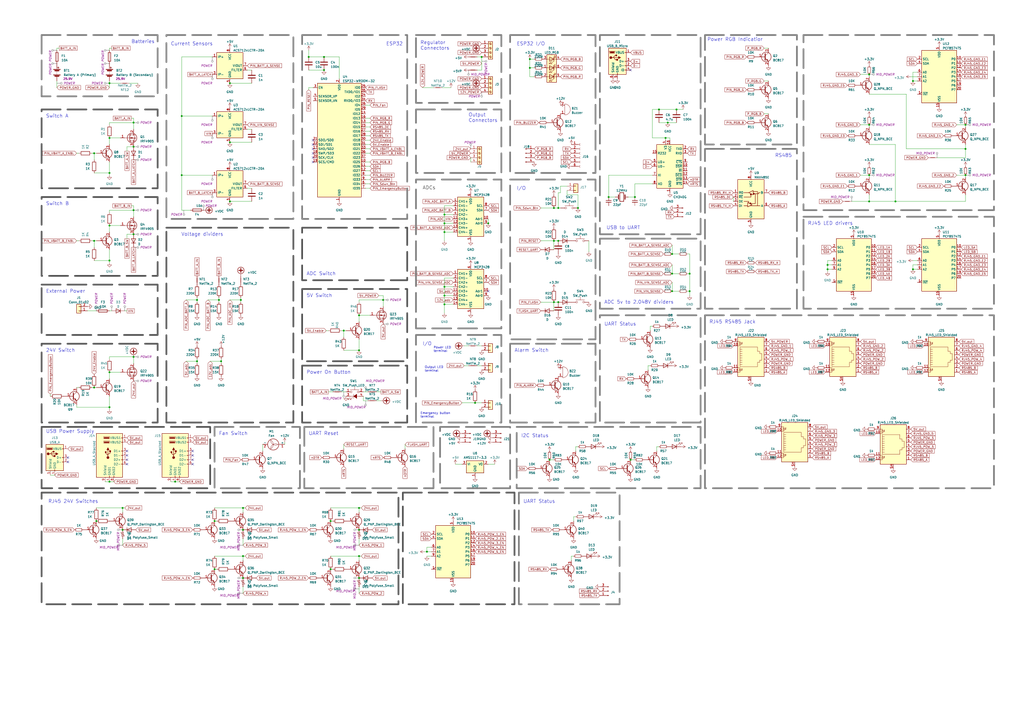
<source format=kicad_sch>
(kicad_sch (version 20230121) (generator eeschema)
  (paper "A2")
  (title_block (title "Armatron Power") (date "2023-03-13") (rev "A"))
  (junction (at 133.35 82.55))
  (junction (at 560.07 86.36))
  (junction (at 335.28 120.65))
  (junction (at 77.47 85.09))
  (junction (at 365.76 266.7))
  (junction (at 392.43 63.5))
  (junction (at 63.5 48.26))
  (junction (at 55.88 302.26))
  (junction (at 63.5 279.4))
  (junction (at 140.97 294.64))
  (junction (at 127 173.99))
  (junction (at 71.12 294.64))
  (junction (at 247.65 320.04))
  (junction (at 54.61 224.79))
  (junction (at 321.31 139.7))
  (junction (at 323.85 139.7))
  (junction (at 519.43 116.84))
  (junction (at 77.47 135.89))
  (junction (at 187.96 33.02))
  (junction (at 504.19 101.6))
  (junction (at 208.28 335.28))
  (junction (at 257.81 166.37))
  (junction (at 114.3 209.55))
  (junction (at 504.19 116.84))
  (junction (at 208.28 182.88))
  (junction (at 63.5 215.9))
  (junction (at 124.46 302.26))
  (junction (at 77.47 71.12))
  (junction (at 257.81 134.62))
  (junction (at 101.6 279.4))
  (junction (at 323.85 120.65))
  (junction (at 54.61 88.9))
  (junction (at 199.39 191.77))
  (junction (at 318.77 266.7))
  (junction (at 368.3 114.3))
  (junction (at 321.31 175.26))
  (junction (at 77.47 207.01))
  (junction (at 529.59 46.99))
  (junction (at 63.5 236.22))
  (junction (at 389.89 168.91))
  (junction (at 275.59 233.68))
  (junction (at 140.97 322.58))
  (junction (at 191.77 302.26))
  (junction (at 480.06 153.67))
  (junction (at 257.81 176.53))
  (junction (at 279.4 33.02))
  (junction (at 139.7 173.99))
  (junction (at 140.97 307.34))
  (junction (at 222.25 173.99))
  (junction (at 140.97 335.28))
  (junction (at 321.31 120.65))
  (junction (at 353.06 114.3))
  (junction (at 191.77 330.2))
  (junction (at 389.89 147.32))
  (junction (at 257.81 171.45))
  (junction (at 208.28 203.2))
  (junction (at 257.81 129.54))
  (junction (at 63.5 100.33))
  (junction (at 187.96 40.64))
  (junction (at 323.85 175.26))
  (junction (at 386.08 80.01))
  (junction (at 63.5 151.13))
  (junction (at 114.3 173.99))
  (junction (at 307.34 34.29))
  (junction (at 54.61 139.7))
  (junction (at 208.28 294.64))
  (junction (at 128.27 209.55))
  (junction (at 77.47 121.92))
  (junction (at 504.19 43.18))
  (junction (at 124.46 330.2))
  (junction (at 179.07 33.02))
  (junction (at 208.28 307.34))
  (junction (at 63.5 80.01))
  (junction (at 560.07 101.6))
  (junction (at 387.35 71.12))
  (junction (at 283.21 129.54))
  (junction (at 208.28 322.58))
  (junction (at 400.05 158.75))
  (junction (at 133.35 116.84))
  (junction (at 389.89 158.75))
  (junction (at 480.06 156.21))
  (junction (at 504.19 72.39))
  (junction (at 400.05 168.91))
  (junction (at 560.07 72.39))
  (junction (at 382.27 63.5))
  (junction (at 257.81 124.46))
  (junction (at 71.12 307.34))
  (junction (at 529.59 156.21))
  (junction (at 63.5 130.81))
  (junction (at 105.41 101.6))
  (junction (at 105.41 67.31))
  (junction (at 307.34 39.37))
  (junction (at 133.35 48.26))
  (no_connect (at 73.66 264.16))
  (no_connect (at 365.76 40.64))
  (no_connect (at 111.76 269.24))
  (no_connect (at 181.61 86.36))
  (no_connect (at 111.76 261.62))
  (no_connect (at 73.66 261.62))
  (no_connect (at 111.76 264.16))
  (no_connect (at 181.61 83.82))
  (no_connect (at 111.76 266.7))
  (no_connect (at 39.37 267.97))
  (no_connect (at 181.61 93.98))
  (no_connect (at 39.37 265.43))
  (no_connect (at 181.61 88.9))
  (no_connect (at 73.66 269.24))
  (no_connect (at 283.21 168.91))
  (no_connect (at 181.61 91.44))
  (no_connect (at 181.61 81.28))
  (no_connect (at 73.66 266.7))
  (wire (pts (xy 179.07 52.07) (xy 179.07 50.8)))
  (wire (pts (xy 214.63 71.12) (xy 212.09 71.12)))
  (wire (pts (xy 307.34 39.37) (xy 307.34 44.45)))
  (wire (pts (xy 529.59 41.91) (xy 529.59 46.99)))
  (wire (pts (xy 257.81 161.29) (xy 257.81 166.37)))
  (wire (pts (xy 45.72 139.7) (xy 44.45 139.7)))
  (wire (pts (xy 525.78 54.61) (xy 525.78 86.36)))
  (wire (pts (xy 179.07 33.02) (xy 187.96 33.02)))
  (wire (pts (xy 560.07 101.6) (xy 560.07 102.87)))
  (wire (pts (xy 208.28 322.58) (xy 208.28 325.12)))
  (wire (pts (xy 400.05 147.32) (xy 400.05 158.75)))
  (wire (pts (xy 63.5 236.22) (xy 63.5 237.49)))
  (wire (pts (xy 199.39 257.81) (xy 199.39 260.35)))
  (wire (pts (xy 128.27 210.82) (xy 128.27 209.55)))
  (wire (pts (xy 554.99 72.39) (xy 560.07 72.39)))
  (wire (pts (xy 124.46 322.58) (xy 140.97 322.58)))
  (wire (pts (xy 313.69 139.7) (xy 321.31 139.7)))
  (wire (pts (xy 63.5 130.81) (xy 63.5 134.62)))
  (wire (pts (xy 323.85 120.65) (xy 323.85 111.76)))
  (wire (pts (xy 504.19 72.39) (xy 504.19 73.66)))
  (wire (pts (xy 213.36 232.41) (xy 210.82 232.41)))
  (wire (pts (xy 389.89 147.32) (xy 393.7 147.32)))
  (wire (pts (xy 107.95 173.99) (xy 114.3 173.99)))
  (wire (pts (xy 529.59 46.99) (xy 532.13 46.99)))
  (wire (pts (xy 50.8 180.34) (xy 55.88 180.34)))
  (wire (pts (xy 114.3 210.82) (xy 114.3 209.55)))
  (wire (pts (xy 73.66 180.34) (xy 72.39 180.34)))
  (wire (pts (xy 208.28 322.58) (xy 209.55 322.58)))
  (wire (pts (xy 334.01 261.62) (xy 334.01 259.08)))
  (wire (pts (xy 139.7 175.26) (xy 139.7 173.99)))
  (wire (pts (xy 64.77 180.34) (xy 63.5 180.34)))
  (wire (pts (xy 69.85 48.26) (xy 63.5 48.26)))
  (wire (pts (xy 387.35 71.12) (xy 392.43 71.12)))
  (wire (pts (xy 271.78 212.09) (xy 269.24 212.09)))
  (wire (pts (xy 53.34 224.79) (xy 54.61 224.79)))
  (wire (pts (xy 140.97 322.58) (xy 142.24 322.58)))
  (wire (pts (xy 400.05 158.75) (xy 398.78 158.75)))
  (wire (pts (xy 214.63 101.6) (xy 212.09 101.6)))
  (wire (pts (xy 208.28 294.64) (xy 209.55 294.64)))
  (wire (pts (xy 133.35 82.55) (xy 146.05 82.55)))
  (wire (pts (xy 504.19 113.03) (xy 504.19 116.84)))
  (wire (pts (xy 388.62 80.01) (xy 388.62 81.28)))
  (wire (pts (xy 375.92 214.63) (xy 375.92 212.09)))
  (wire (pts (xy 127 172.72) (xy 127 173.99)))
  (wire (pts (xy 246.38 320.04) (xy 247.65 320.04)))
  (wire (pts (xy 273.05 91.44) (xy 273.05 93.98)))
  (wire (pts (xy 121.92 209.55) (xy 128.27 209.55)))
  (wire (pts (xy 377.19 189.23) (xy 378.46 189.23)))
  (wire (pts (xy 396.24 63.5) (xy 392.43 63.5)))
  (wire (pts (xy 143.51 109.22) (xy 146.05 109.22)))
  (wire (pts (xy 382.27 71.12) (xy 387.35 71.12)))
  (wire (pts (xy 198.12 227.33) (xy 200.66 227.33)))
  (wire (pts (xy 222.25 173.99) (xy 222.25 177.8)))
  (wire (pts (xy 331.47 325.12) (xy 331.47 322.58)))
  (wire (pts (xy 247.65 320.04) (xy 250.19 320.04)))
  (wire (pts (xy 208.28 294.64) (xy 208.28 297.18)))
  (wire (pts (xy 389.89 168.91) (xy 393.7 168.91)))
  (wire (pts (xy 63.5 71.12) (xy 77.47 71.12)))
  (wire (pts (xy 353.06 114.3) (xy 356.87 114.3)))
  (wire (pts (xy 499.11 72.39) (xy 504.19 72.39)))
  (wire (pts (xy 323.85 111.76) (xy 325.12 111.76)))
  (wire (pts (xy 54.61 139.7) (xy 55.88 139.7)))
  (wire (pts (xy 63.5 279.4) (xy 66.04 279.4)))
  (wire (pts (xy 283.21 127) (xy 283.21 129.54)))
  (wire (pts (xy 77.47 71.12) (xy 77.47 74.93)))
  (wire (pts (xy 443.23 66.04) (xy 445.77 66.04)))
  (wire (pts (xy 179.07 29.21) (xy 179.07 33.02)))
  (wire (pts (xy 257.81 129.54) (xy 257.81 134.62)))
  (wire (pts (xy 323.85 139.7) (xy 321.31 139.7)))
  (wire (pts (xy 220.98 227.33) (xy 218.44 227.33)))
  (wire (pts (xy 208.28 196.85) (xy 208.28 203.2)))
  (wire (pts (xy 341.63 139.7) (xy 341.63 146.05)))
  (wire (pts (xy 525.78 86.36) (xy 560.07 86.36)))
  (wire (pts (xy 504.19 101.6) (xy 504.19 102.87)))
  (wire (pts (xy 53.34 139.7) (xy 54.61 139.7)))
  (wire (pts (xy 64.77 27.94) (xy 63.5 27.94)))
  (wire (pts (xy 63.5 80.01) (xy 69.85 80.01)))
  (wire (pts (xy 257.81 134.62) (xy 257.81 139.7)))
  (wire (pts (xy 332.74 299.72) (xy 334.01 299.72)))
  (wire (pts (xy 125.73 302.26) (xy 124.46 302.26)))
  (wire (pts (xy 398.78 147.32) (xy 400.05 147.32)))
  (wire (pts (xy 54.61 100.33) (xy 63.5 100.33)))
  (wire (pts (xy 63.5 123.19) (xy 63.5 121.92)))
  (wire (pts (xy 368.3 114.3) (xy 368.3 106.68)))
  (wire (pts (xy 99.06 279.4) (xy 101.6 279.4)))
  (wire (pts (xy 105.41 67.31) (xy 105.41 101.6)))
  (wire (pts (xy 389.89 142.24) (xy 389.89 147.32)))
  (wire (pts (xy 125.73 330.2) (xy 124.46 330.2)))
  (wire (pts (xy 133.35 48.26) (xy 146.05 48.26)))
  (wire (pts (xy 140.97 294.64) (xy 140.97 297.18)))
  (wire (pts (xy 480.06 156.21) (xy 480.06 157.48)))
  (wire (pts (xy 528.32 44.45) (xy 532.13 44.45)))
  (wire (pts (xy 560.07 86.36) (xy 560.07 91.44)))
  (wire (pts (xy 378.46 101.6) (xy 353.06 101.6)))
  (wire (pts (xy 261.62 50.8) (xy 256.54 50.8)))
  (wire (pts (xy 199.39 191.77) (xy 199.39 195.58)))
  (wire (pts (xy 325.12 111.76) (xy 325.12 107.95)))
  (wire (pts (xy 214.63 60.96) (xy 212.09 60.96)))
  (wire (pts (xy 262.89 119.38) (xy 257.81 119.38)))
  (wire (pts (xy 307.34 34.29) (xy 309.88 34.29)))
  (wire (pts (xy 196.85 33.02) (xy 196.85 45.72)))
  (wire (pts (xy 114.3 175.26) (xy 114.3 173.99)))
  (wire (pts (xy 63.5 80.01) (xy 63.5 83.82)))
  (wire (pts (xy 127 173.99) (xy 127 175.26)))
  (wire (pts (xy 271.78 200.66) (xy 269.24 200.66)))
  (wire (pts (xy 482.6 153.67) (xy 480.06 153.67)))
  (wire (pts (xy 307.34 44.45) (xy 309.88 44.45)))
  (wire (pts (xy 214.63 86.36) (xy 212.09 86.36)))
  (wire (pts (xy 54.61 224.79) (xy 55.88 224.79)))
  (wire (pts (xy 191.77 302.26) (xy 193.04 302.26)))
  (wire (pts (xy 276.86 212.09) (xy 279.4 212.09)))
  (wire (pts (xy 328.93 113.03) (xy 335.28 113.03)))
  (wire (pts (xy 443.23 46.99) (xy 445.77 46.99)))
  (wire (pts (xy 214.63 78.74) (xy 212.09 78.74)))
  (wire (pts (xy 276.86 40.64) (xy 279.4 40.64)))
  (wire (pts (xy 63.5 27.94) (xy 63.5 29.21)))
  (wire (pts (xy 247.65 317.5) (xy 247.65 320.04)))
  (wire (pts (xy 353.06 101.6) (xy 353.06 114.3)))
  (wire (pts (xy 208.28 173.99) (xy 222.25 173.99)))
  (wire (pts (xy 73.66 135.89) (xy 77.47 135.89)))
  (wire (pts (xy 276.86 200.66) (xy 279.4 200.66)))
  (wire (pts (xy 143.51 74.93) (xy 146.05 74.93)))
  (wire (pts (xy 368.3 114.3) (xy 364.49 114.3)))
  (wire (pts (xy 213.36 227.33) (xy 210.82 227.33)))
  (wire (pts (xy 71.12 294.64) (xy 72.39 294.64)))
  (wire (pts (xy 323.85 175.26) (xy 321.31 175.26)))
  (wire (pts (xy 152.4 257.81) (xy 152.4 261.62)))
  (wire (pts (xy 114.3 209.55) (xy 114.3 208.28)))
  (wire (pts (xy 257.81 129.54) (xy 262.89 129.54)))
  (wire (pts (xy 257.81 119.38) (xy 257.81 124.46)))
  (wire (pts (xy 218.44 232.41) (xy 220.98 232.41)))
  (wire (pts (xy 63.5 46.99) (xy 63.5 48.26)))
  (wire (pts (xy 133.35 173.99) (xy 139.7 173.99)))
  (wire (pts (xy 133.35 116.84) (xy 146.05 116.84)))
  (wire (pts (xy 257.81 176.53) (xy 262.89 176.53)))
  (wire (pts (xy 234.95 257.81) (xy 234.95 260.35)))
  (wire (pts (xy 208.28 182.88) (xy 214.63 182.88)))
  (wire (pts (xy 257.81 166.37) (xy 262.89 166.37)))
  (wire (pts (xy 214.63 73.66) (xy 212.09 73.66)))
  (wire (pts (xy 386.08 80.01) (xy 378.46 80.01)))
  (wire (pts (xy 63.5 151.13) (xy 63.5 152.4)))
  (wire (pts (xy 267.97 233.68) (xy 275.59 233.68)))
  (wire (pts (xy 63.5 48.26) (xy 63.5 50.8)))
  (wire (pts (xy 208.28 175.26) (xy 208.28 173.99)))
  (wire (pts (xy 107.95 209.55) (xy 114.3 209.55)))
  (wire (pts (xy 257.81 171.45) (xy 257.81 176.53)))
  (wire (pts (xy 389.89 153.67) (xy 389.89 158.75)))
  (wire (pts (xy 76.2 68.58) (xy 77.47 68.58)))
  (wire (pts (xy 29.21 275.59) (xy 31.75 275.59)))
  (wire (pts (xy 191.77 294.64) (xy 208.28 294.64)))
  (wire (pts (xy 381 259.08) (xy 382.27 259.08)))
  (wire (pts (xy 193.04 227.33) (xy 190.5 227.33)))
  (wire (pts (xy 105.41 67.31) (xy 123.19 67.31)))
  (wire (pts (xy 165.1 257.81) (xy 165.1 256.54)))
  (wire (pts (xy 504.19 116.84) (xy 494.03 116.84)))
  (wire (pts (xy 250.19 317.5) (xy 247.65 317.5)))
  (wire (pts (xy 198.12 191.77) (xy 199.39 191.77)))
  (wire (pts (xy 179.07 40.64) (xy 187.96 40.64)))
  (wire (pts (xy 321.31 120.65) (xy 323.85 120.65)))
  (wire (pts (xy 389.89 163.83) (xy 389.89 168.91)))
  (wire (pts (xy 378.46 63.5) (xy 378.46 80.01)))
  (wire (pts (xy 400.05 168.91) (xy 398.78 168.91)))
  (wire (pts (xy 257.81 171.45) (xy 262.89 171.45)))
  (wire (pts (xy 214.63 109.22) (xy 212.09 109.22)))
  (wire (pts (xy 377.19 191.77) (xy 377.19 189.23)))
  (wire (pts (xy 73.66 138.43) (xy 73.66 135.89)))
  (wire (pts (xy 73.66 87.63) (xy 73.66 85.09)))
  (wire (pts (xy 279.4 33.02) (xy 279.4 40.64)))
  (wire (pts (xy 328.93 110.49) (xy 328.93 113.03)))
  (wire (pts (xy 519.43 116.84) (xy 504.19 116.84)))
  (wire (pts (xy 105.41 33.02) (xy 105.41 67.31)))
  (wire (pts (xy 63.5 215.9) (xy 63.5 219.71)))
  (wire (pts (xy 504.19 43.18) (xy 504.19 44.45)))
  (wire (pts (xy 425.45 114.3) (xy 425.45 116.84)))
  (wire (pts (xy 334.01 259.08) (xy 335.28 259.08)))
  (wire (pts (xy 529.59 153.67) (xy 529.59 156.21)))
  (wire (pts (xy 77.47 68.58) (xy 77.47 71.12)))
  (wire (pts (xy 105.41 33.02) (xy 123.19 33.02)))
  (wire (pts (xy 222.25 171.45) (xy 219.71 171.45)))
  (wire (pts (xy 257.81 124.46) (xy 262.89 124.46)))
  (wire (pts (xy 120.65 173.99) (xy 127 173.99)))
  (wire (pts (xy 63.5 229.87) (xy 63.5 236.22)))
  (wire (pts (xy 63.5 121.92) (xy 77.47 121.92)))
  (wire (pts (xy 214.63 93.98) (xy 212.09 93.98)))
  (wire (pts (xy 504.19 83.82) (xy 519.43 83.82)))
  (wire (pts (xy 529.59 156.21) (xy 532.13 156.21)))
  (wire (pts (xy 60.96 279.4) (xy 63.5 279.4)))
  (wire (pts (xy 63.5 144.78) (xy 63.5 151.13)))
  (wire (pts (xy 105.41 101.6) (xy 105.41 121.92)))
  (wire (pts (xy 386.08 80.01) (xy 386.08 81.28)))
  (wire (pts (xy 318.77 266.7) (xy 321.31 266.7)))
  (wire (pts (xy 208.28 312.42) (xy 208.28 316.23)))
  (wire (pts (xy 307.34 34.29) (xy 307.34 39.37)))
  (wire (pts (xy 529.59 41.91) (xy 532.13 41.91)))
  (wire (pts (xy 323.85 120.65) (xy 325.12 120.65)))
  (wire (pts (xy 214.63 106.68) (xy 212.09 106.68)))
  (wire (pts (xy 560.07 113.03) (xy 560.07 116.84)))
  (wire (pts (xy 63.5 130.81) (xy 69.85 130.81)))
  (wire (pts (xy 34.29 27.94) (xy 33.02 27.94)))
  (wire (pts (xy 76.2 119.38) (xy 77.47 119.38)))
  (wire (pts (xy 71.12 294.64) (xy 71.12 297.18)))
  (wire (pts (xy 190.5 191.77) (xy 189.23 191.77)))
  (wire (pts (xy 80.01 48.26) (xy 74.93 48.26)))
  (wire (pts (xy 114.3 173.99) (xy 114.3 172.72)))
  (wire (pts (xy 33.02 50.8) (xy 33.02 46.99)))
  (wire (pts (xy 63.5 215.9) (xy 69.85 215.9)))
  (wire (pts (xy 44.45 224.79) (xy 45.72 224.79)))
  (wire (pts (xy 222.25 173.99) (xy 222.25 171.45)))
  (wire (pts (xy 63.5 93.98) (xy 63.5 100.33)))
  (wire (pts (xy 179.07 50.8) (xy 181.61 50.8)))
  (wire (pts (xy 331.47 322.58) (xy 332.74 322.58)))
  (wire (pts (xy 208.28 340.36) (xy 208.28 344.17)))
  (wire (pts (xy 101.6 279.4) (xy 104.14 279.4)))
  (wire (pts (xy 382.27 63.5) (xy 392.43 63.5)))
  (wire (pts (xy 400.05 158.75) (xy 400.05 168.91)))
  (wire (pts (xy 187.96 33.02) (xy 196.85 33.02)))
  (wire (pts (xy 214.63 76.2) (xy 212.09 76.2)))
  (wire (pts (xy 77.47 207.01) (xy 77.47 210.82)))
  (wire (pts (xy 321.31 139.7) (xy 321.31 144.78)))
  (wire (pts (xy 140.97 294.64) (xy 142.24 294.64)))
  (wire (pts (xy 212.09 83.82) (xy 214.63 83.82)))
  (wire (pts (xy 560.07 91.44) (xy 543.56 91.44)))
  (wire (pts (xy 335.28 113.03) (xy 335.28 120.65)))
  (wire (pts (xy 199.39 191.77) (xy 200.66 191.77)))
  (wire (pts (xy 44.45 236.22) (xy 63.5 236.22)))
  (wire (pts (xy 140.97 312.42) (xy 140.97 316.23)))
  (wire (pts (xy 247.65 322.58) (xy 250.19 322.58)))
  (wire (pts (xy 55.88 294.64) (xy 71.12 294.64)))
  (wire (pts (xy 325.12 107.95) (xy 328.93 107.95)))
  (wire (pts (xy 63.5 100.33) (xy 63.5 101.6)))
  (wire (pts (xy 368.3 106.68) (xy 378.46 106.68)))
  (wire (pts (xy 262.89 161.29) (xy 257.81 161.29)))
  (wire (pts (xy 44.45 234.95) (xy 44.45 236.22)))
  (wire (pts (xy 191.77 330.2) (xy 193.04 330.2)))
  (wire (pts (xy 257.81 134.62) (xy 262.89 134.62)))
  (wire (pts (xy 532.13 151.13) (xy 529.59 151.13)))
  (wire (pts (xy 124.46 294.64) (xy 140.97 294.64)))
  (wire (pts (xy 63.5 207.01) (xy 77.47 207.01)))
  (wire (pts (xy 140.97 340.36) (xy 140.97 344.17)))
  (wire (pts (xy 54.61 139.7) (xy 54.61 143.51)))
  (wire (pts (xy 214.63 68.58) (xy 212.09 68.58)))
  (wire (pts (xy 560.07 72.39) (xy 560.07 73.66)))
  (wire (pts (xy 482.6 151.13) (xy 480.06 151.13)))
  (wire (pts (xy 257.81 124.46) (xy 257.81 129.54)))
  (wire (pts (xy 554.99 101.6) (xy 560.07 101.6)))
  (wire (pts (xy 499.11 101.6) (xy 504.19 101.6)))
  (wire (pts (xy 139.7 173.99) (xy 139.7 172.72)))
  (wire (pts (xy 33.02 27.94) (xy 33.02 29.21)))
  (wire (pts (xy 560.07 83.82) (xy 560.07 86.36)))
  (wire (pts (xy 128.27 209.55) (xy 128.27 208.28)))
  (wire (pts (xy 400.05 168.91) (xy 400.05 171.45)))
  (wire (pts (xy 560.07 116.84) (xy 519.43 116.84)))
  (wire (pts (xy 210.82 232.41) (xy 210.82 229.87)))
  (wire (pts (xy 73.66 85.09) (xy 77.47 85.09)))
  (wire (pts (xy 480.06 156.21) (xy 482.6 156.21)))
  (wire (pts (xy 375.92 212.09) (xy 377.19 212.09)))
  (wire (pts (xy 29.21 228.6) (xy 29.21 229.87)))
  (wire (pts (xy 54.61 88.9) (xy 54.61 92.71)))
  (wire (pts (xy 499.11 43.18) (xy 504.19 43.18)))
  (wire (pts (xy 77.47 121.92) (xy 77.47 125.73)))
  (wire (pts (xy 504.19 54.61) (xy 525.78 54.61)))
  (wire (pts (xy 143.51 40.64) (xy 146.05 40.64)))
  (wire (pts (xy 257.81 176.53) (xy 257.81 181.61)))
  (wire (pts (xy 105.41 121.92) (xy 110.49 121.92)))
  (wire (pts (xy 214.63 99.06) (xy 212.09 99.06)))
  (wire (pts (xy 45.72 88.9) (xy 44.45 88.9)))
  (wire (pts (xy 519.43 83.82) (xy 519.43 116.84)))
  (wire (pts (xy 105.41 101.6) (xy 123.19 101.6)))
  (wire (pts (xy 532.13 153.67) (xy 529.59 153.67)))
  (wire (pts (xy 63.5 72.39) (xy 63.5 71.12)))
  (wire (pts (xy 287.02 269.24) (xy 283.21 269.24)))
  (wire (pts (xy 71.12 312.42) (xy 71.12 316.23)))
  (wire (pts (xy 276.86 33.02) (xy 279.4 33.02)))
  (wire (pts (xy 214.63 81.28) (xy 212.09 81.28)))
  (wire (pts (xy 77.47 119.38) (xy 77.47 121.92)))
  (wire (pts (xy 382.27 63.5) (xy 378.46 63.5)))
  (wire (pts (xy 332.74 302.26) (xy 332.74 299.72)))
  (wire (pts (xy 480.06 153.67) (xy 480.06 156.21)))
  (wire (pts (xy 54.61 151.13) (xy 63.5 151.13)))
  (wire (pts (xy 208.28 182.88) (xy 208.28 186.69)))
  (wire (pts (xy 275.59 233.68) (xy 279.4 233.68)))
  (wire (pts (xy 53.34 88.9) (xy 54.61 88.9)))
  (wire (pts (xy 381 261.62) (xy 381 259.08)))
  (wire (pts (xy 199.39 203.2) (xy 208.28 203.2)))
  (wire (pts (xy 214.63 104.14) (xy 212.09 104.14)))
  (wire (pts (xy 313.69 175.26) (xy 321.31 175.26)))
  (wire (pts (xy 214.63 88.9) (xy 212.09 88.9)))
  (wire (pts (xy 214.63 96.52) (xy 212.09 96.52)))
  (wire (pts (xy 321.31 175.26) (xy 321.31 180.34)))
  (wire (pts (xy 63.5 208.28) (xy 63.5 207.01)))
  (wire (pts (xy 191.77 322.58) (xy 208.28 322.58)))
  (wire (pts (xy 443.23 27.94) (xy 445.77 27.94)))
  (wire (pts (xy 54.61 88.9) (xy 55.88 88.9)))
  (wire (pts (xy 313.69 120.65) (xy 321.31 120.65)))
  (wire (pts (xy 365.76 266.7) (xy 368.3 266.7)))
  (wire (pts (xy 386.08 80.01) (xy 388.62 80.01)))
  (wire (pts (xy 389.89 158.75) (xy 393.7 158.75)))
  (wire (pts (xy 480.06 151.13) (xy 480.06 153.67)))
  (wire (pts (xy 140.97 322.58) (xy 140.97 325.12)))
  (wire (pts (xy 307.34 39.37) (xy 309.88 39.37)))
  (wire (pts (xy 264.16 269.24) (xy 267.97 269.24)))
  (wire (pts (xy 245.11 50.8) (xy 251.46 50.8)))
  (wire (pts (xy 257.81 166.37) (xy 257.81 171.45)))
  (rectangle (start 24.13 114.3) (end 91.44 160.02) (stroke (width 1) (type dash) (color 83 83 83 1)))
  (rectangle (start 408.94 20.32) (end 462.28 83.82) (stroke (width 1) (type dash) (color 128 128 128 1)))
  (rectangle (start 466.09 125.73) (end 576.58 179.07) (stroke (width 1) (type dash) (color 128 128 128 1)))
  (rectangle (start 295.91 104.14) (end 345.44 196.85) (stroke (width 1) (type dash) (color 128 128 128 1)))
  (rectangle (start 24.13 63.5) (end 91.44 109.22) (stroke (width 1) (type dash) (color 83 83 83 1)))
  (rectangle (start 241.3 104.14) (end 290.83 190.5) (stroke (width 1) (type dash) (color 128 128 128 1)))
  (rectangle (start 241.3 20.32) (end 290.83 59.69) (stroke (width 1) (type dash) (color 128 128 128 1)))
  (rectangle (start 24.13 247.65) (end 121.92 283.21) (stroke (width 1) (type dash) (color 83 83 83 1)))
  (rectangle (start 24.13 165.1) (end 91.44 194.31) (stroke (width 1) (type dash) (color 83 83 83 1)))
  (rectangle (start 295.91 199.39) (end 345.44 245.11) (stroke (width 1) (type dash) (color 128 128 128 1)))
  (rectangle (start 241.3 63.5) (end 290.83 100.33) (stroke (width 1) (type dash) (color 128 128 128 1)))
  (rectangle (start 233.68 285.75) (end 298.45 350.52) (stroke (width 1) (type dash) (color 83 83 83 1)))
  (rectangle (start 295.91 20.32) (end 345.44 100.33) (stroke (width 1) (type dash) (color 128 128 128 1)))
  (rectangle (start 347.98 182.88) (end 406.4 245.11) (stroke (width 1) (type dash) (color 128 128 128 1)))
  (rectangle (start 24.13 199.39) (end 91.44 245.11) (stroke (width 1) (type dash) (color 83 83 83 1)))
  (rectangle (start 176.53 247.65) (end 251.46 283.21) (stroke (width 1) (type dash) (color 128 128 128 1)))
  (rectangle (start 124.46 247.65) (end 173.99 283.21) (stroke (width 1) (type dash) (color 128 128 128 1)))
  (rectangle (start 299.72 247.65) (end 406.4 283.21) (stroke (width 1) (type dash) (color 128 128 128 1)))
  (rectangle (start 408.94 182.88) (end 576.58 283.21) (stroke (width 1) (type dash) (color 128 128 128 1)))
  (rectangle (start 175.26 20.32) (end 236.22 127) (stroke (width 1) (type dash) (color 128 128 128 1)))
  (rectangle (start 175.26 167.64) (end 236.22 209.55) (stroke (width 1) (type dash) (color 83 83 83 1)))
  (rectangle (start 300.99 285.75) (end 359.41 350.52) (stroke (width 1) (type dash) (color 128 128 128 1)))
  (rectangle (start 175.26 132.08) (end 236.22 162.56) (stroke (width 1) (type dash) (color 83 83 83 1)))
  (rectangle (start 347.98 138.43) (end 406.4 179.07) (stroke (width 1) (type dash) (color 128 128 128 1)))
  (rectangle (start 175.26 212.09) (end 236.22 245.11) (stroke (width 1) (type dash) (color 83 83 83 1)))
  (rectangle (start 24.13 285.75) (end 231.14 350.52) (stroke (width 1) (type dash) (color 83 83 83 1)))
  (rectangle (start 24.13 20.32) (end 91.44 55.88) (stroke (width 1) (type dash) (color 128 128 128 1)))
  (rectangle (start 408.94 86.36) (end 462.28 179.07) (stroke (width 1) (type dash) (color 128 128 128 1)))
  (rectangle (start 241.3 194.31) (end 290.83 245.11) (stroke (width 1) (type dash) (color 128 128 128 1)))
  (rectangle (start 255.27 247.65) (end 295.91 283.21) (stroke (width 1) (type dash) (color 128 128 128 1)))
  (rectangle (start 466.09 20.32) (end 576.58 121.92) (stroke (width 1) (type dash) (color 128 128 128 1)))
  (rectangle (start 96.52 20.32) (end 170.18 127) (stroke (width 1) (type dash) (color 128 128 128 1)))
  (rectangle (start 347.98 20.32) (end 406.4 135.89) (stroke (width 1) (type dash) (color 128 128 128 1)))
  (rectangle (start 96.52 132.08) (end 170.18 245.11) (stroke (width 1) (type dash) (color 83 83 83 1)))
  (text "ADC Switch" (at 177.8 160.02 0) (effects (font (size 2 2)) (justify left bottom)))
  (text "I/O" (at 299.72 110.49 0) (effects (font (size 2 2)) (justify left bottom)))
  (text "Fan Switch" (at 127 252.73 0) (effects (font (size 2 2)) (justify left bottom)))
  (text "External Power\n" (at 26.67 170.18 0) (effects (font (size 2 2)) (justify left bottom)))
  (text "24V Switch" (at 26.67 204.47 0) (effects (font (size 2 2)) (justify left bottom)))
  (text "ESP32" (at 233.68 26.67 0) (effects (font (size 2 2)) (justify right bottom)))
  (text "USB to UART" (at 351.79 133.35 0) (effects (font (size 2 2)) (justify left bottom)))
  (text "Emergency button\nterminal" (at 243.84 242.57 0) (effects (font (size 1.27 1.27)) (justify left bottom)))
  (text "RJ45 RS485 Jack" (at 411.48 187.96 0) (effects (font (size 2 2)) (justify left bottom)))
  (text "ADC 5v to 2.048V dividers" (at 350.52 176.53 0) (effects (font (size 2 2)) (justify left bottom)))
  (text "I2C Status" (at 302.26 254 0) (effects (font (size 2 2)) (justify left bottom)))
  (text "ESP32 I/O" (at 299.72 26.67 0) (effects (font (size 2 2)) (justify left bottom)))
  (text "Regulator \nConnectors" (at 243.84 29.21 0) (effects (font (size 2 2)) (justify left bottom)))
  (text "Output LED\nterminal" (at 246.38 215.9 0) (effects (font (size 1.27 1.27)) (justify left bottom)))
  (text "Switch B" (at 26.67 119.38 0) (effects (font (size 2 2)) (justify left bottom)))
  (text "RS485" (at 449.58 91.44 0) (effects (font (size 2 2)) (justify left bottom)))
  (text "Power RGB Indicatior" (at 410.21 24.13 0) (effects (font (size 2 2)) (justify left bottom)))
  (text "RJ45 LED drivers" (at 468.63 130.81 0) (effects (font (size 2 2)) (justify left bottom)))
  (text "USB Power Supply" (at 26.67 251.46 0) (effects (font (size 2 2)) (justify left bottom)))
  (text "Power On Button" (at 177.8 217.17 0) (effects (font (size 2 2)) (justify left bottom)))
  (text "Voltage dividers" (at 129.54 137.16 0) (effects (font (size 2 2)) (justify right bottom)))
  (text "UART Status" (at 303.53 292.1 0) (effects (font (size 2 2)) (justify left bottom)))
  (text "5V Switch" (at 177.8 172.72 0) (effects (font (size 2 2)) (justify left bottom)))
  (text "UART Status" (at 350.52 189.23 0) (effects (font (size 2 2)) (justify left bottom)))
  (text "Alarm Switch" (at 298.45 204.47 0) (effects (font (size 2 2)) (justify left bottom)))
  (text "RJ45 24V Switches" (at 27.94 292.1 0) (effects (font (size 2 2)) (justify left bottom)))
  (text "Power LED\nterminal" (at 251.46 204.47 0) (effects (font (size 1.27 1.27)) (justify left bottom)))
  (text "Output \nConnectors" (at 271.78 71.12 0) (effects (font (size 2 2)) (justify left bottom)))
  (text "I/O" (at 245.11 200.66 0) (effects (font (size 2 2)) (justify left bottom)))
  (text "Current Sensors" (at 99.06 26.67 0) (effects (font (size 2 2)) (justify left bottom)))
  (text "Batteries" (at 76.2 25.4 0) (effects (font (size 2 2)) (justify left bottom)))
  (text "Switch A" (at 26.67 68.58 0) (effects (font (size 2 2)) (justify left bottom)))
  (text "UART Reset" (at 179.07 252.73 0) (effects (font (size 2 2)) (justify left bottom)))
  (label "ADCs" (at 245.11 110.49 0) (effects (font (size 2 2))))
  (global_label "LED_2B" (shape input) (at 508 151.13 0) (property "Intersheetrefs" "${INTERSHEET_REFS}" (effects hide)))
  (global_label "nDTR" (shape input) (at 186.69 265.43 180) (property "Intersheetrefs" "${INTERSHEET_REFS}" (effects hide)))
  (global_label "5V_out" (shape input) (at 39.37 260.35 0) (property "Intersheetrefs" "${INTERSHEET_REFS}" (effects hide)))
  (global_label "POWER_GND" (shape input) (at 488.95 116.84 180) (property "Intersheetrefs" "${INTERSHEET_REFS}" (effects hide)))
  (global_label "24V_out" (shape input) (at 209.55 322.58 0) (property "Intersheetrefs" "${INTERSHEET_REFS}" (effects hide)))
  (global_label "VIN" (shape passive) (at 73.66 180.34 0) (property "Intersheetrefs" "${INTERSHEET_REFS}" (effects hide)))
  (global_label "VIN" (shape passive) (at 123.19 77.47 180) (property "Intersheetrefs" "${INTERSHEET_REFS}" (effects hide)))
  (global_label "RJ45_POW_2" (shape input) (at 499.11 208.28 0) (property "Intersheetrefs" "${INTERSHEET_REFS}" (effects hide)))
  (global_label "RS485_B" (shape input) (at 445.77 213.36 0) (property "Intersheetrefs" "${INTERSHEET_REFS}" (effects hide)))
  (global_label "5V_out" (shape input) (at 78.74 307.34 0) (property "Intersheetrefs" "${INTERSHEET_REFS}" (effects hide)))
  (global_label "24V_out" (shape input) (at 273.05 86.36 180) (property "Intersheetrefs" "${INTERSHEET_REFS}" (effects hide)))
  (global_label "RS485_RX" (shape input) (at 214.63 76.2 0) (property "Intersheetrefs" "${INTERSHEET_REFS}" (effects hide)))
  (global_label "24V_out" (shape input) (at 142.24 294.64 0) (property "Intersheetrefs" "${INTERSHEET_REFS}" (effects hide)))
  (global_label "PIN_BUZZER" (shape input) (at 214.63 101.6 0) (property "Intersheetrefs" "${INTERSHEET_REFS}" (effects hide)))
  (global_label "RJ45_GND_E2" (shape input) (at 557.53 151.13 0) (property "Intersheetrefs" "${INTERSHEET_REFS}" (effects hide)))
  (global_label "PIN_RGB_B" (shape input) (at 214.63 93.98 0) (property "Intersheetrefs" "${INTERSHEET_REFS}" (effects hide)))
  (global_label "POWER_GND" (shape input) (at 33.02 50.8 0) (property "Intersheetrefs" "${INTERSHEET_REFS}" (effects hide)))
  (global_label "RJ45_GND_E2" (shape input) (at 557.53 36.83 0) (property "Intersheetrefs" "${INTERSHEET_REFS}" (effects hide)))
  (global_label "PIN_ALARM" (shape input) (at 214.63 104.14 0) (property "Intersheetrefs" "${INTERSHEET_REFS}" (effects hide)))
  (global_label "LED_1B" (shape input) (at 425.45 215.9 180) (property "Intersheetrefs" "${INTERSHEET_REFS}" (effects hide)))
  (global_label "RJ45_GND_2" (shape input) (at 499.11 200.66 0) (property "Intersheetrefs" "${INTERSHEET_REFS}" (effects hide)))
  (global_label "5V_adc" (shape input) (at 107.95 209.55 270) (property "Intersheetrefs" "${INTERSHEET_REFS}" (effects hide)))
  (global_label "LED_1A" (shape input) (at 425.45 200.66 180) (property "Intersheetrefs" "${INTERSHEET_REFS}" (effects hide)))
  (global_label "nRTS" (shape input) (at 222.25 265.43 180) (property "Intersheetrefs" "${INTERSHEET_REFS}" (effects hide)))
  (global_label "RS485_A" (shape input) (at 556.26 215.9 0) (property "Intersheetrefs" "${INTERSHEET_REFS}" (effects hide)))
  (global_label "POWER_GND" (shape input) (at 499.11 205.74 0) (property "Intersheetrefs" "${INTERSHEET_REFS}" (effects hide)))
  (global_label "PIN_RGB_B" (shape input) (at 433.07 71.12 180) (property "Intersheetrefs" "${INTERSHEET_REFS}" (effects hide)))
  (global_label "12V_adc" (shape input) (at 121.92 209.55 270) (property "Intersheetrefs" "${INTERSHEET_REFS}" (effects hide)))
  (global_label "SCL" (shape input) (at 283.21 161.29 0) (property "Intersheetrefs" "${INTERSHEET_REFS}" (effects hide)))
  (global_label "P_RGB_B" (shape input) (at 309.88 91.44 0) (property "Intersheetrefs" "${INTERSHEET_REFS}" (effects hide)))
  (global_label "POWER_GND" (shape input) (at 104.14 279.4 0) (property "Intersheetrefs" "${INTERSHEET_REFS}" (effects hide)))
  (global_label "nRTS" (shape input) (at 199.39 270.51 270) (property "Intersheetrefs" "${INTERSHEET_REFS}" (effects hide)))
  (global_label "P_RGB_G" (shape input) (at 443.23 46.99 180) (property "Intersheetrefs" "${INTERSHEET_REFS}" (effects hide)))
  (global_label "PIN_VBATT_A_ENBL" (shape input) (at 214.63 86.36 0) (property "Intersheetrefs" "${INTERSHEET_REFS}" (effects hide)))
  (global_label "5V_out" (shape input) (at 111.76 254 0) (property "Intersheetrefs" "${INTERSHEET_REFS}" (effects hide)))
  (global_label "POWER_GND" (shape input) (at 528.32 256.54 0) (property "Intersheetrefs" "${INTERSHEET_REFS}" (effects hide)))
  (global_label "PIN_BATT_A_SENSE_ADC" (shape input) (at 389.89 142.24 180) (property "Intersheetrefs" "${INTERSHEET_REFS}" (effects hide)))
  (global_label "LED_5A" (shape input) (at 508 251.46 180) (property "Intersheetrefs" "${INTERSHEET_REFS}" (effects hide)))
  (global_label "LED_1B" (shape input) (at 508 146.05 0) (property "Intersheetrefs" "${INTERSHEET_REFS}" (effects hide)))
  (global_label "RJ45_POW_4_EN" (shape input) (at 275.59 317.5 0) (property "Intersheetrefs" "${INTERSHEET_REFS}" (effects hide)))
  (global_label "RJ45_POW_1" (shape input) (at 208.28 316.23 0) (property "Intersheetrefs" "${INTERSHEET_REFS}" (effects hide)))
  (global_label "PIN_RESET" (shape input) (at 179.07 52.07 270) (property "Intersheetrefs" "${INTERSHEET_REFS}" (effects hide)))
  (global_label "RS485_A" (shape input) (at 445.77 215.9 0) (property "Intersheetrefs" "${INTERSHEET_REFS}" (effects hide)))
  (global_label "PIN_ADC_BATT_B" (shape input) (at 262.89 121.92 180) (property "Intersheetrefs" "${INTERSHEET_REFS}" (effects hide)))
  (global_label "BATT_A_IN" (shape passive) (at 34.29 27.94 0) (property "Intersheetrefs" "${INTERSHEET_REFS}" (effects hide)))
  (global_label "BATT_B_LATCH" (shape passive) (at 77.47 143.51 270) (property "Intersheetrefs" "${INTERSHEET_REFS}" (effects hide)))
  (global_label "RS485_A" (shape input) (at 445.77 119.38 0) (property "Intersheetrefs" "${INTERSHEET_REFS}" (effects hide)))
  (global_label "RJ45_POW_3" (shape input) (at 140.97 316.23 0) (property "Intersheetrefs" "${INTERSHEET_REFS}" (effects hide)))
  (global_label "nRTS" (shape input) (at 398.78 106.68 0) (property "Intersheetrefs" "${INTERSHEET_REFS}" (effects hide)))
  (global_label "RJ45_GND_E3" (shape input) (at 557.53 39.37 0) (property "Intersheetrefs" "${INTERSHEET_REFS}" (effects hide)))
  (global_label "D+" (shape input) (at 365.76 35.56 0) (property "Intersheetrefs" "${INTERSHEET_REFS}" (effects hide)))
  (global_label "5V_POWER" (shape input) (at 445.77 198.12 0) (property "Intersheetrefs" "${INTERSHEET_REFS}" (effects hide)))
  (global_label "RJ45_POW_4" (shape input) (at 556.26 203.2 0) (property "Intersheetrefs" "${INTERSHEET_REFS}" (effects hide)))
  (global_label "BATT_A_IN" (shape passive) (at 76.2 68.58 180) (property "Intersheetrefs" "${INTERSHEET_REFS}" (effects hide)))
  (global_label "RS485_B" (shape input) (at 445.77 111.76 0) (property "Intersheetrefs" "${INTERSHEET_REFS}" (effects hide)))
  (global_label "PIN_Sdwn_Btn" (shape input) (at 313.69 120.65 180) (property "Intersheetrefs" "${INTERSHEET_REFS}" (effects hide)))
  (global_label "TX" (shape input) (at 398.78 88.9 0) (property "Intersheetrefs" "${INTERSHEET_REFS}" (effects hide)))
  (global_label "PIN_ADC_BATT_A" (shape input) (at 107.95 173.99 270) (property "Intersheetrefs" "${INTERSHEET_REFS}" (effects hide)))
  (global_label "RJ45_GND_E2" (shape input) (at 547.37 107.95 180) (property "Intersheetrefs" "${INTERSHEET_REFS}" (effects hide)))
  (global_label "PIN_FLASH" (shape input) (at 212.09 50.8 0) (property "Intersheetrefs" "${INTERSHEET_REFS}" (effects hide)))
  (global_label "24V_out" (shape input) (at 209.55 294.64 0) (property "Intersheetrefs" "${INTERSHEET_REFS}" (effects hide)))
  (global_label "RJ45_POW_2_EN" (shape input) (at 179.07 335.28 180) (property "Intersheetrefs" "${INTERSHEET_REFS}" (effects hide)))
  (global_label "D-" (shape input) (at 378.46 96.52 180) (property "Intersheetrefs" "${INTERSHEET_REFS}" (effects hide)))
  (global_label "RS485_B" (shape input) (at 556.26 213.36 0) (property "Intersheetrefs" "${INTERSHEET_REFS}" (effects hide)))
  (global_label "24V_out" (shape input) (at 269.24 212.09 180) (property "Intersheetrefs" "${INTERSHEET_REFS}" (effects hide)))
  (global_label "RJ45_POW_3" (shape input) (at 471.17 257.81 0) (property "Intersheetrefs" "${INTERSHEET_REFS}" (effects hide)))
  (global_label "BATT_B_IN" (shape passive) (at 64.77 27.94 0) (property "Intersheetrefs" "${INTERSHEET_REFS}" (effects hide)))
  (global_label "PIN_VIN_SENSE_ADC" (shape input) (at 262.89 163.83 180) (property "Intersheetrefs" "${INTERSHEET_REFS}" (effects hide)))
  (global_label "RJ45_POW_4_EN" (shape input) (at 111.76 335.28 180) (property "Intersheetrefs" "${INTERSHEET_REFS}" (effects hide)))
  (global_label "RX" (shape input) (at 212.09 58.42 0) (property "Intersheetrefs" "${INTERSHEET_REFS}" (effects hide)))
  (global_label "FLASH_UART" (shape input) (at 234.95 257.81 0) (property "Intersheetrefs" "${INTERSHEET_REFS}" (effects hide)))
  (global_label "RJ45_GND_3" (shape input) (at 499.11 72.39 180) (property "Intersheetrefs" "${INTERSHEET_REFS}" (effects hide)))
  (global_label "POWER_GND" (shape input) (at 499.11 210.82 0) (property "Intersheetrefs" "${INTERSHEET_REFS}" (effects hide)))
  (global_label "RS485_B" (shape input) (at 499.11 213.36 0) (property "Intersheetrefs" "${INTERSHEET_REFS}" (effects hide)))
  (global_label "RJ45_GND_5" (shape input) (at 528.32 251.46 0) (property "Intersheetrefs" "${INTERSHEET_REFS}" (effects hide)))
  (global_label "PIN_VBATT_B_ENBL" (shape input) (at 44.45 139.7 180) (property "Intersheetrefs" "${INTERSHEET_REFS}" (effects hide)))
  (global_label "BATT_A_LATCH" (shape passive) (at 77.47 92.71 270) (property "Intersheetrefs" "${INTERSHEET_REFS}" (effects hide)))
  (global_label "LED_2B" (shape input) (at 478.79 215.9 180) (property "Intersheetrefs" "${INTERSHEET_REFS}" (effects hide)))
  (global_label "BATT_A_LATCH" (shape passive) (at 123.19 43.18 180) (property "Intersheetrefs" "${INTERSHEET_REFS}" (effects hide)))
  (global_label "LED_4A" (shape input) (at 508 158.75 0) (property "Intersheetrefs" "${INTERSHEET_REFS}" (effects hide)))
  (global_label "5V_out" (shape input) (at 73.66 254 0) (property "Intersheetrefs" "${INTERSHEET_REFS}" (effects hide)))
  (global_label "RS485_B" (shape input) (at 471.17 262.89 0) (property "Intersheetrefs" "${INTERSHEET_REFS}" (effects hide)))
  (global_label "5V_adc" (shape input) (at 262.89 168.91 180) (property "Intersheetrefs" "${INTERSHEET_REFS}" (effects hide)))
  (global_label "PIN_RGB_R" (shape input) (at 325.12 44.45 0) (property "Intersheetrefs" "${INTERSHEET_REFS}" (effects hide)))
  (global_label "12V_adc" (shape input) (at 262.89 173.99 180) (property "Intersheetrefs" "${INTERSHEET_REFS}" (effects hide)))
  (global_label "PIN_VIN_SENSE" (shape input) (at 143.51 72.39 0) (property "Intersheetrefs" "${INTERSHEET_REFS}" (effects hide)))
  (global_label "RS485_A" (shape input) (at 471.17 265.43 0) (property "Intersheetrefs" "${INTERSHEET_REFS}" (effects hide)))
  (global_label "FLASH_UART" (shape input) (at 313.69 180.34 180) (property "Intersheetrefs" "${INTERSHEET_REFS}" (effects hide)))
  (global_label "5V_Enable" (shape input) (at 189.23 191.77 180) (property "Intersheetrefs" "${INTERSHEET_REFS}" (effects hide)))
  (global_label "24V_out" (shape input) (at 142.24 322.58 0) (property "Intersheetrefs" "${INTERSHEET_REFS}" (effects hide)))
  (global_label "RJ45_GND_E5" (shape input) (at 491.49 49.53 180) (property "Intersheetrefs" "${INTERSHEET_REFS}" (effects hide)))
  (global_label "RJ45_POW_2_EN" (shape input) (at 275.59 312.42 0) (property "Intersheetrefs" "${INTERSHEET_REFS}" (effects hide)))
  (global_label "PIN_RGB_G" (shape input) (at 214.63 71.12 0) (property "Intersheetrefs" "${INTERSHEET_REFS}" (effects hide)))
  (global_label "BATT_B_IN" (shape passive) (at 76.2 119.38 180) (property "Intersheetrefs" "${INTERSHEET_REFS}" (effects hide)))
  (global_label "5V_out" (shape input) (at 499.11 198.12 0) (property "Intersheetrefs" "${INTERSHEET_REFS}" (effects hide)))
  (global_label "LED_5A" (shape input) (at 557.53 143.51 0) (property "Intersheetrefs" "${INTERSHEET_REFS}" (effects hide)))
  (global_label "SDA" (shape input) (at 214.63 96.52 0) (property "Intersheetrefs" "${INTERSHEET_REFS}" (effects hide)))
  (global_label "5V_POWER" (shape input) (at 279.4 36.83 180) (property "Intersheetrefs" "${INTERSHEET_REFS}" (effects hide)))
  (global_label "RS485_RX_H" (shape input) (at 438.15 152.4 0) (property "Intersheetrefs" "${INTERSHEET_REFS}" (effects hide)))
  (global_label "POWER_GND" (shape input) (at 279.4 45.72 180) (property "Intersheetrefs" "${INTERSHEET_REFS}" (effects hide)))
  (global_label "PIN_BUZZER" (shape input) (at 312.42 71.12 180) (property "Intersheetrefs" "${INTERSHEET_REFS}" (effects hide)))
  (global_label "SCL" (shape input) (at 532.13 143.51 180) (property "Intersheetrefs" "${INTERSHEET_REFS}" (effects hide)))
  (global_label "PIN_RGB_G" (shape input) (at 433.07 52.07 180) (property "Intersheetrefs" "${INTERSHEET_REFS}" (effects hide)))
  (global_label "RS485_RX" (shape input) (at 318.77 330.2 180) (property "Intersheetrefs" "${INTERSHEET_REFS}" (effects hide)))
  (global_label "RJ45_GND_4" (shape input) (at 554.99 72.39 180) (property "Intersheetrefs" "${INTERSHEET_REFS}" (effects hide)))
  (global_label "PIN_BATT_B_SENSE" (shape input) (at 143.51 106.68 0) (property "Intersheetrefs" "${INTERSHEET_REFS}" (effects hide)))
  (global_label "LED_4A" (shape input) (at 535.94 200.66 180) (property "Intersheetrefs" "${INTERSHEET_REFS}" (effects hide)))
  (global_label "PIN_ADC_BATT_A" (shape input) (at 262.89 116.84 180) (property "Intersheetrefs" "${INTERSHEET_REFS}" (effects hide)))
  (global_label "PIN_ALARM" (shape input) (at 311.15 223.52 180) (property "Intersheetrefs" "${INTERSHEET_REFS}" (effects hide)))
  (global_label "5V_POWER" (shape input) (at 219.71 171.45 180) (property "Intersheetrefs" "${INTERSHEET_REFS}" (effects hide)))
  (global_label "PIN_EmergencyButton" (shape input) (at 267.97 233.68 180) (property "Intersheetrefs" "${INTERSHEET_REFS}" (effects hide)))
  (global_label "SDA" (shape input) (at 532.13 146.05 180) (property "Intersheetrefs" "${INTERSHEET_REFS}" (effects hide)))
  (global_label "5V_out" (shape input) (at 215.9 335.28 0) (property "Intersheetrefs" "${INTERSHEET_REFS}" (effects hide)))
  (global_label "TX" (shape input) (at 331.47 88.9 180) (property "Intersheetrefs" "${INTERSHEET_REFS}" (effects hide)))
  (global_label "RS485_TX" (shape input) (at 214.63 78.74 0) (property "Intersheetrefs" "${INTERSHEET_REFS}" (effects hide)))
  (global_label "RS485_TX_H" (shape input) (at 425.45 119.38 180) (property "Intersheetrefs" "${INTERSHEET_REFS}" (effects hide)))
  (global_label "PIN_VBATT_A_ENBL" (shape input) (at 44.45 88.9 180) (property "Intersheetrefs" "${INTERSHEET_REFS}" (effects hide)))
  (global_label "BATT_A_SW" (shape passive) (at 220.98 227.33 0) (property "Intersheetrefs" "${INTERSHEET_REFS}" (effects hide)))
  (global_label "SDA" (shape input) (at 482.6 146.05 180) (property "Intersheetrefs" "${INTERSHEET_REFS}" (effects hide)))
  (global_label "PIN_ADC_VIN" (shape input) (at 133.35 173.99 270) (property "Intersheetrefs" "${INTERSHEET_REFS}" (effects hide)))
  (global_label "POWER_GND" (shape input) (at 273.05 91.44 180) (property "Intersheetrefs" "${INTERSHEET_REFS}" (effects hide)))
  (global_label "SCL" (shape input) (at 353.06 271.78 180) (property "Intersheetrefs" "${INTERSHEET_REFS}" (effects hide)))
  (global_label "D-" (shape input) (at 365.76 38.1 0) (property "Intersheetrefs" "${INTERSHEET_REFS}" (effects hide)))
  (global_label "RX" (shape input) (at 363.22 219.71 180) (property "Intersheetrefs" "${INTERSHEET_REFS}" (effects hide)))
  (global_label "BATT_A_IN" (shape passive) (at 190.5 227.33 180) (property "Intersheetrefs" "${INTERSHEET_REFS}" (effects hide)))
  (global_label "5V_POWER" (shape input) (at 273.05 88.9 180) (property "Intersheetrefs" "${INTERSHEET_REFS}" (effects hide)))
  (global_label "RJ45_POW_1" (shape input) (at 445.77 203.2 0) (property "Intersheetrefs" "${INTERSHEET_REFS}" (effects hide)))
  (global_label "SDA" (shape input) (at 283.21 121.92 0) (property "Intersheetrefs" "${INTERSHEET_REFS}" (effects hide)))
  (global_label "P_RGB_R" (shape input) (at 443.23 27.94 180) (property "Intersheetrefs" "${INTERSHEET_REFS}" (effects hide)))
  (global_label "LED_5B" (shape input) (at 557.53 146.05 0) (property "Intersheetrefs" "${INTERSHEET_REFS}" (effects hide)))
  (global_label "RJ45_GND_1" (shape input) (at 499.11 101.6 180) (property "Intersheetrefs" "${INTERSHEET_REFS}" (effects hide)))
  (global_label "SDA" (shape input) (at 283.21 163.83 0) (property "Intersheetrefs" "${INTERSHEET_REFS}" (effects hide)))
  (global_label "LED_2A" (shape input) (at 478.79 200.66 180) (property "Intersheetrefs" "${INTERSHEET_REFS}" (effects hide)))
  (global_label "nDTR" (shape input) (at 398.78 104.14 0) (property "Intersheetrefs" "${INTERSHEET_REFS}" (effects hide)))
  (global_label "POWER_GND" (shape input) (at 445.77 210.82 0) (property "Intersheetrefs" "${INTERSHEET_REFS}" (effects hide)))
  (global_label "nDTR" (shape input) (at 234.95 270.51 270) (property "Intersheetrefs" "${INTERSHEET_REFS}" (effects hide)))
  (global_label "5V_out" (shape input) (at 556.26 198.12 0) (property "Intersheetrefs" "${INTERSHEET_REFS}" (effects hide)))
  (global_label "RJ45_GND_E3" (shape input) (at 557.53 153.67 0) (property "Intersheetrefs" "${INTERSHEET_REFS}" (effects hide)))
  (global_label "5V_out" (shape input) (at 73.66 256.54 0) (property "Intersheetrefs" "${INTERSHEET_REFS}" (effects hide)))
  (global_label "RJ45_POW_1_EN" (shape input) (at 179.07 307.34 180) (property "Intersheetrefs" "${INTERSHEET_REFS}" (effects hide)))
  (global_label "POWER_GND" (shape input) (at 471.17 260.35 0) (property "Intersheetrefs" "${INTERSHEET_REFS}" (effects hide)))
  (global_label "RS485_B" (shape input) (at 528.32 264.16 0) (property "Intersheetrefs" "${INTERSHEET_REFS}" (effects hide)))
  (global_label "PIN_RESET" (shape input) (at 313.69 139.7 180) (property "Intersheetrefs" "${INTERSHEET_REFS}" (effects hide)))
  (global_label "LED_4B" (shape input) (at 535.94 215.9 180) (property "Intersheetrefs" "${INTERSHEET_REFS}" (effects hide)))
  (global_label "RS485_RX_H" (shape input) (at 425.45 111.76 180) (property "Intersheetrefs" "${INTERSHEET_REFS}" (effects hide)))
  (global_label "RJ45_GND_E4" (shape input) (at 557.53 156.21 0) (property "Intersheetrefs" "${INTERSHEET_REFS}" (effects hide)))
  (global_label "D+" (shape input) (at 378.46 93.98 180) (property "Intersheetrefs" "${INTERSHEET_REFS}" (effects hide)))
  (global_label "BATT_A_IN" (shape passive) (at 114.3 160.02 90) (property "Intersheetrefs" "${INTERSHEET_REFS}" (effects hide)))
  (global_label "RJ45_POW_1" (shape input) (at 445.77 208.28 0) (property "Intersheetrefs" "${INTERSHEET_REFS}" (effects hide)))
  (global_label "POWER_GND" (shape input) (at 31.75 275.59 0) (property "Intersheetrefs" "${INTERSHEET_REFS}" (effects hide)))
  (global_label "RJ45_POW_3" (shape input) (at 471.17 252.73 0) (property "Intersheetrefs" "${INTERSHEET_REFS}" (effects hide)))
  (global_label "12V_POWER" (shape input) (at 245.11 50.8 90) (property "Intersheetrefs" "${INTERSHEET_REFS}" (effects hide)))
  (global_label "SCL" (shape input) (at 482.6 143.51 180) (property "Intersheetrefs" "${INTERSHEET_REFS}" (effects hide)))
  (global_label "RS485_TX_H" (shape input) (at 438.15 157.48 0) (property "Intersheetrefs" "${INTERSHEET_REFS}" (effects hide)))
  (global_label "POWER_GND" (shape input) (at 528.32 261.62 0) (property "Intersheetrefs" "${INTERSHEET_REFS}" (effects hide)))
  (global_label "RJ45_GND_3" (shape input) (at 471.17 250.19 0) (property "Intersheetrefs" "${INTERSHEET_REFS}" (effects hide)))
  (global_label "PIN_Fan" (shape input) (at 139.7 266.7 180) (property "Intersheetrefs" "${INTERSHEET_REFS}" (effects hide)))
  (global_label "TX" (shape input) (at 364.49 196.85 180) (property "Intersheetrefs" "${INTERSHEET_REFS}" (effects hide)))
  (global_label "5V_Enable" (shape input) (at 214.63 83.82 0) (property "Intersheetrefs" "${INTERSHEET_REFS}" (effects hide)))
  (global_label "LED_3B" (shape input) (at 508 156.21 0) (property "Intersheetrefs" "${INTERSHEET_REFS}" (effects hide)))
  (global_label "LED_3A" (shape input) (at 508 153.67 0) (property "Intersheetrefs" "${INTERSHEET_REFS}" (effects hide)))
  (global_label "5V_out" (shape input) (at 528.32 248.92 0) (property "Intersheetrefs" "${INTERSHEET_REFS}" (effects hide)))
  (global_label "PIN_ADC_BATT_B" (shape input) (at 120.65 173.99 270) (property "Intersheetrefs" "${INTERSHEET_REFS}" (effects hide)))
  (global_label "RJ45_GND_2" (shape input) (at 554.99 101.6 180) (property "Intersheetrefs" "${INTERSHEET_REFS}" (effects hide)))
  (global_label "LED_5B" (shape input) (at 508 266.7 180) (property "Intersheetrefs" "${INTERSHEET_REFS}" (effects hide)))
  (global_label "5V_out" (shape input) (at 471.17 247.65 0) (property "Intersheetrefs" "${INTERSHEET_REFS}" (effects hide)))
  (global_label "RJ45_GND_E1" (shape input) (at 557.53 148.59 0) (property "Intersheetrefs" "${INTERSHEET_REFS}" (effects hide)))
  (global_label "5V_out" (shape input) (at 215.9 307.34 0) (property "Intersheetrefs" "${INTERSHEET_REFS}" (effects hide)))
  (global_label "RS485_DE" (shape input) (at 214.63 73.66 0) (property "Intersheetrefs" "${INTERSHEET_REFS}" (effects hide)))
  (global_label "RJ45_POW_5" (shape input) (at 71.12 316.23 0) (property "Intersheetrefs" "${INTERSHEET_REFS}" (effects hide)))
  (global_label "RJ45_POW_5_EN" (shape input) (at 43.18 307.34 180) (property "Intersheetrefs" "${INTERSHEET_REFS}" (effects hide)))
  (global_label "PIN_VIN_SENSE" (shape input) (at 384.81 168.91 180) (property "Intersheetrefs" "${INTERSHEET_REFS}" (effects hide)))
  (global_label "RS485_DE" (shape input) (at 425.45 114.3 180) (property "Intersheetrefs" "${INTERSHEET_REFS}" (effects hide)))
  (global_label "12V_POWER" (shape input) (at 279.4 53.34 180) (property "Intersheetrefs" "${INTERSHEET_REFS}" (effects hide)))
  (global_label "PIN_VIN_SENSE_ADC" (shape input) (at 389.89 163.83 180) (property "Intersheetrefs" "${INTERSHEET_REFS}" (effects hide)))
  (global_label "SCL" (shape input) (at 250.19 309.88 180) (property "Intersheetrefs" "${INTERSHEET_REFS}" (effects hide)))
  (global_label "RS485_RX" (shape input) (at 433.07 152.4 180) (property "Intersheetrefs" "${INTERSHEET_REFS}" (effects hide)))
  (global_label "RS485_A" (shape input) (at 528.32 266.7 0) (property "Intersheetrefs" "${INTERSHEET_REFS}" (effects hide)))
  (global_label "RJ45_GND_5" (shape input) (at 499.11 43.18 180) (property "Intersheetrefs" "${INTERSHEET_REFS}" (effects hide)))
  (global_label "RJ45_GND_1" (shape input) (at 445.77 200.66 0) (property "Intersheetrefs" "${INTERSHEET_REFS}" (effects hide)))
  (global_label "LED_3B" (shape input) (at 450.85 265.43 180) (property "Intersheetrefs" "${INTERSHEET_REFS}" (effects hide)))
  (global_label "TX" (shape input) (at 391.16 125.73 180) (property "Intersheetrefs" "${INTERSHEET_REFS}" (effects hide)))
  (global_label "RJ45_GND_E4" (shape input) (at 547.37 78.74 180) (property "Intersheetrefs" "${INTERSHEET_REFS}" (effects hide)))
  (global_label "SDA" (shape input) (at 331.47 91.44 180) (property "Intersheetrefs" "${INTERSHEET_REFS}" (effects hide)))
  (global_label "RJ45_POW_5_EN" (shape input) (at 275.59 320.04 0) (property "Intersheetrefs" "${INTERSHEET_REFS}" (effects hide)))
  (global_label "POWER_GND" (shape input) (at 279.4 25.4 180) (property "Intersheetrefs" "${INTERSHEET_REFS}" (effects hide)))
  (global_label "P_RGB_G" (shape input) (at 309.88 88.9 0) (property "Intersheetrefs" "${INTERSHEET_REFS}" (effects hide)))
  (global_label "RJ45_GND_E3" (shape input) (at 491.49 78.74 180) (property "Intersheetrefs" "${INTERSHEET_REFS}" (effects hide)))
  (global_label "POWER_GND" (shape input) (at 279.4 30.48 180) (property "Intersheetrefs" "${INTERSHEET_REFS}" (effects hide)))
  (global_label "PIN_RGB_B" (shape input) (at 325.12 34.29 0) (property "Intersheetrefs" "${INTERSHEET_REFS}" (effects hide)))
  (global_label "RESET_UART" (shape input) (at 199.39 257.81 0) (property "Intersheetrefs" "${INTERSHEET_REFS}" (effects hide)))
  (global_label "POWER_GND" (shape input) (at 279.4 50.8 180) (property "Intersheetrefs" "${INTERSHEET_REFS}" (effects hide)))
  (global_label "LED_2A" (shape input) (at 508 148.59 0) (property "Intersheetrefs" "${INTERSHEET_REFS}" (effects hide)))
  (global_label "P_RGB_R" (shape input) (at 309.88 86.36 0) (property "Intersheetrefs" "${INTERSHEET_REFS}" (effects hide)))
  (global_label "RJ45_GND_4" (shape input) (at 556.26 200.66 0) (property "Intersheetrefs" "${INTERSHEET_REFS}" (effects hide)))
  (global_label "PIN_RGB_R" (shape input) (at 214.63 68.58 0) (property "Intersheetrefs" "${INTERSHEET_REFS}" (effects hide)))
  (global_label "RS485_TX" (shape input) (at 433.07 157.48 180) (property "Intersheetrefs" "${INTERSHEET_REFS}" (effects hide)))
  (global_label "POWER_GND" (shape input) (at 66.04 279.4 0) (property "Intersheetrefs" "${INTERSHEET_REFS}" (effects hide)))
  (global_label "RX" (shape input) (at 331.47 86.36 180) (property "Intersheetrefs" "${INTERSHEET_REFS}" (effects hide)))
  (global_label "POWER_GND" (shape input) (at 556.26 205.74 0) (property "Intersheetrefs" "${INTERSHEET_REFS}" (effects hide)))
  (global_label "POWER_GND" (shape input) (at 471.17 255.27 0) (property "Intersheetrefs" "${INTERSHEET_REFS}" (effects hide)))
  (global_label "POWER_GND" (shape input) (at 445.77 205.74 0) (property "Intersheetrefs" "${INTERSHEET_REFS}" (effects hide)))
  (global_label "PIN_BATT_A_SENSE" (shape input) (at 143.51 38.1 0) (property "Intersheetrefs" "${INTERSHEET_REFS}" (effects hide)))
  (global_label "RJ45_POW_1_EN" (shape input) (at 275.59 309.88 0) (property "Intersheetrefs" "${INTERSHEET_REFS}" (effects hide)))
  (global_label "RJ45_POW_5" (shape input) (at 528.32 254 0) (property "Intersheetrefs" "${INTERSHEET_REFS}" (effects hide)))
  (global_label "PIN_BATT_B_SENSE_ADC" (shape input) (at 389.89 153.67 180) (property "Intersheetrefs" "${INTERSHEET_REFS}" (effects hide)))
  (global_label "RS485_A" (shape input) (at 499.11 215.9 0) (property "Intersheetrefs" "${INTERSHEET_REFS}" (effects hide)))
  (global_label "RJ45_POW_4" (shape input) (at 556.26 208.28 0) (property "Intersheetrefs" "${INTERSHEET_REFS}" (effects hide)))
  (global_label "LED_3A" (shape input) (at 450.85 250.19 180) (property "Intersheetrefs" "${INTERSHEET_REFS}" (effects hide)))
  (global_label "SCL" (shape input) (at 283.21 119.38 0) (property "Intersheetrefs" "${INTERSHEET_REFS}" (effects hide)))
  (global_label "P_RGB_B" (shape input) (at 443.23 66.04 180) (property "Intersheetrefs" "${INTERSHEET_REFS}" (effects hide)))
  (global_label "5V_out" (shape input) (at 222.25 187.96 270) (property "Intersheetrefs" "${INTERSHEET_REFS}" (effects hide)))
  (global_label "24V_out" (shape input) (at 72.39 294.64 0) (property "Intersheetrefs" "${INTERSHEET_REFS}" (effects hide)))
  (global_label "BATT_B_LATCH" (shape passive) (at 123.19 111.76 180) (property "Intersheetrefs" "${INTERSHEET_REFS}" (effects hide)))
  (global_label "BATT_A_SW" (shape passive) (at 73.66 87.63 270) (property "Intersheetrefs" "${INTERSHEET_REFS}" (effects hide)))
  (global_label "24V_Enable" (shape input) (at 54.61 217.17 90) (property "Intersheetrefs" "${INTERSHEET_REFS}" (effects hide)))
  (global_label "LED_4B" (shape input) (at 508 161.29 0) (property "Intersheetrefs" "${INTERSHEET_REFS}" (effects hide)))
  (global_label "SDA" (shape input) (at 306.07 271.78 180) (property "Intersheetrefs" "${INTERSHEET_REFS}" (effects hide)))
  (global_label "PIN_BATT_A_SENSE" (shape input) (at 384.81 147.32 180) (property "Intersheetrefs" "${INTERSHEET_REFS}" (effects hide)))
  (global_label "RJ45_POW_2" (shape input) (at 208.28 344.17 0) (property "Intersheetrefs" "${INTERSHEET_REFS}" (effects hide)))
  (global_label "POWER_GND" (shape input) (at 556.26 210.82 0) (property "Intersheetrefs" "${INTERSHEET_REFS}" (effects hide)))
  (global_label "PIN_BATT_B_SENSE" (shape input) (at 384.81 158.75 180) (property "Intersheetrefs" "${INTERSHEET_REFS}" (effects hide)))
  (global_label "RX" (shape input) (at 398.78 86.36 0) (property "Intersheetrefs" "${INTERSHEET_REFS}" (effects hide)))
  (global_label "PIN_RGB_G" (shape input) (at 325.12 39.37 0) (property "Intersheetrefs" "${INTERSHEET_REFS}" (effects hide)))
  (global_label "RJ45_POW_3_EN" (shape input) (at 275.59 314.96 0) (property "Intersheetrefs" "${INTERSHEET_REFS}" (effects hide)))
  (global_label "POWER_GND" (shape input) (at 538.48 91.44 180) (property "Intersheetrefs" "${INTERSHEET_REFS}" (effects hide)))
  (global_label "PIN_BATT_A_SENSE_ADC" (shape input) (at 262.89 132.08 180) (property "Intersheetrefs" "${INTERSHEET_REFS}" (effects hide)))
  (global_label "RJ45_POW_2" (shape input) (at 499.11 203.2 0) (property "Intersheetrefs" "${INTERSHEET_REFS}" (effects hide)))
  (global_label "24V_Enable" (shape input) (at 214.63 81.28 0) (property "Intersheetrefs" "${INTERSHEET_REFS}" (effects hide)))
  (global_label "RS485_TX" (shape input) (at 320.04 307.34 180) (property "Intersheetrefs" "${INTERSHEET_REFS}" (effects hide)))
  (global_label "TX" (shape input) (at 212.09 53.34 0) (property "Intersheetrefs" "${INTERSHEET_REFS}" (effects hide)))
  (global_label "PIN_Fan" (shape input) (at 214.63 60.96 0) (property "Intersheetrefs" "${INTERSHEET_REFS}" (effects hide)))
  (global_label "5V_out" (shape input) (at 111.76 256.54 0) (property "Intersheetrefs" "${INTERSHEET_REFS}" (effects hide)))
  (global_label "5V_out" (shape input) (at 148.59 335.28 0) (property "Intersheetrefs" "${INTERSHEET_REFS}" (effects hide)))
  (global_label "PIN_EmergencyButton" (shape input) (at 214.63 109.22 0) (property "Intersheetrefs" "${INTERSHEET_REFS}" (effects hide)))
  (global_label "RJ45_GND_E5" (shape input) (at 557.53 158.75 0) (property "Intersheetrefs" "${INTERSHEET_REFS}" (effects hide)))
  (global_label "PIN_BATT_B_SENSE_ADC" (shape input) (at 262.89 158.75 180) (property "Intersheetrefs" "${INTERSHEET_REFS}" (effects hide)))
  (global_label "RS485_TX" (shape input) (at 347.98 345.44 180) (property "Intersheetrefs" "${INTERSHEET_REFS}" (effects hide)))
  (global_label "BATT_B_SW" (shape passive) (at 73.66 138.43 270) (property "Intersheetrefs" "${INTERSHEET_REFS}" (effects hide)))
  (global_label "RJ45_GND_E1" (shape input) (at 557.53 34.29 0) (property "Intersheetrefs" "${INTERSHEET_REFS}" (effects hide)))
  (global_label "PIN_EmergencyButton" (shape input) (at 29.21 228.6 90) (property "Intersheetrefs" "${INTERSHEET_REFS}" (effects hide)))
  (global_label "RJ45_GND_E1" (shape input) (at 491.49 107.95 180) (property "Intersheetrefs" "${INTERSHEET_REFS}" (effects hide)))
  (global_label "24V_out" (shape input) (at 77.47 220.98 270) (property "Intersheetrefs" "${INTERSHEET_REFS}" (effects hide)))
  (global_label "PIN_VBATT_B_ENBL" (shape input) (at 214.63 88.9 0) (property "Intersheetrefs" "${INTERSHEET_REFS}" (effects hide)))
  (global_label "RESET_UART" (shape input) (at 313.69 144.78 180) (property "Intersheetrefs" "${INTERSHEET_REFS}" (effects hide)))
  (global_label "RJ45_GND_E4" (shape input) (at 557.53 41.91 0) (property "Intersheetrefs" "${INTERSHEET_REFS}" (effects hide)))
  (global_label "5V_out" (shape input) (at 148.59 307.34 0) (property "Intersheetrefs" "${INTERSHEET_REFS}" (effects hide)))
  (global_label "SCL" (shape input) (at 214.63 99.06 0) (property "Intersheetrefs" "${INTERSHEET_REFS}" (effects hide)))
  (global_label "SDA" (shape input) (at 250.19 312.42 180) (property "Intersheetrefs" "${INTERSHEET_REFS}" (effects hide)))
  (global_label "RS485_RX" (shape input) (at 347.98 342.9 180) (property "Intersheetrefs" "${INTERSHEET_REFS}" (effects hide)))
  (global_label "SDA" (shape input) (at 532.13 36.83 180) (property "Intersheetrefs" "${INTERSHEET_REFS}" (effects hide)))
  (global_label "POWER_GND" (shape input) (at 63.5 50.8 180) (property "Intersheetrefs" "${INTERSHEET_REFS}" (effects hide)))
  (global_label "PIN_Sdwn_Btn" (shape input) (at 214.63 106.68 0) (property "Intersheetrefs" "${INTERSHEET_REFS}" (effects hide)))
  (global_label "RJ45_POW_3_EN" (shape input) (at 111.76 307.34 180) (property "Intersheetrefs" "${INTERSHEET_REFS}" (effects hide)))
  (global_label "RJ45_POW_5" (shape input) (at 528.32 259.08 0) (property "Intersheetrefs" "${INTERSHEET_REFS}" (effects hide)))
  (global_label "PIN_ADC_VIN" (shape input) (at 262.89 127 180) (property "Intersheetrefs" "${INTERSHEET_REFS}" (effects hide)))
  (global_label "LED_1A" (shape input) (at 508 143.51 0) (property "Intersheetrefs" "${INTERSHEET_REFS}" (effects hide)))
  (global_label "VBUS" (shape input) (at 365.76 30.48 0) (property "Intersheetrefs" "${INTERSHEET_REFS}" (effects hide)))
  (global_label "SCL" (shape input) (at 532.13 34.29 180) (property "Intersheetrefs" "${INTERSHEET_REFS}" (effects hide)))
  (global_label "RJ45_GND_E5" (shape input) (at 557.53 44.45 0) (property "Intersheetrefs" "${INTERSHEET_REFS}" (effects hide)))
  (global_label "RJ45_POW_4" (shape input) (at 140.97 344.17 0) (property "Intersheetrefs" "${INTERSHEET_REFS}" (effects hide)))
  (global_label "BATT_B_IN" (shape passive) (at 127 160.02 90) (property "Intersheetrefs" "${INTERSHEET_REFS}" (effects hide)))
  (global_label "PIN_FLASH" (shape input) (at 313.69 175.26 180) (property "Intersheetrefs" "${INTERSHEET_REFS}" (effects hide)))
  (global_label "PIN_RGB_R" (shape input) (at 433.07 33.02 180) (property "Intersheetrefs" "${INTERSHEET_REFS}" (effects hide)))
  (global_label "SCL" (shape input) (at 331.47 93.98 180) (property "Intersheetrefs" "${INTERSHEET_REFS}" (effects hide)))
  (global_label "RX" (shape input) (at 391.16 123.19 180) (property "Intersheetrefs" "${INTERSHEET_REFS}" (effects hide)))
  (netclass_flag "" (length 2.54) (shape round) (at 208.28 307.34 90) (property "Netclass" "MID_POWER" (at 205.74 308.61 90) (effects (font italic) (justify right))))
  (netclass_flag "" (length 2.54) (shape round) (at 63.5 48.26 90) (property "Netclass" "POWER" (at 59.69 48.26 0) (effects (font italic) (justify right))))
  (netclass_flag "" (length 2.54) (shape round) (at 273.05 86.36 0) (property "Netclass" "POWER" (at 269.24 82.55 0) (effects (font italic) (justify left))))
  (netclass_flag "" (length 2.54) (shape round) (at 271.78 40.64 180) (property "Netclass" "MID_POWER" (at 273.05 43.18 0) (effects (font italic) (justify left))))
  (netclass_flag "" (length 2.54) (shape round) (at 77.47 121.92 270) (property "Netclass" "POWER" (at 81.28 121.92 0) (effects (font italic) (justify left))))
  (netclass_flag "" (length 2.54) (shape round) (at 504.19 101.6 270) (property "Netclass" "MID_POWER" (at 508 101.6 0) (effects (font italic) (justify left))))
  (netclass_flag "" (length 2.54) (shape round) (at 123.19 43.18 180) (property "Netclass" "POWER" (at 123.19 48.26 0) (effects (font italic) (justify right))))
  (netclass_flag "" (length 2.54) (shape round) (at 71.12 316.23 90) (property "Netclass" "MID_POWER" (at 68.58 317.5 0) (effects (font italic) (justify right))))
  (netclass_flag "" (length 2.54) (shape round) (at 33.02 36.83 90) (property "Netclass" "POWER" (at 29.21 36.83 90) (effects (font italic) (justify right))))
  (netclass_flag "" (length 2.54) (shape round) (at 504.19 43.18 270) (property "Netclass" "MID_POWER" (at 508 43.18 0) (effects (font italic) (justify left))))
  (netclass_flag "" (length 2.54) (shape round) (at 212.09 232.41 180) (property "Netclass" "MID_POWER" (at 212.09 236.22 0) (effects (font italic) (justify right))))
  (netclass_flag "" (length 2.54) (shape round) (at 212.09 227.33 0) (property "Netclass" "MID_POWER" (at 212.09 220.98 0) (effects (font italic) (justify left))))
  (netclass_flag "" (length 2.54) (shape round) (at 208.28 341.63 90) (property "Netclass" "MID_POWER" (at 205.74 342.9 0) (effects (font italic) (justify right))))
  (netclass_flag "" (length 2.54) (shape round) (at 77.47 85.09 270) (property "Netclass" "POWER" (at 81.28 85.09 0) (effects (font italic) (justify left))))
  (netclass_flag "" (length 2.54) (shape round) (at 140.97 316.23 90) (property "Netclass" "MID_POWER" (at 138.43 317.5 0) (effects (font italic) (justify right))))
  (netclass_flag "" (length 2.54) (shape round) (at 123.19 33.02 180) (property "Netclass" "POWER" (at 123.19 38.1 0) (effects (font italic) (justify right))))
  (netclass_flag "" (length 2.54) (shape round) (at 279.4 35.56 270) (property "Netclass" "POWER" (at 281.94 43.18 90) (effects (font italic) (justify left))))
  (netclass_flag "" (length 2.54) (shape round) (at 222.25 187.96 270) (property "Netclass" "POWER" (at 226.06 187.96 0) (effects (font italic) (justify left))))
  (netclass_flag "" (length 2.54) (shape round) (at 77.47 92.71 270) (property "Netclass" "POWER" (at 81.28 92.71 0) (effects (font italic) (justify left))))
  (netclass_flag "" (length 2.54) (shape round) (at 208.28 335.28 90) (property "Netclass" "MID_POWER" (at 205.74 336.55 90) (effects (font italic) (justify right))))
  (netclass_flag "" (length 2.54) (shape round) (at 77.47 135.89 270) (property "Netclass" "POWER" (at 81.28 135.89 0) (effects (font italic) (justify left))))
  (netclass_flag "" (length 2.54) (shape round) (at 77.47 143.51 270) (property "Netclass" "POWER" (at 81.28 143.51 0) (effects (font italic) (justify left))))
  (netclass_flag "" (length 2.54) (shape round) (at 72.39 180.34 0) (property "Netclass" "POWER" (at 72.39 176.53 90) (effects (font italic) (justify left))))
  (netclass_flag "" (length 2.54) (shape round) (at 123.19 77.47 180) (property "Netclass" "POWER" (at 123.19 82.55 0) (effects (font italic) (justify right))))
  (netclass_flag "" (length 2.54) (shape round) (at 118.11 121.92 0) (property "Netclass" "POWER" (at 125.73 119.38 0) (effects (font italic) (justify right))))
  (netclass_flag "" (length 2.54) (shape round) (at 55.88 180.34 0) (property "Netclass" "POWER" (at 55.88 176.53 90) (effects (font italic) (justify left))))
  (netclass_flag "" (length 2.54) (shape round) (at 33.02 48.26 270) (property "Netclass" "POWER" (at 36.83 48.26 0) (effects (font italic) (justify left))))
  (netclass_flag "" (length 2.54) (shape round) (at 77.47 220.98 270) (property "Netclass" "POWER" (at 81.28 220.98 0) (effects (font italic) (justify left))))
  (netclass_flag "" (length 2.54) (shape round) (at 123.19 67.31 180) (property "Netclass" "POWER" (at 123.19 72.39 0) (effects (font italic) (justify right))))
  (netclass_flag "" (length 2.54) (shape round) (at 77.47 207.01 270) (property "Netclass" "POWER" (at 81.28 207.01 0) (effects (font italic) (justify left))))
  (netclass_flag "" (length 2.54) (shape round) (at 504.19 72.39 270) (property "Netclass" "MID_POWER" (at 508 72.39 0) (effects (font italic) (justify left))))
  (netclass_flag "" (length 2.54) (shape round) (at 279.4 53.34 180) (property "Netclass" "POWER" (at 271.78 55.88 0) (effects (font italic) (justify left))))
  (netclass_flag "" (length 2.54) (shape round) (at 208.28 316.23 90) (property "Netclass" "MID_POWER" (at 205.74 317.5 0) (effects (font italic) (justify right))))
  (netclass_flag "" (length 2.54) (shape round) (at 64.77 180.34 0) (property "Netclass" "POWER" (at 64.77 176.53 90) (effects (font italic) (justify left))))
  (netclass_flag "" (length 2.54) (shape round) (at 77.47 71.12 270) (property "Netclass" "POWER" (at 81.28 71.12 0) (effects (font italic) (justify left))))
  (netclass_flag "" (length 2.54) (shape round) (at 494.03 116.84 0) (property "Netclass" "MID_POWER" (at 492.76 114.3 0) (effects (font italic) (justify right))))
  (netclass_flag "" (length 2.54) (shape round) (at 63.5 36.83 90) (property "Netclass" "POWER" (at 59.69 36.83 90) (effects (font italic) (justify right))))
  (netclass_flag "" (length 2.54) (shape round) (at 123.19 111.76 180) (property "Netclass" "POWER" (at 123.19 116.84 0) (effects (font italic) (justify right))))
  (netclass_flag "" (length 2.54) (shape round) (at 140.97 344.17 90) (property "Netclass" "MID_POWER" (at 138.43 345.44 0) (effects (font italic) (justify right))))
  (netclass_flag "" (length 2.54) (shape round) (at 33.02 29.21 90) (property "Netclass" "POWER" (at 29.21 29.21 90) (effects (font italic) (justify right))))
  (netclass_flag "" (length 2.54) (shape round) (at 71.12 307.34 90) (property "Netclass" "MID_POWER" (at 68.58 308.61 90) (effects (font italic) (justify right))))
  (netclass_flag "" (length 2.54) (shape round) (at 63.5 29.21 90) (property "Netclass" "POWER" (at 59.69 29.21 90) (effects (font italic) (justify right))))
  (netclass_flag "" (length 2.54) (shape round) (at 140.97 307.34 90) (property "Netclass" "MID_POWER" (at 138.43 308.61 90) (effects (font italic) (justify right))))
  (netclass_flag "" (length 2.54) (shape round) (at 140.97 335.28 90) (property "Netclass" "MID_POWER" (at 138.43 336.55 90) (effects (font italic) (justify right))))
  (netclass_flag "" (length 2.54) (shape round) (at 199.39 227.33 180) (property "Netclass" "MID_POWER" (at 198.12 231.14 0) (effects (font italic) (justify right))))
  (netclass_flag "" (length 2.54) (shape round) (at 543.56 91.44 0) (property "Netclass" "MID_POWER" (at 542.29 88.9 0) (effects (font italic) (justify right))))
  (netclass_flag "" (length 2.54) (shape round) (at 106.68 121.92 180) (property "Netclass" "POWER" (at 99.06 124.46 0) (effects (font italic) (justify left))))
  (netclass_flag "" (length 2.54) (shape round) (at 560.07 72.39 270) (property "Netclass" "MID_POWER" (at 563.88 72.39 0) (effects (font italic) (justify left))))
  (netclass_flag "" (length 2.54) (shape round) (at 560.07 101.6 270) (property "Netclass" "MID_POWER" (at 563.88 101.6 0) (effects (font italic) (justify left))))
  (netclass_flag "" (length 2.54) (shape round) (at 222.25 173.99 270) (property "Netclass" "POWER" (at 226.06 173.99 0) (effects (font italic) (justify left))))
  (netclass_flag "" (length 2.54) (shape round) (at 123.19 101.6 180) (property "Netclass" "POWER" (at 123.19 106.68 0) (effects (font italic) (justify right))))
  (symbol (lib_id "power:GND") (at 387.35 71.12 0) (unit 1)
    (property "Reference" "#PWR047" (effects hide))
    (property "Value" "GND" (at 387.35 76.2 0))
  )
  (symbol (lib_id "Device:D") (at 212.09 307.34 0) (unit 1)
    (property "Reference" "D10" (at 212.09 312.42 0))
    (property "Value" "D" (at 212.09 309.88 0))
    (property "Footprint" "Diode_SMD:D_SMB" (effects hide))
    (property "Sim.Device" "D" (effects hide))
    (property "Sim.Pins" "1=K 2=A" (effects hide))
  )
  (symbol (lib_id "power:GND") (at 152.4 271.78 0) (unit 1)
    (property "Reference" "#PWR076" (effects hide))
    (property "Value" "GND" (at 152.4 276.86 0))
  )
  (symbol (lib_id "Device:Battery") (at 33.02 41.91 0) (unit 1)
    (property "Reference" "BT1" (at 36.83 40.894 0) (effects (justify left)))
    (property "Value" "Battery A (Primary)" (at 36.83 43.434 0) (effects (justify left)))
    (property "Footprint" "TerminalBlock:TerminalBlock_bornier-2_P5.08mm" (effects hide))
    (property "Voltage" "25.9V" (at 39.37 45.72 0))
  )
  (symbol (lib_id "Analog_ADC:MCP3428") (at 273.05 124.46 0) (unit 1)
    (property "Reference" "U7" (at 275.0059 110.49 0) (effects (justify left)))
    (property "Value" "MCP3428" (at 275.0059 113.03 0) (effects (justify left)))
    (property "Footprint" "Package_SO:SOIC-14_3.9x8.7mm_P1.27mm" (effects hide))
    (property "Datasheet" "http://ww1.microchip.com/downloads/en/DeviceDoc/22226a.pdf" (effects hide))
  )
  (symbol (lib_id "power:GND") (at 334.01 271.78 0) (unit 1)
    (property "Reference" "#PWR029" (effects hide))
    (property "Value" "GND" (at 334.01 276.86 0))
  )
  (symbol (lib_id "power:GND") (at 529.59 156.21 0) (unit 1)
    (property "Reference" "#PWR0108" (effects hide))
    (property "Value" "GND" (at 529.59 161.29 0))
  )
  (symbol (lib_id "Device:R_Small") (at 505.46 264.16 90) (unit 1)
    (property "Reference" "R93" (at 505.46 266.7 90))
    (property "Value" "1k" (at 505.46 261.62 90))
    (property "Footprint" "Resistor_SMD:R_0805_2012Metric_Pad1.20x1.40mm_HandSolder" (effects hide))
  )
  (symbol (lib_id "power:+3.3V") (at 287.02 269.24 0) (unit 1)
    (property "Reference" "#PWR012" (effects hide))
    (property "Value" "+3.3V" (at 287.02 265.43 0))
  )
  (symbol (lib_id "power:GND") (at 544.83 62.23 0) (unit 1)
    (property "Reference" "#PWR0127" (effects hide))
    (property "Value" "GND" (at 544.83 67.31 0))
  )
  (symbol (lib_id "Device:NetTie_2") (at 195.58 227.33 0) (unit 1) (in_bom no)
    (property "Reference" "NT4" (at 195.58 223.52 0))
    (property "Value" "NetTie_2" (at 195.58 226.06 0))
    (property "Footprint" "NetTie:NetTie-2_THT_Pad1.0mm" (effects hide))
  )
  (symbol (lib_id "Device:R") (at 196.85 330.2 90) (unit 1)
    (property "Reference" "R80" (at 196.85 327.66 0) (effects (justify left)))
    (property "Value" "1K" (at 199.39 327.66 0) (effects (justify left)))
    (property "Footprint" "Resistor_SMD:R_0805_2012Metric_Pad1.20x1.40mm_HandSolder" (effects hide))
  )
  (symbol (lib_id "Device:R_Small") (at 365.76 264.16 180) (unit 1)
    (property "Reference" "R59" (at 368.3 264.16 90))
    (property "Value" "10K" (at 363.22 264.16 90))
    (property "Footprint" "Resistor_SMD:R_0805_2012Metric_Pad1.20x1.40mm_HandSolder" (effects hide))
  )
  (symbol (lib_id "power:GND") (at 114.3 218.44 0) (unit 1)
    (property "Reference" "#PWR031" (effects hide))
    (property "Value" "GND" (at 114.3 223.52 0))
  )
  (symbol (lib_id "Switch:SW_Push") (at 336.55 175.26 0) (unit 1)
    (property "Reference" "SW4" (at 336.55 168.91 0))
    (property "Value" "SW_Push" (at 336.55 171.45 0))
    (property "Footprint" "Button_Switch_SMD:SW_SPST_TL3342" (effects hide))
  )
  (symbol (lib_id "Device:NetTie_2") (at 274.32 40.64 0) (unit 1) (in_bom no)
    (property "Reference" "NT11" (effects hide))
    (property "Value" "NetTie_2" (effects hide))
    (property "Footprint" "NetTie:NetTie-2_THT_Pad1.0mm" (effects hide))
  )
  (symbol (lib_id "Device:C") (at 146.05 113.03 0) (unit 1)
    (property "Reference" "C2" (at 149.86 112.395 0) (effects (justify left)))
    (property "Value" "1n" (at 149.86 114.935 0) (effects (justify left)))
    (property "Footprint" "Capacitor_SMD:C_0805_2012Metric_Pad1.18x1.45mm_HandSolder" (effects hide))
  )
  (symbol (lib_id "power:GND") (at 480.06 157.48 0) (unit 1)
    (property "Reference" "#PWR071" (effects hide))
    (property "Value" "GND" (at 480.06 162.56 0))
  )
  (symbol (lib_id "power:+3.3V") (at 560.07 96.52 0) (unit 1)
    (property "Reference" "#PWR0117" (effects hide))
    (property "Value" "+3.3V" (at 560.07 92.71 0))
  )
  (symbol (lib_id "power:GND") (at 309.88 93.98 0) (unit 1)
    (property "Reference" "#PWR088" (effects hide))
    (property "Value" "GND" (at 309.88 99.06 0))
  )
  (symbol (lib_id "Device:R_Small") (at 142.24 266.7 90) (unit 1)
    (property "Reference" "R47" (at 142.24 269.24 90))
    (property "Value" "10K" (at 142.24 264.16 90))
    (property "Footprint" "Resistor_SMD:R_0805_2012Metric_Pad1.20x1.40mm_HandSolder" (effects hide))
  )
  (symbol (lib_id "power:GND") (at 381 271.78 0) (unit 1)
    (property "Reference" "#PWR027" (effects hide))
    (property "Value" "GND" (at 381 276.86 0))
  )
  (symbol (lib_id "Device:R") (at 55.88 298.45 0) (unit 1)
    (property "Reference" "R77" (at 50.8 297.18 0) (effects (justify left)))
    (property "Value" "1K" (at 50.8 299.72 0) (effects (justify left)))
    (property "Footprint" "Resistor_SMD:R_0805_2012Metric_Pad1.20x1.40mm_HandSolder" (effects hide))
  )
  (symbol (lib_id "Device:Fuse") (at 114.3 121.92 90) (unit 1)
    (property "Reference" "F4" (at 114.3 124.46 90))
    (property "Value" "10A" (at 115.57 119.38 90))
    (property "Footprint" "Fuse:Fuseholder_Cylinder-5x20mm_Schurter_0031_8201_Horizontal_Open" (effects hide))
  )
  (symbol (lib_id "power:+3.3V") (at 321.31 132.08 0) (unit 1)
    (property "Reference" "#PWR039" (effects hide))
    (property "Value" "+3.3V" (at 321.31 128.27 0))
  )
  (symbol (lib_id "Connector:Screw_Terminal_01x04") (at 284.48 48.26 0) (unit 1)
    (property "Reference" "J3" (at 287.02 48.895 0) (effects (justify left)))
    (property "Value" "Screw_Terminal_01x04" (effects hide))
    (property "Footprint" "TerminalBlock:TerminalBlock_bornier-4_P5.08mm" (effects hide))
  )
  (symbol (lib_id "power:+12V") (at 325.12 60.96 0) (unit 1)
    (property "Reference" "#PWR072" (effects hide))
    (property "Value" "+12V" (at 325.12 57.15 0))
  )
  (symbol (lib_id "Device:Q_NPN_BCE") (at 557.53 107.95 0) (unit 1)
    (property "Reference" "Q17" (at 562.61 107.315 0) (effects (justify left)))
    (property "Value" "Q_NPN_BCE" (at 562.61 109.855 0) (effects (justify left)))
    (property "Footprint" "Package_TO_SOT_SMD:TO-252-2" (effects hide))
  )
  (symbol (lib_id "power:+3.3V") (at 389.89 212.09 270) (unit 1)
    (property "Reference" "#PWR078" (effects hide))
    (property "Value" "+3.3V" (at 393.7 212.725 90) (effects (justify left)))
  )
  (symbol (lib_id "Device:NetTie_2") (at 127 162.56 90) (unit 1) (in_bom no)
    (property "Reference" "NT2" (at 128.27 161.925 90) (effects (justify right)))
    (property "Value" "NetTie_2" (at 128.27 164.465 90) (effects (justify right)))
    (property "Footprint" "NetTie:NetTie-2_THT_Pad1.0mm" (effects hide))
  )
  (symbol (lib_id "power:+3.3V") (at 345.44 322.58 270) (unit 1)
    (property "Reference" "#PWR0118" (effects hide))
    (property "Value" "+3.3V" (at 349.25 323.215 90) (effects (justify left)))
  )
  (symbol (lib_id "power:GND") (at 445.77 262.89 270) (unit 1)
    (property "Reference" "#PWR0103" (effects hide))
    (property "Value" "GND" (at 441.96 263.525 90) (effects (justify right)))
  )
  (symbol (lib_id "Device:D") (at 144.78 307.34 0) (unit 1)
    (property "Reference" "D5" (at 144.78 312.42 0))
    (property "Value" "D" (at 144.78 309.88 0))
    (property "Footprint" "Diode_SMD:D_SMB" (effects hide))
    (property "Sim.Device" "D" (effects hide))
    (property "Sim.Pins" "1=K 2=A" (effects hide))
  )
  (symbol (lib_id "Device:Q_PNP_Darlington_BCE") (at 205.74 302.26 0) (unit 1)
    (property "Reference" "Q29" (at 210.82 301.625 0) (effects (justify left)))
    (property "Value" "Q_PNP_Darlington_BCE" (at 210.82 304.165 0) (effects (justify left)))
    (property "Footprint" "Package_TO_SOT_SMD:TO-252-2" (effects hide))
  )
  (symbol (lib_id "Device:R") (at 114.3 204.47 0) (unit 1)
    (property "Reference" "R34" (at 109.22 203.2 0) (effects (justify left)))
    (property "Value" "220K" (at 107.95 205.74 0) (effects (justify left)))
    (property "Footprint" "Resistor_SMD:R_0805_2012Metric_Pad1.20x1.40mm_HandSolder" (effects hide))
  )
  (symbol (lib_id "power:GND") (at 247.65 322.58 0) (unit 1)
    (property "Reference" "#PWR0130" (effects hide))
    (property "Value" "GND" (at 247.65 327.66 0))
  )
  (symbol (lib_id "Transistor_BJT:BC817") (at 121.92 307.34 0) (unit 1)
    (property "Reference" "Q33" (at 127 306.705 0) (effects (justify left)))
    (property "Value" "BC817" (at 127 309.245 0) (effects (justify left)))
    (property "Footprint" "Package_TO_SOT_SMD:SOT-23" (effects hide))
    (property "Datasheet" "https://www.onsemi.com/pub/Collateral/BC818-D.pdf" (effects hide))
  )
  (symbol (lib_id "Device:R_Small") (at 367.03 196.85 90) (unit 1)
    (property "Reference" "R26" (at 367.03 199.39 90))
    (property "Value" "10K" (at 367.03 194.31 90))
    (property "Footprint" "Resistor_SMD:R_0805_2012Metric_Pad1.20x1.40mm_HandSolder" (effects hide))
  )
  (symbol (lib_id "power:+12V") (at 128.27 200.66 0) (unit 1)
    (property "Reference" "#PWR051" (effects hide))
    (property "Value" "+12V" (at 129.54 199.39 90) (effects (justify left)))
  )
  (symbol (lib_id "Transistor_BJT:BC817") (at 316.23 271.78 0) (unit 1)
    (property "Reference" "Q25" (at 321.31 271.145 0) (effects (justify left)))
    (property "Value" "BC817" (at 321.31 273.685 0) (effects (justify left)))
    (property "Footprint" "Package_TO_SOT_SMD:SOT-23" (effects hide))
    (property "Datasheet" "https://www.onsemi.com/pub/Collateral/BC818-D.pdf" (effects hide))
  )
  (symbol (lib_id "power:GND") (at 208.28 203.2 0) (unit 1)
    (property "Reference" "#PWR053" (effects hide))
    (property "Value" "GND" (at 208.28 207.01 0))
  )
  (symbol (lib_id "Device:R_Small") (at 387.35 168.91 90) (unit 1)
    (property "Reference" "R53" (at 387.35 166.37 90))
    (property "Value" "22K" (at 387.35 167.64 90))
    (property "Footprint" "Resistor_SMD:R_0805_2012Metric_Pad1.20x1.40mm_HandSolder" (effects hide))
  )
  (symbol (lib_id "Device:NetTie_2") (at 72.39 48.26 180) (unit 1) (in_bom no)
    (property "Reference" "NT12" (at 72.39 52.07 0))
    (property "Value" "NetTie_2" (at 72.39 49.53 0))
    (property "Footprint" "NetTie:NetTie-2_THT_Pad1.0mm" (effects hide))
  )
  (symbol (lib_id "Transistor_BJT:BC817") (at 363.22 271.78 0) (unit 1)
    (property "Reference" "Q26" (at 368.3 271.145 0) (effects (justify left)))
    (property "Value" "BC817" (at 368.3 273.685 0) (effects (justify left)))
    (property "Footprint" "Package_TO_SOT_SMD:SOT-23" (effects hide))
    (property "Datasheet" "https://www.onsemi.com/pub/Collateral/BC818-D.pdf" (effects hide))
  )
  (symbol (lib_id "power:GND") (at 257.81 181.61 0) (unit 1)
    (property "Reference" "#PWR061" (effects hide))
    (property "Value" "GND" (at 257.81 186.69 0))
  )
  (symbol (lib_id "power:GND") (at 318.77 276.86 0) (unit 1)
    (property "Reference" "#PWR085" (effects hide))
    (property "Value" "GND" (at 322.58 278.13 0))
  )
  (symbol (lib_id "power:GND") (at 187.96 40.64 0) (unit 1)
    (property "Reference" "#PWR06" (effects hide))
    (property "Value" "GND" (at 187.96 45.72 0))
  )
  (symbol (lib_id "Device:R") (at 49.53 88.9 270) (unit 1)
    (property "Reference" "R2" (at 50.8 83.82 0) (effects (justify left)))
    (property "Value" "1K" (at 48.26 83.82 0) (effects (justify left)))
    (property "Footprint" "Resistor_SMD:R_0805_2012Metric_Pad1.20x1.40mm_HandSolder" (effects hide))
  )
  (symbol (lib_id "Connector:RJ45_LED_Shielded") (at 461.01 257.81 0) (unit 1)
    (property "Reference" "J24" (at 461.01 241.3 0))
    (property "Value" "RJ45_LED_Shielded" (at 461.01 243.84 0))
    (property "Footprint" "Connector_RJ:RJ45_Hanrun_HR911105A" (effects hide))
  )
  (symbol (lib_id "Transistor_FET:IRF4905") (at 74.93 215.9 0) (unit 1)
    (property "Reference" "Q22" (at 81.28 215.265 0) (effects (justify left)))
    (property "Value" "IRF4905" (at 81.28 217.805 0) (effects (justify left)))
    (property "Footprint" "Package_TO_SOT_SMD:TO-263-2" (effects hide))
    (property "Datasheet" "http://www.infineon.com/dgdl/irf4905.pdf?fileId=5546d462533600a4015355e32165197c" (effects hide))
  )
  (symbol (lib_id "Connector_Generic:Conn_01x02") (at 334.01 107.95 0) (unit 1)
    (property "Reference" "J17" (at 336.55 108.585 0) (effects (justify left)))
    (property "Value" "Conn_01x02" (effects hide))
    (property "Footprint" "Connector_PinHeader_2.54mm:PinHeader_1x02_P2.54mm_Vertical" (effects hide))
  )
  (symbol (lib_id "power:GND") (at 127 182.88 0) (unit 1)
    (property "Reference" "#PWR021" (effects hide))
    (property "Value" "GND" (at 127 187.96 0))
  )
  (symbol (lib_id "Device:R") (at 321.31 135.89 0) (unit 1)
    (property "Reference" "R22" (at 316.23 134.62 0) (effects (justify left)))
    (property "Value" "10K" (at 316.23 137.16 0) (effects (justify left)))
    (property "Footprint" "Resistor_SMD:R_0805_2012Metric_Pad1.20x1.40mm_HandSolder" (effects hide))
  )
  (symbol (lib_id "Device:R_Small") (at 322.58 307.34 90) (unit 1)
    (property "Reference" "R95" (at 322.58 309.88 90))
    (property "Value" "10K" (at 322.58 304.8 90))
    (property "Footprint" "Resistor_SMD:R_0805_2012Metric_Pad1.20x1.40mm_HandSolder" (effects hide))
  )
  (symbol (lib_id "Device:NetTie_2") (at 541.02 91.44 180) (unit 1) (in_bom no)
    (property "Reference" "NT14" (effects hide))
    (property "Value" "NetTie_2" (effects hide))
    (property "Footprint" "NetTie:NetTie-2_THT_Pad1.0mm" (effects hide))
  )
  (symbol (lib_id "power:+5V") (at 267.97 256.54 90) (unit 1)
    (property "Reference" "#PWR094" (effects hide))
    (property "Value" "+5V" (at 264.16 257.175 90) (effects (justify left)))
  )
  (symbol (lib_id "power:+3.3V") (at 307.34 34.29 0) (unit 1)
    (property "Reference" "#PWR019" (effects hide))
    (property "Value" "+3.3V" (at 307.34 30.48 0))
  )
  (symbol (lib_id "Analog_ADC:MCP3428") (at 273.05 166.37 0) (unit 1)
    (property "Reference" "U8" (at 275.0059 152.4 0) (effects (justify left)))
    (property "Value" "MCP3428" (at 275.0059 154.94 0) (effects (justify left)))
    (property "Footprint" "Package_SO:SOIC-14_3.9x8.7mm_P1.27mm" (effects hide))
    (property "Datasheet" "http://ww1.microchip.com/downloads/en/DeviceDoc/22226a.pdf" (effects hide))
  )
  (symbol (lib_id "Connector:RJ45_LED_Shielded") (at 546.1 208.28 0) (unit 1)
    (property "Reference" "J25" (at 546.1 191.77 0))
    (property "Value" "RJ45_LED_Shielded" (at 546.1 194.31 0))
    (property "Footprint" "Connector_RJ:RJ45_Hanrun_HR911105A" (effects hide))
  )
  (symbol (lib_id "Device:NetTie_2") (at 491.49 116.84 180) (unit 1) (in_bom no)
    (property "Reference" "NT13" (effects hide))
    (property "Value" "NetTie_2" (effects hide))
    (property "Footprint" "NetTie:NetTie-2_THT_Pad1.0mm" (effects hide))
  )
  (symbol (lib_id "Device:R") (at 139.7 179.07 0) (unit 1)
    (property "Reference" "R18" (at 134.62 177.8 0) (effects (justify left)))
    (property "Value" "15K" (at 134.62 180.34 0) (effects (justify left)))
    (property "Footprint" "Resistor_SMD:R_0805_2012Metric_Pad1.20x1.40mm_HandSolder" (effects hide))
  )
  (symbol (lib_id "Device:R") (at 128.27 204.47 0) (unit 1)
    (property "Reference" "R37" (at 123.19 203.2 0) (effects (justify left)))
    (property "Value" "220K" (at 121.92 205.74 0) (effects (justify left)))
    (property "Footprint" "Resistor_SMD:R_0805_2012Metric_Pad1.20x1.40mm_HandSolder" (effects hide))
  )
  (symbol (lib_id "power:GND") (at 283.21 129.54 0) (unit 1)
    (property "Reference" "#PWR066" (effects hide))
    (property "Value" "GND" (at 283.21 134.62 0))
  )
  (symbol (lib_id "Device:R_Small") (at 321.31 330.2 90) (unit 1)
    (property "Reference" "R94" (at 321.31 332.74 90))
    (property "Value" "10K" (at 321.31 327.66 90))
    (property "Footprint" "Resistor_SMD:R_0805_2012Metric_Pad1.20x1.40mm_HandSolder" (effects hide))
  )
  (symbol (lib_id "power:+5V") (at 133.35 27.94 0) (unit 1)
    (property "Reference" "#PWR017" (effects hide))
    (property "Value" "+5V" (at 133.35 24.13 0))
  )
  (symbol (lib_id "power:+3.3V") (at 391.16 189.23 270) (unit 1)
    (property "Reference" "#PWR057" (effects hide))
    (property "Value" "+3.3V" (at 394.97 189.865 90) (effects (justify left)))
  )
  (symbol (lib_id "power:+VDC") (at 220.98 232.41 270) (unit 1)
    (property "Reference" "#PWR033" (effects hide))
    (property "Value" "+VDC" (at 227.33 233.045 90) (effects (justify left)))
  )
  (symbol (lib_id "Device:D") (at 77.47 88.9 90) (unit 1)
    (property "Reference" "D1" (at 80.01 88.265 90) (effects (justify right)))
    (property "Value" "D" (at 80.01 90.805 90) (effects (justify right)))
    (property "Footprint" "Package_TO_SOT_SMD:TO-277B" (effects hide))
    (property "Sim.Device" "D" (effects hide))
    (property "Sim.Pins" "1=K 2=A" (effects hide))
  )
  (symbol (lib_id "Device:R_Small") (at 505.46 248.92 90) (unit 1)
    (property "Reference" "R92" (at 505.46 251.46 90))
    (property "Value" "1k" (at 505.46 246.38 90))
    (property "Footprint" "Resistor_SMD:R_0805_2012Metric_Pad1.20x1.40mm_HandSolder" (effects hide))
  )
  (symbol (lib_id "Device:D") (at 212.09 335.28 0) (unit 1)
    (property "Reference" "D12" (at 212.09 340.36 0))
    (property "Value" "D" (at 212.09 337.82 0))
    (property "Footprint" "Diode_SMD:D_SMB" (effects hide))
    (property "Sim.Device" "D" (effects hide))
    (property "Sim.Pins" "1=K 2=A" (effects hide))
  )
  (symbol (lib_id "Device:LED") (at 387.35 189.23 180) (unit 1)
    (property "Reference" "D8" (at 388.9375 182.88 0))
    (property "Value" "LED" (at 388.9375 185.42 0))
    (property "Footprint" "LED_SMD:LED_1206_3216Metric_Pad1.42x1.75mm_HandSolder" (effects hide))
  )
  (symbol (lib_id "Device:R") (at 129.54 330.2 90) (unit 1)
    (property "Reference" "R79" (at 129.54 327.66 0) (effects (justify left)))
    (property "Value" "1K" (at 132.08 327.66 0) (effects (justify left)))
    (property "Footprint" "Resistor_SMD:R_0805_2012Metric_Pad1.20x1.40mm_HandSolder" (effects hide))
  )
  (symbol (lib_id "Device:R_Small") (at 560.07 69.85 180) (unit 1)
    (property "Reference" "R65" (at 562.61 69.85 90))
    (property "Value" "10K" (at 557.53 69.85 90))
    (property "Footprint" "Resistor_SMD:R_0805_2012Metric_Pad1.20x1.40mm_HandSolder" (effects hide))
  )
  (symbol (lib_id "power:GND") (at 323.85 228.6 0) (unit 1)
    (property "Reference" "#PWR070" (effects hide))
    (property "Value" "GND" (at 323.85 233.68 0))
  )
  (symbol (lib_id "power:+3.3V") (at 544.83 135.89 0) (unit 1)
    (property "Reference" "#PWR0109" (effects hide))
    (property "Value" "+3.3V" (at 544.83 132.08 0))
  )
  (symbol (lib_id "Device:C_Small") (at 353.06 116.84 0) (unit 1)
    (property "Reference" "C9" (at 355.6 116.2113 0) (effects (justify left)))
    (property "Value" "22pF" (at 355.6 118.7513 0) (effects (justify left)))
    (property "Footprint" "Capacitor_SMD:C_0805_2012Metric_Pad1.18x1.45mm_HandSolder" (effects hide))
  )
  (symbol (lib_id "Connector:Conn_01x03_Pin") (at 290.83 254 180) (unit 1)
    (property "Reference" "J21" (at 292.1 254.635 0) (effects (justify right)))
    (property "Value" "Conn_01x03_Pin" (effects hide))
    (property "Footprint" "Connector_PinHeader_2.54mm:PinHeader_1x03_P2.54mm_Vertical" (effects hide))
  )
  (symbol (lib_id "Device:C_Small") (at 368.3 116.84 0) (unit 1)
    (property "Reference" "C10" (at 370.84 116.2113 0) (effects (justify left)))
    (property "Value" "22pF" (at 370.84 118.7513 0) (effects (justify left)))
    (property "Footprint" "Capacitor_SMD:C_0805_2012Metric_Pad1.18x1.45mm_HandSolder" (effects hide))
  )
  (symbol (lib_id "power:GND") (at 323.85 182.88 0) (unit 1)
    (property "Reference" "#PWR080" (effects hide))
    (property "Value" "GND" (at 323.85 187.96 0))
  )
  (symbol (lib_id "Device:R_Small") (at 448.31 247.65 90) (unit 1)
    (property "Reference" "R88" (at 448.31 250.19 90))
    (property "Value" "1k" (at 448.31 245.11 90))
    (property "Footprint" "Resistor_SMD:R_0805_2012Metric_Pad1.20x1.40mm_HandSolder" (effects hide))
  )
  (symbol (lib_id "Device:Q_PNP_Darlington_BCE") (at 205.74 330.2 0) (unit 1)
    (property "Reference" "Q32" (at 210.82 329.565 0) (effects (justify left)))
    (property "Value" "Q_PNP_Darlington_BCE" (at 210.82 332.105 0) (effects (justify left)))
    (property "Footprint" "Package_TO_SOT_SMD:TO-252-2" (effects hide))
  )
  (symbol (lib_id "Sensor_Current:ACS712xLCTR-20A") (at 133.35 106.68 0) (unit 1)
    (property "Reference" "U2" (at 135.3059 95.25 0) (effects (justify left)))
    (property "Value" "ACS712xLCTR-20A" (at 135.3059 97.79 0) (effects (justify left)))
    (property "Footprint" "Package_SO:SOIC-8_3.9x4.9mm_P1.27mm" (effects hide))
    (property "Datasheet" "http://www.allegromicro.com/~/media/Files/Datasheets/ACS712-Datasheet.ashx?la=en" (effects hide))
  )
  (symbol (lib_id "Device:NetTie_2") (at 274.32 212.09 0) (unit 1) (in_bom no)
    (property "Reference" "NT8" (at 274.32 208.28 0))
    (property "Value" "NetTie_2" (at 274.32 210.82 0))
    (property "Footprint" "NetTie:NetTie-2_THT_Pad1.0mm" (effects hide))
  )
  (symbol (lib_id "Device:R_Small") (at 114.3 307.34 90) (unit 1)
    (property "Reference" "R71" (at 114.3 309.88 90))
    (property "Value" "10K" (at 114.3 304.8 90))
    (property "Footprint" "Resistor_SMD:R_0805_2012Metric_Pad1.20x1.40mm_HandSolder" (effects hide))
  )
  (symbol (lib_id "power:GND") (at 285.75 254 270) (unit 1)
    (property "Reference" "#PWR0111" (effects hide))
    (property "Value" "GND" (at 281.94 254.635 90) (effects (justify right)))
  )
  (symbol (lib_id "power:GND") (at 200.66 229.87 0) (unit 1)
    (property "Reference" "#PWR032" (effects hide))
    (property "Value" "GND" (at 200.66 234.95 0))
  )
  (symbol (lib_id "Connector_Generic:Conn_01x02") (at 284.48 212.09 0) (unit 1)
    (property "Reference" "J9" (at 287.02 212.725 0) (effects (justify left)))
    (property "Value" "Conn_01x02" (effects hide))
    (property "Footprint" "Connector_PinHeader_2.54mm:PinHeader_1x02_P2.54mm_Vertical" (effects hide))
  )
  (symbol (lib_id "Transistor_BJT:BC817") (at 378.46 266.7 0) (unit 1)
    (property "Reference" "Q21" (at 383.54 266.065 0) (effects (justify left)))
    (property "Value" "BC817" (at 383.54 268.605 0) (effects (justify left)))
    (property "Footprint" "Package_TO_SOT_SMD:SOT-23" (effects hide))
    (property "Datasheet" "https://www.onsemi.com/pub/Collateral/BC818-D.pdf" (effects hide))
  )
  (symbol (lib_id "power:GND") (at 323.85 147.32 0) (unit 1)
    (property "Reference" "#PWR079" (effects hide))
    (property "Value" "GND" (at 323.85 152.4 0))
  )
  (symbol (lib_id "power:GND") (at 191.77 312.42 0) (unit 1)
    (property "Reference" "#PWR0128" (effects hide))
    (property "Value" "GND" (at 195.58 313.69 0))
  )
  (symbol (lib_id "Connector:Screw_Terminal_01x04") (at 284.48 27.94 0) (unit 1)
    (property "Reference" "J2" (at 287.02 28.575 0) (effects (justify left)))
    (property "Value" "Screw_Terminal_01x04" (effects hide))
    (property "Footprint" "TerminalBlock:TerminalBlock_bornier-4_P5.08mm" (effects hide))
  )
  (symbol (lib_name "Buzzer_1") (lib_id "Device:Buzzer") (at 326.39 215.9 0) (unit 1)
    (property "Reference" "BZ2" (at 330.2 215.265 0) (effects (justify left)))
    (property "Value" "Buzzer" (at 330.2 217.805 0) (effects (justify left)))
    (property "Footprint" "Connector_PinHeader_2.54mm:PinHeader_1x02_P2.54mm_Vertical" (effects hide))
  )
  (symbol (lib_id "power:GND") (at 196.85 116.84 0) (unit 1)
    (property "Reference" "#PWR04" (effects hide))
    (property "Value" "GND" (at 196.85 121.92 0))
  )
  (symbol (lib_id "power:+5V") (at 271.78 33.02 90) (unit 1)
    (property "Reference" "#PWR024" (effects hide))
    (property "Value" "+5V" (at 267.97 33.655 90) (effects (justify left)))
  )
  (symbol (lib_id "Device:NetTie_2") (at 254 50.8 0) (unit 1) (in_bom no)
    (property "Reference" "NT10" (at 254 46.99 0))
    (property "Value" "NetTie_2" (at 254 49.53 0))
    (property "Footprint" "NetTie:NetTie-2_THT_Pad1.0mm" (effects hide))
  )
  (symbol (lib_id "Transistor_BJT:BC817") (at 321.31 223.52 0) (unit 1)
    (property "Reference" "Q10" (at 326.39 222.885 0) (effects (justify left)))
    (property "Value" "BC817" (at 326.39 225.425 0) (effects (justify left)))
    (property "Footprint" "Package_TO_SOT_SMD:SOT-23" (effects hide))
    (property "Datasheet" "https://www.onsemi.com/pub/Collateral/BC818-D.pdf" (effects hide))
  )
  (symbol (lib_id "power:GND") (at 495.3 171.45 0) (unit 1)
    (property "Reference" "#PWR095" (effects hide))
    (property "Value" "GND" (at 495.3 176.53 0))
  )
  (symbol (lib_id "power:GND") (at 325.12 76.2 0) (unit 1)
    (property "Reference" "#PWR068" (effects hide))
    (property "Value" "GND" (at 325.12 81.28 0))
  )
  (symbol (lib_id "Sensor_Current:ACS712xLCTR-20A") (at 133.35 72.39 0) (unit 1)
    (property "Reference" "U3" (at 135.3059 60.96 0) (effects (justify left)))
    (property "Value" "ACS712xLCTR-20A" (at 135.3059 63.5 0) (effects (justify left)))
    (property "Footprint" "Package_SO:SOIC-8_3.9x4.9mm_P1.27mm" (effects hide))
    (property "Datasheet" "http://www.allegromicro.com/~/media/Files/Datasheets/ACS712-Datasheet.ashx?la=en" (effects hide))
  )
  (symbol (lib_id "Device:R_Small") (at 533.4 213.36 90) (unit 1)
    (property "Reference" "R91" (at 533.4 215.9 90))
    (property "Value" "1k" (at 533.4 210.82 90))
    (property "Footprint" "Resistor_SMD:R_0805_2012Metric_Pad1.20x1.40mm_HandSolder" (effects hide))
  )
  (symbol (lib_id "Device:NetTie_2") (at 274.32 200.66 0) (unit 1) (in_bom no)
    (property "Reference" "NT9" (at 274.32 196.85 0))
    (property "Value" "NetTie_2" (at 274.32 199.39 0))
    (property "Footprint" "NetTie:NetTie-2_THT_Pad1.0mm" (effects hide))
  )
  (symbol (lib_id "power:GND") (at 275.59 276.86 0) (unit 1)
    (property "Reference" "#PWR022" (effects hide))
    (property "Value" "GND" (at 275.59 281.94 0))
  )
  (symbol (lib_id "Interface_Expansion:PCF8574TS") (at 544.83 153.67 0) (unit 1)
    (property "Reference" "U11" (at 546.7859 134.62 0) (effects (justify left)))
    (property "Value" "PCF8574TS" (at 546.7859 137.16 0) (effects (justify left)))
    (property "Footprint" "components:PCF8574" (effects hide))
    (property "Datasheet" "http://www.nxp.com/documents/data_sheet/PCF8574_PCF8574A.pdf" (effects hide))
  )
  (symbol (lib_id "Device:R_Small") (at 396.24 168.91 90) (unit 1)
    (property "Reference" "R54" (at 396.24 166.37 90))
    (property "Value" "15K" (at 396.24 167.64 90))
    (property "Footprint" "Resistor_SMD:R_0805_2012Metric_Pad1.20x1.40mm_HandSolder" (effects hide))
  )
  (symbol (lib_id "power:GND") (at 279.4 236.22 0) (unit 1)
    (property "Reference" "#PWR036" (effects hide))
    (property "Value" "GND" (at 279.4 241.3 0))
  )
  (symbol (lib_id "Transistor_BJT:BC817") (at 60.96 88.9 0) (unit 1)
    (property "Reference" "Q8" (at 66.04 88.265 0) (effects (justify left)))
    (property "Value" "BC817" (at 66.04 90.805 0) (effects (justify left)))
    (property "Footprint" "Package_TO_SOT_SMD:SOT-23" (effects hide))
    (property "Datasheet" "https://www.onsemi.com/pub/Collateral/BC818-D.pdf" (effects hide))
  )
  (symbol (lib_id "power:+12V") (at 285.75 256.54 90) (unit 1)
    (property "Reference" "#PWR0112" (effects hide))
    (property "Value" "+12V" (at 281.94 257.175 90) (effects (justify left)))
  )
  (symbol (lib_id "Device:R_Small") (at 435.61 157.48 90) (unit 1)
    (property "Reference" "R24" (at 435.61 154.94 90))
    (property "Value" "1K" (at 435.61 156.21 90))
    (property "Footprint" "Resistor_SMD:R_0805_2012Metric_Pad1.20x1.40mm_HandSolder" (effects hide))
  )
  (symbol (lib_id "power:+12V") (at 165.1 256.54 0) (unit 1)
    (property "Reference" "#PWR075" (effects hide))
    (property "Value" "+12V" (at 165.1 252.73 0))
  )
  (symbol (lib_id "Transistor_BJT:BC817") (at 443.23 71.12 0) (unit 1)
    (property "Reference" "Q6" (at 448.31 70.485 0) (effects (justify left)))
    (property "Value" "BC817" (at 448.31 73.025 0) (effects (justify left)))
    (property "Footprint" "Package_TO_SOT_SMD:SOT-23" (effects hide))
    (property "Datasheet" "https://www.onsemi.com/pub/Collateral/BC818-D.pdf" (effects hide))
  )
  (symbol (lib_id "power:GND") (at 257.81 139.7 0) (unit 1)
    (property "Reference" "#PWR060" (effects hide))
    (property "Value" "GND" (at 257.81 144.78 0))
  )
  (symbol (lib_id "Device:NetTie_2") (at 114.3 162.56 90) (unit 1) (in_bom no)
    (property "Reference" "NT1" (at 115.57 161.925 90) (effects (justify right)))
    (property "Value" "NetTie_2" (at 115.57 164.465 90) (effects (justify right)))
    (property "Footprint" "NetTie:NetTie-2_THT_Pad1.0mm" (effects hide))
  )
  (symbol (lib_id "power:+3.3V") (at 504.19 96.52 0) (unit 1)
    (property "Reference" "#PWR0115" (effects hide))
    (property "Value" "+3.3V" (at 504.19 92.71 0))
  )
  (symbol (lib_id "power:GND") (at 502.92 264.16 270) (unit 1)
    (property "Reference" "#PWR0107" (effects hide))
    (property "Value" "GND" (at 499.11 264.795 90) (effects (justify right)))
  )
  (symbol (lib_id "Device:R_Small") (at 313.69 223.52 90) (unit 1)
    (property "Reference" "R44" (at 313.69 226.06 90))
    (property "Value" "10K" (at 313.69 220.98 90))
    (property "Footprint" "Resistor_SMD:R_0805_2012Metric_Pad1.20x1.40mm_HandSolder" (effects hide))
  )
  (symbol (lib_id "power:+5V") (at 133.35 96.52 0) (unit 1)
    (property "Reference" "#PWR011" (effects hide))
    (property "Value" "+5V" (at 133.35 92.71 0))
  )
  (symbol (lib_id "Device:Q_PNP_Darlington_BCE") (at 138.43 302.26 0) (unit 1)
    (property "Reference" "Q35" (at 143.51 301.625 0) (effects (justify left)))
    (property "Value" "Q_PNP_Darlington_BCE" (at 143.51 304.165 0) (effects (justify left)))
    (property "Footprint" "Package_TO_SOT_SMD:TO-252-2" (effects hide))
  )
  (symbol (lib_id "Transistor_FET:IRF4905") (at 74.93 130.81 0) (unit 1)
    (property "Reference" "Q4" (at 81.28 130.175 0) (effects (justify left)))
    (property "Value" "IRF4905" (at 81.28 132.715 0) (effects (justify left)))
    (property "Footprint" "Package_TO_SOT_SMD:TO-263-2" (effects hide))
    (property "Datasheet" "http://www.infineon.com/dgdl/irf4905.pdf?fileId=5546d462533600a4015355e32165197c" (effects hide))
  )
  (symbol (lib_id "Device:R_Small") (at 314.96 71.12 90) (unit 1)
    (property "Reference" "R41" (at 314.96 73.66 90))
    (property "Value" "10K" (at 314.96 68.58 90))
    (property "Footprint" "Resistor_SMD:R_0805_2012Metric_Pad1.20x1.40mm_HandSolder" (effects hide))
  )
  (symbol (lib_id "Transistor_BJT:BC817") (at 443.23 33.02 0) (unit 1)
    (property "Reference" "Q2" (at 448.31 32.385 0) (effects (justify left)))
    (property "Value" "BC817" (at 448.31 34.925 0) (effects (justify left)))
    (property "Footprint" "Package_TO_SOT_SMD:SOT-23" (effects hide))
    (property "Datasheet" "https://www.onsemi.com/pub/Collateral/BC818-D.pdf" (effects hide))
  )
  (symbol (lib_id "power:GND") (at 347.98 340.36 270) (unit 1)
    (property "Reference" "#PWR0120" (effects hide))
    (property "Value" "GND" (at 344.17 340.995 90) (effects (justify right)))
  )
  (symbol (lib_id "Device:Q_NPN_BCE") (at 557.53 78.74 0) (unit 1)
    (property "Reference" "Q27" (at 562.61 78.105 0) (effects (justify left)))
    (property "Value" "Q_NPN_BCE" (at 562.61 80.645 0) (effects (justify left)))
    (property "Footprint" "Package_TO_SOT_SMD:TO-252-2" (effects hide))
  )
  (symbol (lib_id "Connector:Conn_01x04_Pin") (at 304.8 88.9 0) (unit 1)
    (property "Reference" "J18" (at 305.435 85.09 0))
    (property "Value" "Conn_01x04_Pin" (effects hide))
    (property "Footprint" "Connector_PinHeader_2.54mm:PinHeader_1x04_P2.54mm_Vertical" (effects hide))
  )
  (symbol (lib_id "power:GND") (at 63.5 237.49 0) (unit 1)
    (property "Reference" "#PWR052" (effects hide))
    (property "Value" "GND" (at 63.5 242.57 0))
  )
  (symbol (lib_id "Connector_Generic:Conn_01x02") (at 45.72 180.34 180) (unit 1)
    (property "Reference" "J1" (at 45.72 172.72 0))
    (property "Value" "Conn_01x02" (at 45.72 175.26 0))
    (property "Footprint" "TerminalBlock:TerminalBlock_bornier-2_P5.08mm" (effects hide))
  )
  (symbol (lib_id "power:GND") (at 331.47 96.52 270) (unit 1)
    (property "Reference" "#PWR046" (effects hide))
    (property "Value" "GND" (at 328.93 96.52 90) (effects (justify right)))
  )
  (symbol (lib_id "Device:Polyfuse_Small") (at 208.28 309.88 0) (unit 1)
    (property "Reference" "F9" (at 210.82 309.245 0) (effects (justify left)))
    (property "Value" "5A Polyfuse_Small" (at 210.82 311.785 0) (effects (justify left)))
    (property "Footprint" "Fuse:Fuse_1812_4532Metric_Pad1.30x3.40mm_HandSolder" (effects hide))
  )
  (symbol (lib_id "power:GND") (at 341.63 146.05 0) (unit 1)
    (property "Reference" "#PWR042" (effects hide))
    (property "Value" "GND" (at 341.63 151.13 0))
  )
  (symbol (lib_id "power:+3.3V") (at 318.77 261.62 0) (unit 1)
    (property "Reference" "#PWR086" (effects hide))
    (property "Value" "+3.3V" (at 318.77 257.81 0))
  )
  (symbol (lib_id "Connector:RJ45_LED_Shielded") (at 488.95 208.28 0) (unit 1)
    (property "Reference" "J23" (at 488.95 191.77 0))
    (property "Value" "RJ45_LED_Shielded" (at 488.95 194.31 0))
    (property "Footprint" "Connector_RJ:RJ45_Hanrun_HR911105A" (effects hide))
  )
  (symbol (lib_id "power:+3.3V") (at 273.05 153.67 0) (unit 1)
    (property "Reference" "#PWR064" (effects hide))
    (property "Value" "+3.3V" (at 273.05 149.86 0))
  )
  (symbol (lib_id "Device:R_Small") (at 396.24 158.75 90) (unit 1)
    (property "Reference" "R52" (at 396.24 156.21 90))
    (property "Value" "15K" (at 396.24 157.48 90))
    (property "Footprint" "Resistor_SMD:R_0805_2012Metric_Pad1.20x1.40mm_HandSolder" (effects hide))
  )
  (symbol (lib_id "Device:R") (at 199.39 199.39 0) (unit 1)
    (property "Reference" "R43" (at 194.31 198.12 0) (effects (justify left)))
    (property "Value" "1K" (at 194.31 200.66 0) (effects (justify left)))
    (property "Footprint" "Resistor_SMD:R_0805_2012Metric_Pad1.20x1.40mm_HandSolder" (effects hide))
  )
  (symbol (lib_id "Transistor_FET:IRF4905") (at 219.71 182.88 0) (unit 1)
    (property "Reference" "Q23" (at 226.06 182.245 0) (effects (justify left)))
    (property "Value" "IRF4905" (at 226.06 184.785 0) (effects (justify left)))
    (property "Footprint" "Package_TO_SOT_SMD:TO-263-2" (effects hide))
    (property "Datasheet" "http://www.infineon.com/dgdl/irf4905.pdf?fileId=5546d462533600a4015355e32165197c" (effects hide))
  )
  (symbol (lib_id "Device:R") (at 63.5 76.2 0) (unit 1)
    (property "Reference" "R1" (at 58.42 74.93 0) (effects (justify left)))
    (property "Value" "1K" (at 58.42 77.47 0) (effects (justify left)))
    (property "Footprint" "Resistor_SMD:R_0805_2012Metric_Pad1.20x1.40mm_HandSolder" (effects hide))
  )
  (symbol (lib_id "power:+3.3V") (at 246.38 320.04 90) (unit 1)
    (property "Reference" "#PWR0129" (effects hide))
    (property "Value" "+3.3V" (at 242.57 320.675 90) (effects (justify left)))
  )
  (symbol (lib_id "power:GND") (at 529.59 46.99 0) (unit 1)
    (property "Reference" "#PWR0125" (effects hide))
    (property "Value" "GND" (at 529.59 52.07 0))
  )
  (symbol (lib_id "power:GND") (at 420.37 198.12 270) (unit 1)
    (property "Reference" "#PWR097" (effects hide))
    (property "Value" "GND" (at 416.56 198.755 90) (effects (justify right)))
  )
  (symbol (lib_id "power:+3.3V") (at 346.71 299.72 270) (unit 1)
    (property "Reference" "#PWR0119" (effects hide))
    (property "Value" "+3.3V" (at 350.52 300.355 90) (effects (justify left)))
  )
  (symbol (lib_id "Device:R_Small") (at 312.42 34.29 90) (unit 1)
    (property "Reference" "R32" (at 312.42 31.75 90))
    (property "Value" "220R" (at 312.42 33.02 90))
    (property "Footprint" "Resistor_SMD:R_0805_2012Metric_Pad1.20x1.40mm_HandSolder" (effects hide))
  )
  (symbol (lib_id "Device:R") (at 196.85 302.26 90) (unit 1)
    (property "Reference" "R81" (at 196.85 299.72 0) (effects (justify left)))
    (property "Value" "1K" (at 199.39 299.72 0) (effects (justify left)))
    (property "Footprint" "Resistor_SMD:R_0805_2012Metric_Pad1.20x1.40mm_HandSolder" (effects hide))
  )
  (symbol (lib_id "power:GND") (at 530.86 213.36 270) (unit 1)
    (property "Reference" "#PWR0105" (effects hide))
    (property "Value" "GND" (at 527.05 213.995 90) (effects (justify right)))
  )
  (symbol (lib_id "Connector:Conn_01x03_Pin") (at 273.05 254 180) (unit 1)
    (property "Reference" "J19" (at 274.32 254.635 0) (effects (justify right)))
    (property "Value" "Conn_01x03_Pin" (effects hide))
    (property "Footprint" "Connector_PinHeader_2.54mm:PinHeader_1x03_P2.54mm_Vertical" (effects hide))
  )
  (symbol (lib_id "Transistor_BJT:BC817") (at 60.96 139.7 0) (unit 1)
    (property "Reference" "Q3" (at 66.04 139.065 0) (effects (justify left)))
    (property "Value" "BC817" (at 66.04 141.605 0) (effects (justify left)))
    (property "Footprint" "Package_TO_SOT_SMD:SOT-23" (effects hide))
    (property "Datasheet" "https://www.onsemi.com/pub/Collateral/BC818-D.pdf" (effects hide))
  )
  (symbol (lib_id "power:GND") (at 50.8 177.8 90) (unit 1)
    (property "Reference" "#PWR015" (effects hide))
    (property "Value" "GND" (at 54.61 178.435 90) (effects (justify right)))
  )
  (symbol (lib_id "Device:R") (at 124.46 326.39 0) (unit 1)
    (property "Reference" "R74" (at 119.38 325.12 0) (effects (justify left)))
    (property "Value" "1K" (at 119.38 327.66 0) (effects (justify left)))
    (property "Footprint" "Resistor_SMD:R_0805_2012Metric_Pad1.20x1.40mm_HandSolder" (effects hide))
  )
  (symbol (lib_id "RF_Module:ESP32-WROOM-32") (at 196.85 81.28 0) (unit 1)
    (property "Reference" "U4" (at 198.8059 44.45 0) (effects (justify left)))
    (property "Value" "ESP32-WROOM-32" (at 198.8059 46.99 0) (effects (justify left)))
    (property "Footprint" "RF_Module:ESP32-WROOM-32" (effects hide))
    (property "Datasheet" "https://www.espressif.com/sites/default/files/documentation/esp32-wroom-32_datasheet_en.pdf" (effects hide))
  )
  (symbol (lib_id "Device:R_Small") (at 45.72 307.34 90) (unit 1)
    (property "Reference" "R75" (at 45.72 309.88 90))
    (property "Value" "1K" (at 45.72 304.8 90))
    (property "Footprint" "Resistor_SMD:R_0805_2012Metric_Pad1.20x1.40mm_HandSolder" (effects hide))
  )
  (symbol (lib_id "Device:R_Small") (at 189.23 265.43 90) (unit 1)
    (property "Reference" "R30" (at 189.23 267.97 90))
    (property "Value" "10K" (at 189.23 262.89 90))
    (property "Footprint" "Resistor_SMD:R_0805_2012Metric_Pad1.20x1.40mm_HandSolder" (effects hide))
  )
  (symbol (lib_id "Device:R") (at 54.61 220.98 0) (unit 1)
    (property "Reference" "R39" (at 49.53 219.71 0) (effects (justify left)))
    (property "Value" "10K" (at 49.53 222.25 0) (effects (justify left)))
    (property "Footprint" "Resistor_SMD:R_0805_2012Metric_Pad1.20x1.40mm_HandSolder" (effects hide))
  )
  (symbol (lib_id "power:GND") (at 341.63 175.26 0) (unit 1)
    (property "Reference" "#PWR044" (effects hide))
    (property "Value" "GND" (at 341.63 180.34 0))
  )
  (symbol (lib_id "Device:R") (at 191.77 298.45 0) (unit 1)
    (property "Reference" "R68" (at 186.69 297.18 0) (effects (justify left)))
    (property "Value" "1K" (at 186.69 299.72 0) (effects (justify left)))
    (property "Footprint" "Resistor_SMD:R_0805_2012Metric_Pad1.20x1.40mm_HandSolder" (effects hide))
  )
  (symbol (lib_id "Device:Q_PNP_Darlington_BCE") (at 68.58 302.26 0) (unit 1)
    (property "Reference" "Q39" (at 73.66 301.625 0) (effects (justify left)))
    (property "Value" "Q_PNP_Darlington_BCE" (at 73.66 304.165 0) (effects (justify left)))
    (property "Footprint" "Package_TO_SOT_SMD:TO-252-2" (effects hide))
  )
  (symbol (lib_id "power:GND") (at 279.4 214.63 0) (unit 1)
    (property "Reference" "#PWR037" (effects hide))
    (property "Value" "GND" (at 279.4 219.71 0))
  )
  (symbol (lib_id "Device:Fuse") (at 33.02 33.02 0) (unit 1)
    (property "Reference" "F1" (at 35.56 32.385 0) (effects (justify left)))
    (property "Value" "10A" (at 35.56 34.925 0) (effects (justify left)))
    (property "Footprint" "Fuse:Fuseholder_Cylinder-5x20mm_Schurter_0031_8201_Horizontal_Open" (effects hide))
  )
  (symbol (lib_id "power:+3.3V") (at 495.3 135.89 0) (unit 1)
    (property "Reference" "#PWR082" (effects hide))
    (property "Value" "+3.3V" (at 495.3 132.08 0))
  )
  (symbol (lib_id "Device:R_Small") (at 335.28 322.58 90) (unit 1)
    (property "Reference" "R96" (at 335.28 325.12 90))
    (property "Value" "1k" (at 335.28 320.04 90))
    (property "Footprint" "Resistor_SMD:R_0805_2012Metric_Pad1.20x1.40mm_HandSolder" (effects hide))
  )
  (symbol (lib_id "Device:C") (at 179.07 36.83 0) (unit 1)
    (property "Reference" "C5" (at 182.88 36.195 0) (effects (justify left)))
    (property "Value" "10u" (at 182.88 38.735 0) (effects (justify left)))
    (property "Footprint" "Capacitor_SMD:C_0805_2012Metric_Pad1.18x1.45mm_HandSolder" (effects hide))
  )
  (symbol (lib_id "Device:Fuse") (at 63.5 33.02 0) (unit 1)
    (property "Reference" "F2" (at 66.04 32.385 0) (effects (justify left)))
    (property "Value" "10A" (at 66.04 34.925 0) (effects (justify left)))
    (property "Footprint" "Fuse:Fuseholder_Cylinder-5x20mm_Schurter_0031_8201_Horizontal_Open" (effects hide))
  )
  (symbol (lib_id "power:GND") (at 544.83 171.45 0) (unit 1)
    (property "Reference" "#PWR0110" (effects hide))
    (property "Value" "GND" (at 544.83 176.53 0))
  )
  (symbol (lib_id "Device:R") (at 114.3 214.63 0) (unit 1)
    (property "Reference" "R35" (at 109.22 213.36 0) (effects (justify left)))
    (property "Value" "15K" (at 109.22 215.9 0) (effects (justify left)))
    (property "Footprint" "Resistor_SMD:R_0805_2012Metric_Pad1.20x1.40mm_HandSolder" (effects hide))
  )
  (symbol (lib_id "power:+3.3V") (at 544.83 26.67 0) (unit 1)
    (property "Reference" "#PWR0126" (effects hide))
    (property "Value" "+3.3V" (at 544.83 22.86 0))
  )
  (symbol (lib_id "power:GND") (at 391.16 120.65 270) (unit 1)
    (property "Reference" "#PWR091" (effects hide))
    (property "Value" "GND" (at 387.35 121.285 90) (effects (justify right)))
  )
  (symbol (lib_id "Device:R_Small") (at 435.61 71.12 90) (unit 1)
    (property "Reference" "R11" (at 435.61 73.66 90))
    (property "Value" "10K" (at 435.61 68.58 90))
    (property "Footprint" "Resistor_SMD:R_0805_2012Metric_Pad1.20x1.40mm_HandSolder" (effects hide))
  )
  (symbol (lib_id "Device:LED") (at 342.9 299.72 180) (unit 1)
    (property "Reference" "D19" (at 344.4875 293.37 0))
    (property "Value" "LED" (at 344.4875 295.91 0))
    (property "Footprint" "LED_SMD:LED_1206_3216Metric_Pad1.42x1.75mm_HandSolder" (effects hide))
  )
  (symbol (lib_id "power:GND") (at 355.6 45.72 0) (unit 1)
    (property "Reference" "#PWR045" (effects hide))
    (property "Value" "GND" (at 355.6 50.8 0))
  )
  (symbol (lib_id "Switch:SW_Push") (at 336.55 139.7 0) (unit 1)
    (property "Reference" "SW3" (at 336.55 133.35 0))
    (property "Value" "SW_Push" (at 336.55 135.89 0))
    (property "Footprint" "Button_Switch_SMD:SW_SPST_TL3342" (effects hide))
  )
  (symbol (lib_id "Device:R_Small") (at 181.61 307.34 90) (unit 1)
    (property "Reference" "R67" (at 181.61 309.88 90))
    (property "Value" "10K" (at 181.61 304.8 90))
    (property "Footprint" "Resistor_SMD:R_0805_2012Metric_Pad1.20x1.40mm_HandSolder" (effects hide))
  )
  (symbol (lib_id "power:+VDC") (at 279.4 48.26 90) (unit 1)
    (property "Reference" "#PWR016" (effects hide))
    (property "Value" "+VDC" (at 273.05 48.895 90) (effects (justify left)))
  )
  (symbol (lib_id "power:+3.3V") (at 179.07 29.21 0) (unit 1)
    (property "Reference" "#PWR05" (effects hide))
    (property "Value" "+3.3V" (at 179.07 25.4 0))
  )
  (symbol (lib_id "Device:D") (at 68.58 180.34 180) (unit 1)
    (property "Reference" "D3" (at 68.58 175.26 0))
    (property "Value" "D" (at 68.58 177.8 0))
    (property "Footprint" "Package_TO_SOT_SMD:TO-277B" (effects hide))
    (property "Sim.Device" "D" (effects hide))
    (property "Sim.Pins" "1=K 2=A" (effects hide))
  )
  (symbol (lib_id "Device:R") (at 114.3 168.91 0) (unit 1)
    (property "Reference" "R7" (at 109.22 167.64 0) (effects (justify left)))
    (property "Value" "220K" (at 107.95 170.18 0) (effects (justify left)))
    (property "Footprint" "Resistor_SMD:R_0805_2012Metric_Pad1.20x1.40mm_HandSolder" (effects hide))
  )
  (symbol (lib_id "Transistor_BJT:BC817") (at 374.65 196.85 0) (unit 1)
    (property "Reference" "Q13" (at 379.73 196.215 0) (effects (justify left)))
    (property "Value" "BC817" (at 379.73 198.755 0) (effects (justify left)))
    (property "Footprint" "Package_TO_SOT_SMD:SOT-23" (effects hide))
    (property "Datasheet" "https://www.onsemi.com/pub/Collateral/BC818-D.pdf" (effects hide))
  )
  (symbol (lib_id "Device:R_Small") (at 181.61 335.28 90) (unit 1)
    (property "Reference" "R69" (at 181.61 337.82 90))
    (property "Value" "10K" (at 181.61 332.74 90))
    (property "Footprint" "Resistor_SMD:R_0805_2012Metric_Pad1.20x1.40mm_HandSolder" (effects hide))
  )
  (symbol (lib_id "power:+3.3V") (at 528.32 44.45 90) (unit 1)
    (property "Reference" "#PWR0124" (effects hide))
    (property "Value" "+3.3V" (at 524.51 45.085 90) (effects (justify left)))
  )
  (symbol (lib_id "Transistor_BJT:BC817") (at 189.23 335.28 0) (unit 1)
    (property "Reference" "Q31" (at 194.31 334.645 0) (effects (justify left)))
    (property "Value" "BC817" (at 194.31 337.185 0) (effects (justify left)))
    (property "Footprint" "Package_TO_SOT_SMD:SOT-23" (effects hide))
    (property "Datasheet" "https://www.onsemi.com/pub/Collateral/BC818-D.pdf" (effects hide))
  )
  (symbol (lib_id "power:+VDC") (at 269.24 200.66 90) (unit 1)
    (property "Reference" "#PWR034" (effects hide))
    (property "Value" "+VDC" (at 267.97 204.47 90) (effects (justify left)))
  )
  (symbol (lib_id "Device:Q_NPN_BCE") (at 501.65 107.95 0) (unit 1)
    (property "Reference" "Q11" (at 506.73 107.315 0) (effects (justify left)))
    (property "Value" "Q_NPN_BCE" (at 506.73 109.855 0) (effects (justify left)))
    (property "Footprint" "Package_TO_SOT_SMD:TO-252-2" (effects hide))
  )
  (symbol (lib_id "Transistor_BJT:BC817") (at 331.47 266.7 0) (unit 1)
    (property "Reference" "Q24" (at 336.55 266.065 0) (effects (justify left)))
    (property "Value" "BC817" (at 336.55 268.605 0) (effects (justify left)))
    (property "Footprint" "Package_TO_SOT_SMD:SOT-23" (effects hide))
    (property "Datasheet" "https://www.onsemi.com/pub/Collateral/BC818-D.pdf" (effects hide))
  )
  (symbol (lib_id "Device:R_Small") (at 365.76 219.71 90) (unit 1)
    (property "Reference" "R28" (at 365.76 222.25 90))
    (property "Value" "10K" (at 365.76 217.17 90))
    (property "Footprint" "Resistor_SMD:R_0805_2012Metric_Pad1.20x1.40mm_HandSolder" (effects hide))
  )
  (symbol (lib_id "Transistor_FET:IRF4905") (at 74.93 80.01 0) (unit 1)
    (property "Reference" "Q1" (at 81.28 79.375 0) (effects (justify left)))
    (property "Value" "IRF4905" (at 81.28 81.915 0) (effects (justify left)))
    (property "Footprint" "Package_TO_SOT_SMD:TO-263-2" (effects hide))
    (property "Datasheet" "http://www.infineon.com/dgdl/irf4905.pdf?fileId=5546d462533600a4015355e32165197c" (effects hide))
  )
  (symbol (lib_id "Transistor_BJT:BC817") (at 330.2 307.34 0) (unit 1)
    (property "Reference" "Q40" (at 335.28 306.705 0) (effects (justify left)))
    (property "Value" "BC817" (at 335.28 309.245 0) (effects (justify left)))
    (property "Footprint" "Package_TO_SOT_SMD:SOT-23" (effects hide))
    (property "Datasheet" "https://www.onsemi.com/pub/Collateral/BC818-D.pdf" (effects hide))
  )
  (symbol (lib_id "Device:LED") (at 344.17 259.08 180) (unit 1)
    (property "Reference" "D18" (at 345.7575 252.73 0))
    (property "Value" "LED" (at 345.7575 255.27 0))
    (property "Footprint" "LED_SMD:LED_1206_3216Metric_Pad1.42x1.75mm_HandSolder" (effects hide))
  )
  (symbol (lib_id "Device:D") (at 77.47 139.7 90) (unit 1)
    (property "Reference" "D2" (at 80.01 139.065 90) (effects (justify right)))
    (property "Value" "D" (at 80.01 141.605 90) (effects (justify right)))
    (property "Footprint" "Package_TO_SOT_SMD:TO-277B" (effects hide))
    (property "Sim.Device" "D" (effects hide))
    (property "Sim.Pins" "1=K 2=A" (effects hide))
  )
  (symbol (lib_id "Device:R") (at 208.28 179.07 0) (unit 1)
    (property "Reference" "R46" (at 203.2 177.8 0) (effects (justify left)))
    (property "Value" "1K" (at 203.2 180.34 0) (effects (justify left)))
    (property "Footprint" "Resistor_SMD:R_0805_2012Metric_Pad1.20x1.40mm_HandSolder" (effects hide))
  )
  (symbol (lib_id "Device:R_Small") (at 494.03 78.74 90) (unit 1)
    (property "Reference" "R33" (at 494.03 81.28 90))
    (property "Value" "10K" (at 494.03 76.2 90))
    (property "Footprint" "Resistor_SMD:R_0805_2012Metric_Pad1.20x1.40mm_HandSolder" (effects hide))
  )
  (symbol (lib_id "power:GND") (at 502.92 248.92 270) (unit 1)
    (property "Reference" "#PWR0106" (effects hide))
    (property "Value" "GND" (at 499.11 249.555 90) (effects (justify right)))
  )
  (symbol (lib_id "Device:C") (at 323.85 143.51 0) (unit 1)
    (property "Reference" "C8" (at 327.66 142.875 0) (effects (justify left)))
    (property "Value" "100n" (at 327.66 145.415 0) (effects (justify left)))
    (property "Footprint" "Capacitor_SMD:C_0805_2012Metric_Pad1.18x1.45mm_HandSolder" (effects hide))
  )
  (symbol (lib_id "power:+3.3V") (at 273.05 111.76 0) (unit 1)
    (property "Reference" "#PWR062" (effects hide))
    (property "Value" "+3.3V" (at 273.05 107.95 0))
  )
  (symbol (lib_id "power:GND") (at 358.14 45.72 0) (unit 1)
    (property "Reference" "#PWR081" (effects hide))
    (property "Value" "GND" (at 358.14 50.8 0))
  )
  (symbol (lib_id "power:+5V") (at 331.47 83.82 0) (unit 1)
    (property "Reference" "#PWR025" (effects hide))
    (property "Value" "+5V" (at 331.47 80.01 0))
  )
  (symbol (lib_id "Device:R_Small") (at 336.55 299.72 90) (unit 1)
    (property "Reference" "R97" (at 336.55 302.26 90))
    (property "Value" "1k" (at 336.55 297.18 90))
    (property "Footprint" "Resistor_SMD:R_0805_2012Metric_Pad1.20x1.40mm_HandSolder" (effects hide))
  )
  (symbol (lib_id "Device:R") (at 191.77 326.39 0) (unit 1)
    (property "Reference" "R70" (at 186.69 325.12 0) (effects (justify left)))
    (property "Value" "1K" (at 186.69 327.66 0) (effects (justify left)))
    (property "Footprint" "Resistor_SMD:R_0805_2012Metric_Pad1.20x1.40mm_HandSolder" (effects hide))
  )
  (symbol (lib_id "Device:D") (at 317.5 180.34 0) (unit 1)
    (property "Reference" "D16" (at 317.5 182.88 0))
    (property "Value" "D" (at 317.5 185.42 0))
    (property "Footprint" "Diode_SMD:D_0805_2012Metric" (effects hide))
    (property "Sim.Device" "D" (effects hide))
    (property "Sim.Pins" "1=K 2=A" (effects hide))
  )
  (symbol (lib_id "Device:R") (at 127 179.07 0) (unit 1)
    (property "Reference" "R14" (at 121.92 177.8 0) (effects (justify left)))
    (property "Value" "15K" (at 121.92 180.34 0) (effects (justify left)))
    (property "Footprint" "Resistor_SMD:R_0805_2012Metric_Pad1.20x1.40mm_HandSolder" (effects hide))
  )
  (symbol (lib_id "Device:R_Small") (at 549.91 107.95 90) (unit 1)
    (property "Reference" "R25" (at 549.91 110.49 90))
    (property "Value" "10K" (at 549.91 105.41 90))
    (property "Footprint" "Resistor_SMD:R_0805_2012Metric_Pad1.20x1.40mm_HandSolder" (effects hide))
  )
  (symbol (lib_id "Device:R") (at 63.5 212.09 0) (unit 1)
    (property "Reference" "R45" (at 58.42 210.82 0) (effects (justify left)))
    (property "Value" "1K" (at 58.42 213.36 0) (effects (justify left)))
    (property "Footprint" "Resistor_SMD:R_0805_2012Metric_Pad1.20x1.40mm_HandSolder" (effects hide))
  )
  (symbol (lib_id "Device:D") (at 327.66 175.26 180) (unit 1)
    (property "Reference" "D15" (at 327.66 172.72 0))
    (property "Value" "D" (at 327.66 170.18 0))
    (property "Footprint" "Diode_SMD:D_0805_2012Metric" (effects hide))
    (property "Sim.Device" "D" (effects hide))
    (property "Sim.Pins" "1=K 2=A" (effects hide))
  )
  (symbol (lib_id "power:GND") (at 332.74 312.42 0) (unit 1)
    (property "Reference" "#PWR0114" (effects hide))
    (property "Value" "GND" (at 332.74 317.5 0))
  )
  (symbol (lib_id "Device:R") (at 54.61 147.32 0) (unit 1)
    (property "Reference" "R5" (at 49.53 146.05 0) (effects (justify left)))
    (property "Value" "1K" (at 49.53 148.59 0) (effects (justify left)))
    (property "Footprint" "Resistor_SMD:R_0805_2012Metric_Pad1.20x1.40mm_HandSolder" (effects hide))
  )
  (symbol (lib_id "power:+12V") (at 261.62 50.8 0) (unit 1)
    (property "Reference" "#PWR028" (effects hide))
    (property "Value" "+12V" (at 261.62 46.99 0))
  )
  (symbol (lib_id "power:GND") (at 400.05 171.45 0) (unit 1)
    (property "Reference" "#PWR056" (effects hide))
    (property "Value" "GND" (at 400.05 176.53 0))
  )
  (symbol (lib_id "Device:R") (at 54.61 96.52 0) (unit 1)
    (property "Reference" "R3" (at 49.53 95.25 0) (effects (justify left)))
    (property "Value" "1K" (at 49.53 97.79 0) (effects (justify left)))
    (property "Footprint" "Resistor_SMD:R_0805_2012Metric_Pad1.20x1.40mm_HandSolder" (effects hide))
  )
  (symbol (lib_id "Connector:USB_A_Stacked") (at 63.5 264.16 0) (unit 1)
    (property "Reference" "J14" (at 53.34 252.73 0))
    (property "Value" "USB_A_Stacked" (at 54.61 262.89 90))
    (property "Footprint" "Connector_USB:USB_A_Wuerth_61400826021_Horizontal_Stacked" (effects hide))
    (property "Datasheet" " ~" (effects hide))
  )
  (symbol (lib_id "Device:R_Small") (at 494.03 107.95 90) (unit 1)
    (property "Reference" "R12" (at 494.03 110.49 90))
    (property "Value" "10K" (at 494.03 105.41 90))
    (property "Footprint" "Resistor_SMD:R_0805_2012Metric_Pad1.20x1.40mm_HandSolder" (effects hide))
  )
  (symbol (lib_id "power:GND") (at 133.35 116.84 0) (unit 1)
    (property "Reference" "#PWR014" (effects hide))
    (property "Value" "GND" (at 133.35 121.92 0))
  )
  (symbol (lib_id "power:GND") (at 55.88 312.42 0) (unit 1)
    (property "Reference" "#PWR0141" (effects hide))
    (property "Value" "GND" (at 59.69 313.69 0))
  )
  (symbol (lib_id "power:GND") (at 283.21 171.45 0) (unit 1)
    (property "Reference" "#PWR067" (effects hide))
    (property "Value" "GND" (at 283.21 176.53 0))
  )
  (symbol (lib_id "Switch:SW_Push_LED") (at 205.74 229.87 0) (unit 1)
    (property "Reference" "SW1" (at 205.105 220.98 0))
    (property "Value" "SW_Push_LED" (at 205.105 223.52 0))
    (property "Footprint" "Connector_PinHeader_2.54mm:PinHeader_1x04_P2.54mm_Vertical" (effects hide))
  )
  (symbol (lib_id "power:GND") (at 375.92 224.79 0) (unit 1)
    (property "Reference" "#PWR077" (effects hide))
    (property "Value" "GND" (at 375.92 229.87 0))
  )
  (symbol (lib_id "power:GND") (at 388.62 111.76 0) (unit 1)
    (property "Reference" "#PWR048" (effects hide))
    (property "Value" "GND" (at 388.62 116.84 0))
  )
  (symbol (lib_id "Device:R_Small") (at 337.82 259.08 90) (unit 1)
    (property "Reference" "R58" (at 337.82 261.62 90))
    (property "Value" "1k" (at 337.82 256.54 90))
    (property "Footprint" "Resistor_SMD:R_0805_2012Metric_Pad1.20x1.40mm_HandSolder" (effects hide))
  )
  (symbol (lib_id "power:GND") (at 63.5 152.4 0) (unit 1)
    (property "Reference" "#PWR08" (effects hide))
    (property "Value" "GND" (at 63.5 157.48 0))
  )
  (symbol (lib_id "Device:R_Small") (at 308.61 271.78 90) (unit 1)
    (property "Reference" "R56" (at 308.61 274.32 90))
    (property "Value" "10K" (at 308.61 269.24 90))
    (property "Footprint" "Resistor_SMD:R_0805_2012Metric_Pad1.20x1.40mm_HandSolder" (effects hide))
  )
  (symbol (lib_id "Transistor_BJT:BC817") (at 328.93 330.2 0) (unit 1)
    (property "Reference" "Q38" (at 334.01 329.565 0) (effects (justify left)))
    (property "Value" "BC817" (at 334.01 332.105 0) (effects (justify left)))
    (property "Footprint" "Package_TO_SOT_SMD:SOT-23" (effects hide))
    (property "Datasheet" "https://www.onsemi.com/pub/Collateral/BC818-D.pdf" (effects hide))
  )
  (symbol (lib_id "power:GND") (at 365.76 276.86 0) (unit 1)
    (property "Reference" "#PWR084" (effects hide))
    (property "Value" "GND" (at 369.57 278.13 0))
  )
  (symbol (lib_id "Device:Fuse") (at 59.69 180.34 90) (unit 1)
    (property "Reference" "F3" (at 59.69 175.26 90))
    (property "Value" "10A" (at 59.69 177.8 90))
    (property "Footprint" "Fuse:Fuseholder_Cylinder-5x20mm_Schurter_0031_8201_Horizontal_Open" (effects hide))
  )
  (symbol (lib_id "Connector_Generic:Conn_01x02") (at 284.48 233.68 0) (unit 1)
    (property "Reference" "J10" (at 287.02 234.315 0) (effects (justify left)))
    (property "Value" "Conn_01x02" (effects hide))
    (property "Footprint" "Connector_PinHeader_2.54mm:PinHeader_1x02_P2.54mm_Vertical" (effects hide))
  )
  (symbol (lib_id "Interface_Expansion:PCF8574TS") (at 495.3 153.67 0) (unit 1)
    (property "Reference" "U10" (at 497.2559 134.62 0) (effects (justify left)))
    (property "Value" "PCF8574TS" (at 497.2559 137.16 0) (effects (justify left)))
    (property "Footprint" "components:PCF8574" (effects hide))
    (property "Datasheet" "http://www.nxp.com/documents/data_sheet/PCF8574_PCF8574A.pdf" (effects hide))
  )
  (symbol (lib_id "Device:R_Small") (at 114.3 335.28 90) (unit 1)
    (property "Reference" "R72" (at 114.3 337.82 90))
    (property "Value" "10K" (at 114.3 332.74 90))
    (property "Footprint" "Resistor_SMD:R_0805_2012Metric_Pad1.20x1.40mm_HandSolder" (effects hide))
  )
  (symbol (lib_id "Device:R") (at 114.3 179.07 0) (unit 1)
    (property "Reference" "R8" (at 109.22 177.8 0) (effects (justify left)))
    (property "Value" "15K" (at 109.22 180.34 0) (effects (justify left)))
    (property "Footprint" "Resistor_SMD:R_0805_2012Metric_Pad1.20x1.40mm_HandSolder" (effects hide))
  )
  (symbol (lib_id "Device:R_Small") (at 422.91 198.12 90) (unit 1)
    (property "Reference" "R84" (at 422.91 200.66 90))
    (property "Value" "1k" (at 422.91 195.58 90))
    (property "Footprint" "Resistor_SMD:R_0805_2012Metric_Pad1.20x1.40mm_HandSolder" (effects hide))
  )
  (symbol (lib_id "Transistor_BJT:BC817") (at 196.85 265.43 0) (unit 1)
    (property "Reference" "Q15" (at 201.93 264.795 0) (effects (justify left)))
    (property "Value" "BC817" (at 201.93 267.335 0) (effects (justify left)))
    (property "Footprint" "Package_TO_SOT_SMD:SOT-23" (effects hide))
    (property "Datasheet" "https://www.onsemi.com/pub/Collateral/BC818-D.pdf" (effects hide))
  )
  (symbol (lib_id "Device:R") (at 128.27 214.63 0) (unit 1)
    (property "Reference" "R38" (at 123.19 213.36 0) (effects (justify left)))
    (property "Value" "15K" (at 123.19 215.9 0) (effects (justify left)))
    (property "Footprint" "Resistor_SMD:R_0805_2012Metric_Pad1.20x1.40mm_HandSolder" (effects hide))
  )
  (symbol (lib_id "power:+3.3V") (at 394.97 259.08 270) (unit 1)
    (property "Reference" "#PWR055" (effects hide))
    (property "Value" "+3.3V" (at 398.78 259.715 90) (effects (justify left)))
  )
  (symbol (lib_id "Interface_Expansion:PCF8574TS") (at 544.83 44.45 0) (unit 1)
    (property "Reference" "U12" (at 546.7859 25.4 0) (effects (justify left)))
    (property "Value" "PCF8574TS" (at 546.7859 27.94 0) (effects (justify left)))
    (property "Footprint" "components:PCF8574" (effects hide))
    (property "Datasheet" "http://www.nxp.com/documents/data_sheet/PCF8574_PCF8574A.pdf" (effects hide))
  )
  (symbol (lib_id "Regulator_Linear:AMS1117-3.3") (at 275.59 269.24 0) (unit 1)
    (property "Reference" "U6" (at 275.59 262.89 0))
    (property "Value" "AMS1117-3.3" (at 275.59 265.43 0))
    (property "Footprint" "Package_TO_SOT_SMD:SOT-223-3_TabPin2" (effects hide))
    (property "Datasheet" "http://www.advanced-monolithic.com/pdf/ds1117.pdf" (effects hide))
  )
  (symbol (lib_id "Device:C") (at 146.05 44.45 0) (unit 1)
    (property "Reference" "C1" (at 149.86 43.815 0) (effects (justify left)))
    (property "Value" "1n" (at 149.86 46.355 0) (effects (justify left)))
    (property "Footprint" "Capacitor_SMD:C_0805_2012Metric_Pad1.18x1.45mm_HandSolder" (effects hide))
  )
  (symbol (lib_id "Device:R_Small") (at 476.25 198.12 90) (unit 1)
    (property "Reference" "R86" (at 476.25 200.66 90))
    (property "Value" "1k" (at 476.25 195.58 90))
    (property "Footprint" "Resistor_SMD:R_0805_2012Metric_Pad1.20x1.40mm_HandSolder" (effects hide))
  )
  (symbol (lib_id "power:+3.3V") (at 529.59 151.13 90) (unit 1)
    (property "Reference" "#PWR0116" (effects hide))
    (property "Value" "+3.3V" (at 525.78 151.765 90) (effects (justify left)))
  )
  (symbol (lib_id "power:GND") (at 279.4 203.2 0) (unit 1)
    (property "Reference" "#PWR035" (effects hide))
    (property "Value" "GND" (at 279.4 208.28 0))
  )
  (symbol (lib_id "power:+VDC") (at 118.11 121.92 270) (unit 1)
    (property "Reference" "#PWR03" (effects hide))
    (property "Value" "+VDC" (at 124.46 122.555 90) (effects (justify left)))
  )
  (symbol (lib_id "Device:R_Small") (at 370.84 266.7 270) (unit 1)
    (property "Reference" "R82" (at 370.84 264.16 90))
    (property "Value" "10K" (at 370.84 269.24 90))
    (property "Footprint" "Resistor_SMD:R_0805_2012Metric_Pad1.20x1.40mm_HandSolder" (effects hide))
  )
  (symbol (lib_id "power:GND") (at 335.28 120.65 0) (unit 1)
    (property "Reference" "#PWR040" (effects hide))
    (property "Value" "GND" (at 335.28 125.73 0))
  )
  (symbol (lib_id "Connector:USB_B_Micro") (at 358.14 35.56 0) (unit 1)
    (property "Reference" "J11" (at 358.14 24.13 0))
    (property "Value" "USB_B_Micro" (at 358.14 26.67 0))
    (property "Footprint" "Connector_USB:USB_Micro-B_Amphenol_10118194_Horizontal" (effects hide))
  )
  (symbol (lib_id "power:GND") (at 273.05 139.7 0) (unit 1)
    (property "Reference" "#PWR063" (effects hide))
    (property "Value" "GND" (at 273.05 144.78 0))
  )
  (symbol (lib_id "Device:R") (at 139.7 168.91 0) (unit 1)
    (property "Reference" "R17" (at 134.62 167.64 0) (effects (justify left)))
    (property "Value" "220K" (at 133.35 170.18 0) (effects (justify left)))
    (property "Footprint" "Resistor_SMD:R_0805_2012Metric_Pad1.20x1.40mm_HandSolder" (effects hide))
  )
  (symbol (lib_id "Transistor_BJT:BC817") (at 232.41 265.43 0) (unit 1)
    (property "Reference" "Q16" (at 237.49 264.795 0) (effects (justify left)))
    (property "Value" "BC817" (at 237.49 267.335 0) (effects (justify left)))
    (property "Footprint" "Package_TO_SOT_SMD:SOT-23" (effects hide))
    (property "Datasheet" "https://www.onsemi.com/pub/Collateral/BC818-D.pdf" (effects hide))
  )
  (symbol (lib_id "power:+3.3V") (at 321.31 113.03 0) (unit 1)
    (property "Reference" "#PWR041" (effects hide))
    (property "Value" "+3.3V" (at 321.31 109.22 0))
  )
  (symbol (lib_id "Device:C") (at 146.05 78.74 0) (unit 1)
    (property "Reference" "C3" (at 149.86 78.105 0) (effects (justify left)))
    (property "Value" "1n" (at 149.86 80.645 0) (effects (justify left)))
    (property "Footprint" "Capacitor_SMD:C_0805_2012Metric_Pad1.18x1.45mm_HandSolder" (effects hide))
  )
  (symbol (lib_id "Device:NetTie_2") (at 215.9 232.41 0) (unit 1) (in_bom no)
    (property "Reference" "NT5" (at 215.9 228.6 0))
    (property "Value" "NetTie_2" (at 215.9 231.14 0))
    (property "Footprint" "NetTie:NetTie-2_THT_Pad1.0mm" (effects hide))
  )
  (symbol (lib_id "power:+12V") (at 323.85 213.36 0) (unit 1)
    (property "Reference" "#PWR069" (effects hide))
    (property "Value" "+12V" (at 323.85 209.55 0))
  )
  (symbol (lib_id "Device:C") (at 382.27 67.31 0) (unit 1)
    (property "Reference" "C6" (at 386.08 66.675 0) (effects (justify left)))
    (property "Value" "4.7u" (at 386.08 69.215 0) (effects (justify left)))
    (property "Footprint" "Capacitor_SMD:C_0805_2012Metric_Pad1.18x1.45mm_HandSolder" (effects hide))
  )
  (symbol (lib_id "power:+3.3V") (at 504.19 38.1 0) (unit 1)
    (property "Reference" "#PWR0123" (effects hide))
    (property "Value" "+3.3V" (at 504.19 34.29 0))
  )
  (symbol (lib_id "Device:R") (at 124.46 298.45 0) (unit 1)
    (property "Reference" "R73" (at 119.38 297.18 0) (effects (justify left)))
    (property "Value" "1K" (at 119.38 299.72 0) (effects (justify left)))
    (property "Footprint" "Resistor_SMD:R_0805_2012Metric_Pad1.20x1.40mm_HandSolder" (effects hide))
  )
  (symbol (lib_id "power:GND") (at 262.89 337.82 0) (unit 1)
    (property "Reference" "#PWR0132" (effects hide))
    (property "Value" "GND" (at 262.89 342.9 0))
  )
  (symbol (lib_id "power:+3.3V") (at 504.19 67.31 0) (unit 1)
    (property "Reference" "#PWR0121" (effects hide))
    (property "Value" "+3.3V" (at 504.19 63.5 0))
  )
  (symbol (lib_id "power:GND") (at 445.77 76.2 0) (unit 1)
    (property "Reference" "#PWR090" (effects hide))
    (property "Value" "GND" (at 445.77 81.28 0))
  )
  (symbol (lib_id "Transistor_BJT:BC817") (at 322.58 71.12 0) (unit 1)
    (property "Reference" "Q12" (at 327.66 70.485 0) (effects (justify left)))
    (property "Value" "BC817" (at 327.66 73.025 0) (effects (justify left)))
    (property "Footprint" "Package_TO_SOT_SMD:SOT-23" (effects hide))
    (property "Datasheet" "https://www.onsemi.com/pub/Collateral/BC818-D.pdf" (effects hide))
  )
  (symbol (lib_id "Device:D") (at 327.66 139.7 180) (unit 1)
    (property "Reference" "D14" (at 327.66 137.16 0))
    (property "Value" "D" (at 327.66 134.62 0))
    (property "Footprint" "Diode_SMD:D_0805_2012Metric" (effects hide))
    (property "Sim.Device" "D" (effects hide))
    (property "Sim.Pins" "1=K 2=A" (effects hide))
  )
  (symbol (lib_id "power:+3.3V") (at 321.31 167.64 0) (unit 1)
    (property "Reference" "#PWR043" (effects hide))
    (property "Value" "+3.3V" (at 321.31 163.83 0))
  )
  (symbol (lib_id "Device:R_Small") (at 381 189.23 90) (unit 1)
    (property "Reference" "R27" (at 381 191.77 90))
    (property "Value" "1k" (at 381 186.69 90))
    (property "Footprint" "Resistor_SMD:R_0805_2012Metric_Pad1.20x1.40mm_HandSolder" (effects hide))
  )
  (symbol (lib_id "power:GND") (at 461.01 270.51 0) (unit 1)
    (property "Reference" "#PWR0137" (effects hide))
    (property "Value" "GND" (at 461.01 275.59 0))
  )
  (symbol (lib_id "Connector:USB_A") (at 31.75 265.43 0) (unit 1)
    (property "Reference" "J13" (at 31.75 254 0))
    (property "Value" "USB_A" (at 31.75 256.54 0))
    (property "Footprint" "Connector_USB:USB_A_Molex_67643_Horizontal" (effects hide))
    (property "Datasheet" " ~" (effects hide))
  )
  (symbol (lib_id "power:GND") (at 473.71 198.12 270) (unit 1)
    (property "Reference" "#PWR098" (effects hide))
    (property "Value" "GND" (at 469.9 198.755 90) (effects (justify right)))
  )
  (symbol (lib_id "Device:R_Small") (at 224.79 265.43 90) (unit 1)
    (property "Reference" "R48" (at 224.79 267.97 90))
    (property "Value" "10K" (at 224.79 262.89 90))
    (property "Footprint" "Resistor_SMD:R_0805_2012Metric_Pad1.20x1.40mm_HandSolder" (effects hide))
  )
  (symbol (lib_id "Switch:SW_Push") (at 330.2 120.65 0) (unit 1)
    (property "Reference" "SW2" (at 330.2 114.3 0))
    (property "Value" "SW_Push" (at 330.2 116.84 0))
    (property "Footprint" "Button_Switch_SMD:SW_SPST_TL3342" (effects hide))
  )
  (symbol (lib_id "Device:Battery") (at 63.5 41.91 0) (unit 1)
    (property "Reference" "BT2" (at 67.31 40.894 0) (effects (justify left)))
    (property "Value" "Battery B (Secondary)" (at 67.31 43.434 0) (effects (justify left)))
    (property "Footprint" "TerminalBlock:TerminalBlock_bornier-2_P5.08mm" (effects hide))
    (property "Voltage" "25.9V" (at 69.85 45.72 0))
  )
  (symbol (lib_id "Device:LED") (at 391.16 259.08 180) (unit 1)
    (property "Reference" "D17" (at 392.7475 252.73 0))
    (property "Value" "LED" (at 392.7475 255.27 0))
    (property "Footprint" "LED_SMD:LED_1206_3216Metric_Pad1.42x1.75mm_HandSolder" (effects hide))
  )
  (symbol (lib_id "power:GND") (at 546.1 220.98 0) (unit 1)
    (property "Reference" "#PWR0135" (effects hide))
    (property "Value" "GND" (at 546.1 226.06 0))
  )
  (symbol (lib_id "Device:R_Small") (at 387.35 158.75 90) (unit 1)
    (property "Reference" "R51" (at 387.35 156.21 90))
    (property "Value" "22K" (at 387.35 157.48 90))
    (property "Footprint" "Resistor_SMD:R_0805_2012Metric_Pad1.20x1.40mm_HandSolder" (effects hide))
  )
  (symbol (lib_id "Device:R_Small") (at 504.19 99.06 180) (unit 1)
    (property "Reference" "R62" (at 506.73 99.06 90))
    (property "Value" "10K" (at 501.65 99.06 90))
    (property "Footprint" "Resistor_SMD:R_0805_2012Metric_Pad1.20x1.40mm_HandSolder" (effects hide))
  )
  (symbol (lib_id "power:GND") (at 488.95 220.98 0) (unit 1)
    (property "Reference" "#PWR0134" (effects hide))
    (property "Value" "GND" (at 488.95 226.06 0))
  )
  (symbol (lib_id "Device:R_Small") (at 312.42 44.45 90) (unit 1)
    (property "Reference" "R42" (at 312.42 41.91 90))
    (property "Value" "220R" (at 312.42 43.18 90))
    (property "Footprint" "Resistor_SMD:R_0805_2012Metric_Pad1.20x1.40mm_HandSolder" (effects hide))
  )
  (symbol (lib_id "power:+3.3V") (at 365.76 261.62 0) (unit 1)
    (property "Reference" "#PWR087" (effects hide))
    (property "Value" "+3.3V" (at 365.76 257.81 0))
  )
  (symbol (lib_id "Device:R_Small") (at 494.03 49.53 90) (unit 1)
    (property "Reference" "R61" (at 494.03 52.07 90))
    (property "Value" "10K" (at 494.03 46.99 90))
    (property "Footprint" "Resistor_SMD:R_0805_2012Metric_Pad1.20x1.40mm_HandSolder" (effects hide))
  )
  (symbol (lib_id "Device:Q_NPN_BCE") (at 501.65 49.53 0) (unit 1)
    (property "Reference" "Q28" (at 506.73 48.895 0) (effects (justify left)))
    (property "Value" "Q_NPN_BCE" (at 506.73 51.435 0) (effects (justify left)))
    (property "Footprint" "Package_TO_SOT_SMD:TO-252-2" (effects hide))
  )
  (symbol (lib_id "Interface_UART:MAX485E") (at 435.61 114.3 0) (unit 1)
    (property "Reference" "U9" (at 437.5659 100.33 0) (effects (justify left)))
    (property "Value" "MAX485E" (at 437.5659 102.87 0) (effects (justify left)))
    (property "Footprint" "Package_SO:SSOP-8_2.95x2.8mm_P0.65mm" (effects hide))
    (property "Datasheet" "https://datasheets.maximintegrated.com/en/ds/MAX1487E-MAX491E.pdf" (effects hide))
  )
  (symbol (lib_id "power:+5V") (at 435.61 101.6 0) (unit 1)
    (property "Reference" "#PWR074" (effects hide))
    (property "Value" "+5V" (at 435.61 97.79 0))
  )
  (symbol (lib_id "power:+3.3V") (at 262.89 302.26 0) (unit 1)
    (property "Reference" "#PWR0131" (effects hide))
    (property "Value" "+3.3V" (at 262.89 298.45 0))
  )
  (symbol (lib_id "Device:Crystal") (at 360.68 114.3 0) (unit 1)
    (property "Reference" "Y1" (at 360.68 107.95 0))
    (property "Value" "12MHz" (at 360.68 110.49 0))
    (property "Footprint" "Crystal:Crystal_SMD_5032-2Pin_5.0x3.2mm_HandSoldering" (effects hide))
  )
  (symbol (lib_id "power:+VDC") (at 77.47 207.01 0) (unit 1)
    (property "Reference" "#PWR030" (effects hide))
    (property "Value" "+VDC" (at 73.66 205.74 90) (effects (justify left)))
  )
  (symbol (lib_id "Device:R") (at 49.53 139.7 270) (unit 1)
    (property "Reference" "R4" (at 50.8 134.62 0) (effects (justify left)))
    (property "Value" "1K" (at 48.26 134.62 0) (effects (justify left)))
    (property "Footprint" "Resistor_SMD:R_0805_2012Metric_Pad1.20x1.40mm_HandSolder" (effects hide))
  )
  (symbol (lib_id "Device:D") (at 317.5 144.78 0) (unit 1)
    (property "Reference" "D7" (at 317.5 147.32 0))
    (property "Value" "D" (at 317.5 149.86 0))
    (property "Footprint" "Diode_SMD:D_0805_2012Metric" (effects hide))
    (property "Sim.Device" "D" (effects hide))
    (property "Sim.Pins" "1=K 2=A" (effects hide))
  )
  (symbol (lib_id "Transistor_BJT:BC817") (at 373.38 219.71 0) (unit 1)
    (property "Reference" "Q14" (at 378.46 219.075 0) (effects (justify left)))
    (property "Value" "BC817" (at 378.46 221.615 0) (effects (justify left)))
    (property "Footprint" "Package_TO_SOT_SMD:SOT-23" (effects hide))
    (property "Datasheet" "https://www.onsemi.com/pub/Collateral/BC818-D.pdf" (effects hide))
  )
  (symbol (lib_id "Device:Polyfuse_Small") (at 208.28 337.82 0) (unit 1)
    (property "Reference" "F8" (at 210.82 337.185 0) (effects (justify left)))
    (property "Value" "5A Polyfuse_Small" (at 210.82 339.725 0) (effects (justify left)))
    (property "Footprint" "Fuse:Fuse_1812_4532Metric_Pad1.30x3.40mm_HandSolder" (effects hide))
  )
  (symbol (lib_id "Device:R_Small") (at 384.81 259.08 90) (unit 1)
    (property "Reference" "R57" (at 384.81 261.62 90))
    (property "Value" "1k" (at 384.81 256.54 90))
    (property "Footprint" "Resistor_SMD:R_0805_2012Metric_Pad1.20x1.40mm_HandSolder" (effects hide))
  )
  (symbol (lib_id "Device:Polyfuse_Small") (at 140.97 337.82 0) (unit 1)
    (property "Reference" "F7" (at 143.51 337.185 0) (effects (justify left)))
    (property "Value" "5A Polyfuse_Small" (at 143.51 339.725 0) (effects (justify left)))
    (property "Footprint" "Fuse:Fuse_1812_4532Metric_Pad1.30x3.40mm_HandSolder" (effects hide))
  )
  (symbol (lib_id "Device:R") (at 49.53 224.79 90) (unit 1)
    (property "Reference" "R19" (at 48.26 229.87 0) (effects (justify left)))
    (property "Value" "1K" (at 50.8 229.87 0) (effects (justify left)))
    (property "Footprint" "Resistor_SMD:R_0805_2012Metric_Pad1.20x1.40mm_HandSolder" (effects hide))
  )
  (symbol (lib_id "power:GND") (at 63.5 101.6 0) (unit 1)
    (property "Reference" "#PWR02" (effects hide))
    (property "Value" "GND" (at 63.5 106.68 0))
  )
  (symbol (lib_id "Connector:RJ45_LED_Shielded") (at 518.16 259.08 0) (unit 1)
    (property "Reference" "J26" (at 518.16 242.57 0))
    (property "Value" "RJ45_LED_Shielded" (at 518.16 245.11 0))
    (property "Footprint" "Connector_RJ:RJ45_Hanrun_HR911105A" (effects hide))
  )
  (symbol (lib_id "Interface_USB:CH340G") (at 388.62 96.52 0) (unit 1)
    (property "Reference" "U5" (at 390.5759 111.76 0) (effects (justify left)))
    (property "Value" "CH340G" (at 390.5759 114.3 0) (effects (justify left)))
    (property "Footprint" "Package_SO:SOIC-16_3.9x9.9mm_P1.27mm" (effects hide))
    (property "Datasheet" "http://www.datasheet5.com/pdf-local-2195953" (effects hide))
  )
  (symbol (lib_id "Connector:Conn_01x06_Socket") (at 336.55 88.9 0) (unit 1)
    (property "Reference" "J16" (at 337.82 90.805 0) (effects (justify left)))
    (property "Value" "Conn_01x06_Socket" (effects hide))
    (property "Footprint" "Connector_PinSocket_2.54mm:PinSocket_1x06_P2.54mm_Vertical" (effects hide))
  )
  (symbol (lib_id "Device:R") (at 321.31 116.84 0) (unit 1)
    (property "Reference" "R21" (at 316.23 115.57 0) (effects (justify left)))
    (property "Value" "10K" (at 316.23 118.11 0) (effects (justify left)))
    (property "Footprint" "Resistor_SMD:R_0805_2012Metric_Pad1.20x1.40mm_HandSolder" (effects hide))
  )
  (symbol (lib_id "Device:R_Small") (at 448.31 262.89 90) (unit 1)
    (property "Reference" "R89" (at 448.31 265.43 90))
    (property "Value" "1k" (at 448.31 260.35 90))
    (property "Footprint" "Resistor_SMD:R_0805_2012Metric_Pad1.20x1.40mm_HandSolder" (effects hide))
  )
  (symbol (lib_id "Device:C") (at 392.43 67.31 0) (unit 1)
    (property "Reference" "C7" (at 396.24 66.675 0) (effects (justify left)))
    (property "Value" "100n" (at 396.24 69.215 0) (effects (justify left)))
    (property "Footprint" "Capacitor_SMD:C_0805_2012Metric_Pad1.18x1.45mm_HandSolder" (effects hide))
  )
  (symbol (lib_id "Device:R") (at 129.54 302.26 90) (unit 1)
    (property "Reference" "R78" (at 129.54 299.72 0) (effects (justify left)))
    (property "Value" "1K" (at 132.08 299.72 0) (effects (justify left)))
    (property "Footprint" "Resistor_SMD:R_0805_2012Metric_Pad1.20x1.40mm_HandSolder" (effects hide))
  )
  (symbol (lib_id "power:+5VP") (at 271.78 40.64 90) (unit 1)
    (property "Reference" "#PWR0101" (effects hide))
    (property "Value" "+5VP" (at 267.97 41.275 90) (effects (justify left)))
  )
  (symbol (lib_id "Device:R_Small") (at 435.61 152.4 90) (unit 1)
    (property "Reference" "R15" (at 435.61 149.86 90))
    (property "Value" "1K" (at 435.61 151.13 90))
    (property "Footprint" "Resistor_SMD:R_0805_2012Metric_Pad1.20x1.40mm_HandSolder" (effects hide))
  )
  (symbol (lib_id "power:+3.3V") (at 560.07 67.31 0) (unit 1)
    (property "Reference" "#PWR0122" (effects hide))
    (property "Value" "+3.3V" (at 560.07 63.5 0))
  )
  (symbol (lib_id "power:+5V") (at 264.16 269.24 0) (unit 1)
    (property "Reference" "#PWR07" (effects hide))
    (property "Value" "+5V" (at 264.16 265.43 0))
  )
  (symbol (lib_id "power:GND") (at 191.77 340.36 0) (unit 1)
    (property "Reference" "#PWR0138" (effects hide))
    (property "Value" "GND" (at 195.58 341.63 0))
  )
  (symbol (lib_id "Device:LED") (at 386.08 212.09 180) (unit 1)
    (property "Reference" "D9" (at 387.6675 205.74 0))
    (property "Value" "LED" (at 387.6675 208.28 0))
    (property "Footprint" "LED_SMD:LED_1206_3216Metric_Pad1.42x1.75mm_HandSolder" (effects hide))
  )
  (symbol (lib_id "Transistor_BJT:BC817") (at 443.23 52.07 0) (unit 1)
    (property "Reference" "Q5" (at 448.31 51.435 0) (effects (justify left)))
    (property "Value" "BC817" (at 448.31 53.975 0) (effects (justify left)))
    (property "Footprint" "Package_TO_SOT_SMD:SOT-23" (effects hide))
    (property "Datasheet" "https://www.onsemi.com/pub/Collateral/BC818-D.pdf" (effects hide))
  )
  (symbol (lib_id "Device:Q_PNP_Darlington_BCE") (at 138.43 330.2 0) (unit 1)
    (property "Reference" "Q36" (at 143.51 329.565 0) (effects (justify left)))
    (property "Value" "Q_PNP_Darlington_BCE" (at 143.51 332.105 0) (effects (justify left)))
    (property "Footprint" "Package_TO_SOT_SMD:TO-252-2" (effects hide))
  )
  (symbol (lib_id "power:+5V") (at 133.35 62.23 0) (unit 1)
    (property "Reference" "#PWR013" (effects hide))
    (property "Value" "+5V" (at 133.35 58.42 0))
  )
  (symbol (lib_id "power:GND") (at 124.46 340.36 0) (unit 1)
    (property "Reference" "#PWR0140" (effects hide))
    (property "Value" "GND" (at 128.27 341.63 0))
  )
  (symbol (lib_id "Device:R_Small") (at 476.25 213.36 90) (unit 1)
    (property "Reference" "R87" (at 476.25 215.9 90))
    (property "Value" "1k" (at 476.25 210.82 90))
    (property "Footprint" "Resistor_SMD:R_0805_2012Metric_Pad1.20x1.40mm_HandSolder" (effects hide))
  )
  (symbol (lib_id "Device:R_Small") (at 435.61 33.02 90) (unit 1)
    (property "Reference" "R9" (at 435.61 35.56 90))
    (property "Value" "10K" (at 435.61 30.48 90))
    (property "Footprint" "Resistor_SMD:R_0805_2012Metric_Pad1.20x1.40mm_HandSolder" (effects hide))
  )
  (symbol (lib_id "power:GND") (at 445.77 57.15 0) (unit 1)
    (property "Reference" "#PWR089" (effects hide))
    (property "Value" "GND" (at 445.77 62.23 0))
  )
  (symbol (lib_id "Device:NetTie_2") (at 274.32 33.02 0) (unit 1) (in_bom no)
    (property "Reference" "NT6" (effects hide))
    (property "Value" "NetTie_2" (effects hide))
    (property "Footprint" "NetTie:NetTie-2_THT_Pad1.0mm" (effects hide))
  )
  (symbol (lib_id "power:GND") (at 133.35 48.26 0) (unit 1)
    (property "Reference" "#PWR010" (effects hide))
    (property "Value" "GND" (at 133.35 53.34 0))
  )
  (symbol (lib_id "Transistor_BJT:BC817") (at 121.92 335.28 0) (unit 1)
    (property "Reference" "Q34" (at 127 334.645 0) (effects (justify left)))
    (property "Value" "BC817" (at 127 337.185 0) (effects (justify left)))
    (property "Footprint" "Package_TO_SOT_SMD:SOT-23" (effects hide))
    (property "Datasheet" "https://www.onsemi.com/pub/Collateral/BC818-D.pdf" (effects hide))
  )
  (symbol (lib_id "power:GND") (at 445.77 38.1 0) (unit 1)
    (property "Reference" "#PWR059" (effects hide))
    (property "Value" "GND" (at 445.77 43.18 0))
  )
  (symbol (lib_id "Device:R_Small") (at 504.19 69.85 180) (unit 1)
    (property "Reference" "R64" (at 506.73 69.85 90))
    (property "Value" "10K" (at 501.65 69.85 90))
    (property "Footprint" "Resistor_SMD:R_0805_2012Metric_Pad1.20x1.40mm_HandSolder" (effects hide))
  )
  (symbol (lib_id "Device:R") (at 127 168.91 0) (unit 1)
    (property "Reference" "R13" (at 121.92 167.64 0) (effects (justify left)))
    (property "Value" "220K" (at 120.65 170.18 0) (effects (justify left)))
    (property "Footprint" "Resistor_SMD:R_0805_2012Metric_Pad1.20x1.40mm_HandSolder" (effects hide))
  )
  (symbol (lib_id "Device:R_Small") (at 312.42 39.37 90) (unit 1)
    (property "Reference" "R31" (at 312.42 36.83 90))
    (property "Value" "220R" (at 312.42 38.1 90))
    (property "Footprint" "Resistor_SMD:R_0805_2012Metric_Pad1.20x1.40mm_HandSolder" (effects hide))
  )
  (symbol (lib_id "power:GND") (at 420.37 213.36 270) (unit 1)
    (property "Reference" "#PWR096" (effects hide))
    (property "Value" "GND" (at 416.56 213.995 90) (effects (justify right)))
  )
  (symbol (lib_id "Connector:Screw_Terminal_01x04") (at 278.13 88.9 0) (unit 1)
    (property "Reference" "J5" (at 276.86 96.52 0) (effects (justify left)))
    (property "Value" "Screw_Terminal_01x04" (effects hide))
    (property "Footprint" "TerminalBlock:TerminalBlock_bornier-4_P5.08mm" (effects hide))
  )
  (symbol (lib_id "Device:R_Small") (at 549.91 78.74 90) (unit 1)
    (property "Reference" "R36" (at 549.91 81.28 90))
    (property "Value" "10K" (at 549.91 76.2 90))
    (property "Footprint" "Resistor_SMD:R_0805_2012Metric_Pad1.20x1.40mm_HandSolder" (effects hide))
  )
  (symbol (lib_id "Device:R") (at 33.02 229.87 90) (unit 1)
    (property "Reference" "R20" (at 31.75 234.95 0) (effects (justify left)))
    (property "Value" "10K" (at 34.29 234.95 0) (effects (justify left)))
    (property "Footprint" "Resistor_SMD:R_0805_2012Metric_Pad1.20x1.40mm_HandSolder" (effects hide))
  )
  (symbol (lib_id "Device:C") (at 323.85 179.07 0) (unit 1)
    (property "Reference" "C11" (at 327.66 178.435 0) (effects (justify left)))
    (property "Value" "100n" (at 327.66 180.975 0) (effects (justify left)))
    (property "Footprint" "Capacitor_SMD:C_0805_2012Metric_Pad1.18x1.45mm_HandSolder" (effects hide))
  )
  (symbol (lib_id "power:GND") (at 128.27 218.44 0) (unit 1)
    (property "Reference" "#PWR049" (effects hide))
    (property "Value" "GND" (at 128.27 223.52 0))
  )
  (symbol (lib_id "Device:R_Small") (at 323.85 266.7 270) (unit 1)
    (property "Reference" "R83" (at 323.85 264.16 90))
    (property "Value" "10K" (at 323.85 269.24 90))
    (property "Footprint" "Resistor_SMD:R_0805_2012Metric_Pad1.20x1.40mm_HandSolder" (effects hide))
  )
  (symbol (lib_id "power:GND") (at 435.61 220.98 0) (unit 1)
    (property "Reference" "#PWR0133" (effects hide))
    (property "Value" "GND" (at 439.42 223.52 0))
  )
  (symbol (lib_id "Interface_Expansion:PCF8574TS") (at 262.89 320.04 0) (unit 1)
    (property "Reference" "U13" (at 264.8459 300.99 0) (effects (justify left)))
    (property "Value" "PCF8574TS" (at 264.8459 303.53 0) (effects (justify left)))
    (property "Footprint" "components:PCF8574" (effects hide))
    (property "Datasheet" "http://www.nxp.com/documents/data_sheet/PCF8574_PCF8574A.pdf" (effects hide))
  )
  (symbol (lib_id "power:GND") (at 377.19 201.93 0) (unit 1)
    (property "Reference" "#PWR058" (effects hide))
    (property "Value" "GND" (at 377.19 207.01 0))
  )
  (symbol (lib_id "Connector:Conn_01x03_Pin") (at 396.24 123.19 180) (unit 1)
    (property "Reference" "J12" (at 397.51 123.825 0) (effects (justify right)))
    (property "Value" "Conn_01x03_Pin" (effects hide))
    (property "Footprint" "Connector_PinHeader_2.54mm:PinHeader_1x03_P2.54mm_Vertical" (effects hide))
  )
  (symbol (lib_id "Device:NetTie_2") (at 215.9 227.33 0) (unit 1) (in_bom no)
    (property "Reference" "NT7" (at 215.9 223.52 0))
    (property "Value" "NetTie_2" (at 215.9 226.06 0))
    (property "Footprint" "NetTie:NetTie-2_THT_Pad1.0mm" (effects hide))
  )
  (symbol (lib_id "power:GND") (at 473.71 213.36 270) (unit 1)
    (property "Reference" "#PWR099" (effects hide))
    (property "Value" "GND" (at 469.9 213.995 90) (effects (justify right)))
  )
  (symbol (lib_id "Sensor_Current:ACS712xLCTR-20A") (at 133.35 38.1 0) (unit 1)
    (property "Reference" "U1" (at 135.3059 26.67 0) (effects (justify left)))
    (property "Value" "ACS712xLCTR-20A" (at 135.3059 29.21 0) (effects (justify left)))
    (property "Footprint" "Package_SO:SOIC-8_3.9x4.9mm_P1.27mm" (effects hide))
    (property "Datasheet" "http://www.allegromicro.com/~/media/Files/Datasheets/ACS712-Datasheet.ashx?la=en" (effects hide))
  )
  (symbol (lib_id "Device:R_Small") (at 533.4 198.12 90) (unit 1)
    (property "Reference" "R90" (at 533.4 200.66 90))
    (property "Value" "1k" (at 533.4 195.58 90))
    (property "Footprint" "Resistor_SMD:R_0805_2012Metric_Pad1.20x1.40mm_HandSolder" (effects hide))
  )
  (symbol (lib_id "Device:Polyfuse_Small") (at 71.12 309.88 0) (unit 1)
    (property "Reference" "F6" (at 73.66 309.245 0) (effects (justify left)))
    (property "Value" "5A Polyfuse_Small" (at 73.66 311.785 0) (effects (justify left)))
    (property "Footprint" "Fuse:Fuse_1812_4532Metric_Pad1.30x3.40mm_HandSolder" (effects hide))
  )
  (symbol (lib_id "Device:R_Small") (at 387.35 147.32 90) (unit 1)
    (property "Reference" "R49" (at 387.35 144.78 90))
    (property "Value" "22K" (at 387.35 146.05 90))
    (property "Footprint" "Resistor_SMD:R_0805_2012Metric_Pad1.20x1.40mm_HandSolder" (effects hide))
  )
  (symbol (lib_id "Device:LED") (at 341.63 322.58 180) (unit 1)
    (property "Reference" "D13" (at 343.2175 316.23 0))
    (property "Value" "LED" (at 343.2175 318.77 0))
    (property "Footprint" "LED_SMD:LED_1206_3216Metric_Pad1.42x1.75mm_HandSolder" (effects hide))
  )
  (symbol (lib_id "Device:Polyfuse_Small") (at 140.97 309.88 0) (unit 1)
    (property "Reference" "F5" (at 143.51 309.245 0) (effects (justify left)))
    (property "Value" "5A Polyfuse_Small" (at 143.51 311.785 0) (effects (justify left)))
    (property "Footprint" "Fuse:Fuse_1812_4532Metric_Pad1.30x3.40mm_HandSolder" (effects hide))
  )
  (symbol (lib_id "power:GND") (at 133.35 82.55 0) (unit 1)
    (property "Reference" "#PWR018" (effects hide))
    (property "Value" "GND" (at 133.35 87.63 0))
  )
  (symbol (lib_id "Device:R_Small") (at 379.73 212.09 90) (unit 1)
    (property "Reference" "R29" (at 379.73 214.63 90))
    (property "Value" "1k" (at 379.73 209.55 90))
    (property "Footprint" "Resistor_SMD:R_0805_2012Metric_Pad1.20x1.40mm_HandSolder" (effects hide))
  )
  (symbol (lib_id "Device:R") (at 275.59 229.87 0) (unit 1)
    (property "Reference" "R16" (at 270.51 228.6 0) (effects (justify left)))
    (property "Value" "1K" (at 270.51 231.14 0) (effects (justify left)))
    (property "Footprint" "Resistor_SMD:R_0805_2012Metric_Pad1.20x1.40mm_HandSolder" (effects hide))
  )
  (symbol (lib_id "power:GND") (at 80.01 48.26 0) (unit 1)
    (property "Reference" "#PWR01" (effects hide))
    (property "Value" "GND" (at 80.01 53.34 0))
  )
  (symbol (lib_name "Buzzer_1") (lib_id "Device:Buzzer") (at 327.66 63.5 0) (unit 1)
    (property "Reference" "BZ1" (at 331.47 62.865 0) (effects (justify left)))
    (property "Value" "Buzzer" (at 331.47 65.405 0) (effects (justify left)))
    (property "Footprint" "Connector_PinHeader_2.54mm:PinHeader_1x02_P2.54mm_Vertical" (effects hide))
  )
  (symbol (lib_id "Connector_Generic:Conn_01x02") (at 284.48 200.66 0) (unit 1)
    (property "Reference" "J8" (at 287.02 201.295 0) (effects (justify left)))
    (property "Value" "Conn_01x02" (effects hide))
    (property "Footprint" "Connector_PinHeader_2.54mm:PinHeader_1x02_P2.54mm_Vertical" (effects hide))
  )
  (symbol (lib_id "power:+3.3V") (at 396.24 63.5 0) (unit 1)
    (property "Reference" "#PWR054" (effects hide))
    (property "Value" "+3.3V" (at 396.24 59.69 0))
  )
  (symbol (lib_id "Device:D") (at 144.78 335.28 0) (unit 1)
    (property "Reference" "D6" (at 144.78 340.36 0))
    (property "Value" "D" (at 144.78 337.82 0))
    (property "Footprint" "Diode_SMD:D_SMB" (effects hide))
    (property "Sim.Device" "D" (effects hide))
    (property "Sim.Pins" "1=K 2=A" (effects hide))
  )
  (symbol (lib_id "Transistor_BJT:BC817") (at 205.74 191.77 0) (unit 1)
    (property "Reference" "Q20" (at 210.82 191.135 0) (effects (justify left)))
    (property "Value" "BC817" (at 210.82 193.675 0) (effects (justify left)))
    (property "Footprint" "Package_TO_SOT_SMD:SOT-23" (effects hide))
    (property "Datasheet" "https://www.onsemi.com/pub/Collateral/BC818-D.pdf" (effects hide))
  )
  (symbol (lib_id "Device:R") (at 321.31 171.45 0) (unit 1)
    (property "Reference" "R23" (at 316.23 170.18 0) (effects (justify left)))
    (property "Value" "10K" (at 316.23 172.72 0) (effects (justify left)))
    (property "Footprint" "Resistor_SMD:R_0805_2012Metric_Pad1.20x1.40mm_HandSolder" (effects hide))
  )
  (symbol (lib_id "Connector:USB_A_Stacked") (at 101.6 264.16 0) (unit 1)
    (property "Reference" "J15" (at 91.44 252.73 0))
    (property "Value" "USB_A_Stacked" (at 92.71 262.89 90))
    (property "Footprint" "Connector_USB:USB_A_Wuerth_61400826021_Horizontal_Stacked" (effects hide))
    (property "Datasheet" " ~" (effects hide))
  )
  (symbol (lib_id "Device:R_Small") (at 435.61 52.07 90) (unit 1)
    (property "Reference" "R10" (at 435.61 54.61 90))
    (property "Value" "10K" (at 435.61 49.53 90))
    (property "Footprint" "Resistor_SMD:R_0805_2012Metric_Pad1.20x1.40mm_HandSolder" (effects hide))
  )
  (symbol (lib_id "power:GND") (at 114.3 182.88 0) (unit 1)
    (property "Reference" "#PWR09" (effects hide))
    (property "Value" "GND" (at 114.3 187.96 0))
  )
  (symbol (lib_id "Transistor_BJT:BC817") (at 53.34 307.34 0) (unit 1)
    (property "Reference" "Q37" (at 58.42 306.705 0) (effects (justify left)))
    (property "Value" "BC817" (at 58.42 309.245 0) (effects (justify left)))
    (property "Footprint" "Package_TO_SOT_SMD:SOT-23" (effects hide))
    (property "Datasheet" "https://www.onsemi.com/pub/Collateral/BC818-D.pdf" (effects hide))
  )
  (symbol (lib_id "Device:NetTie_2") (at 139.7 162.56 90) (unit 1) (in_bom no)
    (property "Reference" "NT3" (at 140.97 161.925 90) (effects (justify right)))
    (property "Value" "NetTie_2" (at 140.97 164.465 90) (effects (justify right)))
    (property "Footprint" "NetTie:NetTie-2_THT_Pad1.0mm" (effects hide))
  )
  (symbol (lib_id "power:+VDC") (at 285.75 251.46 90) (unit 1)
    (property "Reference" "#PWR0100" (effects hide))
    (property "Value" "+VDC" (at 279.4 252.095 90) (effects (justify left)))
  )
  (symbol (lib_id "Device:Q_NPN_BCE") (at 149.86 266.7 0) (unit 1)
    (property "Reference" "Q7" (at 154.94 266.065 0) (effects (justify left)))
    (property "Value" "Q_NPN_BCE" (at 154.94 268.605 0) (effects (justify left)))
    (property "Footprint" "Package_TO_SOT_SMD:SOT-89-3_Handsoldering" (effects hide))
  )
  (symbol (lib_id "Transistor_BJT:BC817") (at 41.91 229.87 0) (unit 1)
    (property "Reference" "Q9" (at 39.37 237.49 0) (effects (justify left)))
    (property "Value" "BC817" (at 36.83 234.95 0) (effects (justify left)))
    (property "Footprint" "Package_TO_SOT_SMD:SOT-23" (effects hide))
    (property "Datasheet" "https://www.onsemi.com/pub/Collateral/BC818-D.pdf" (effects hide))
  )
  (symbol (lib_id "power:GND") (at 518.16 271.78 0) (unit 1)
    (property "Reference" "#PWR0136" (effects hide))
    (property "Value" "GND" (at 518.16 276.86 0))
  )
  (symbol (lib_id "Device:R") (at 194.31 191.77 270) (unit 1)
    (property "Reference" "R40" (at 195.58 186.69 0) (effects (justify left)))
    (property "Value" "1K" (at 193.04 186.69 0) (effects (justify left)))
    (property "Footprint" "Resistor_SMD:R_0805_2012Metric_Pad1.20x1.40mm_HandSolder" (effects hide))
  )
  (symbol (lib_id "Device:Q_NPN_BCE") (at 501.65 78.74 0) (unit 1)
    (property "Reference" "Q18" (at 506.73 78.105 0) (effects (justify left)))
    (property "Value" "Q_NPN_BCE" (at 506.73 80.645 0) (effects (justify left)))
    (property "Footprint" "Package_TO_SOT_SMD:TO-252-2" (effects hide))
  )
  (symbol (lib_id "power:GND") (at 273.05 181.61 0) (unit 1)
    (property "Reference" "#PWR065" (effects hide))
    (property "Value" "GND" (at 273.05 186.69 0))
  )
  (symbol (lib_id "power:GND") (at 435.61 129.54 0) (unit 1)
    (property "Reference" "#PWR073" (effects hide))
    (property "Value" "GND" (at 435.61 134.62 0))
  )
  (symbol (lib_id "power:+5V") (at 114.3 200.66 0) (unit 1)
    (property "Reference" "#PWR050" (effects hide))
    (property "Value" "+5V" (at 114.3 196.85 0))
  )
  (symbol (lib_id "Device:C") (at 187.96 36.83 0) (unit 1)
    (property "Reference" "C4" (at 191.77 36.195 0) (effects (justify left)))
    (property "Value" "100n" (at 191.77 38.735 0) (effects (justify left)))
    (property "Footprint" "Capacitor_SMD:C_0805_2012Metric_Pad1.18x1.45mm_HandSolder" (effects hide))
  )
  (symbol (lib_id "Device:R") (at 63.5 127 0) (unit 1)
    (property "Reference" "R6" (at 58.42 125.73 0) (effects (justify left)))
    (property "Value" "1K" (at 58.42 128.27 0) (effects (justify left)))
    (property "Footprint" "Resistor_SMD:R_0805_2012Metric_Pad1.20x1.40mm_HandSolder" (effects hide))
  )
  (symbol (lib_id "Device:R_Small") (at 504.19 40.64 180) (unit 1)
    (property "Reference" "R66" (at 506.73 40.64 90))
    (property "Value" "10K" (at 501.65 40.64 90))
    (property "Footprint" "Resistor_SMD:R_0805_2012Metric_Pad1.20x1.40mm_HandSolder" (effects hide))
  )
  (symbol (lib_id "Device:D") (at 74.93 307.34 0) (unit 1)
    (property "Reference" "D4" (at 74.93 312.42 0))
    (property "Value" "D" (at 74.93 309.88 0))
    (property "Footprint" "Diode_SMD:D_SMB" (effects hide))
    (property "Sim.Device" "D" (effects hide))
    (property "Sim.Pins" "1=K 2=A" (effects hide))
  )
  (symbol (lib_id "power:GND") (at 139.7 182.88 0) (unit 1)
    (property "Reference" "#PWR023" (effects hide))
    (property "Value" "GND" (at 139.7 187.96 0))
  )
  (symbol (lib_id "Device:R_Small") (at 396.24 147.32 90) (unit 1)
    (property "Reference" "R50" (at 396.24 144.78 90))
    (property "Value" "15K" (at 396.24 146.05 90))
    (property "Footprint" "Resistor_SMD:R_0805_2012Metric_Pad1.20x1.40mm_HandSolder" (effects hide))
  )
  (symbol (lib_id "power:GND") (at 445.77 247.65 270) (unit 1)
    (property "Reference" "#PWR0102" (effects hide))
    (property "Value" "GND" (at 441.96 248.285 90) (effects (justify right)))
  )
  (symbol (lib_id "power:GND") (at 267.97 254 270) (unit 1)
    (property "Reference" "#PWR092" (effects hide))
    (property "Value" "GND" (at 264.16 254.635 90) (effects (justify right)))
  )
  (symbol (lib_id "Device:R") (at 59.69 302.26 90) (unit 1)
    (property "Reference" "R76" (at 59.69 299.72 0) (effects (justify left)))
    (property "Value" "1K" (at 62.23 299.72 0) (effects (justify left)))
    (property "Footprint" "Resistor_SMD:R_0805_2012Metric_Pad1.20x1.40mm_HandSolder" (effects hide))
  )
  (symbol (lib_id "Device:R_Small") (at 355.6 271.78 90) (unit 1)
    (property "Reference" "R55" (at 355.6 274.32 90))
    (property "Value" "10K" (at 355.6 269.24 90))
    (property "Footprint" "Resistor_SMD:R_0805_2012Metric_Pad1.20x1.40mm_HandSolder" (effects hide))
  )
  (symbol (lib_id "power:+VDC") (at 279.4 27.94 90) (unit 1)
    (property "Reference" "#PWR020" (effects hide))
    (property "Value" "+VDC" (at 273.05 28.575 90) (effects (justify left)))
  )
  (symbol (lib_id "Connector:RJ45_LED_Shielded") (at 435.61 208.28 0) (unit 1)
    (property "Reference" "J22" (at 435.61 191.77 0))
    (property "Value" "RJ45_LED_Shielded" (at 435.61 194.31 0))
    (property "Footprint" "Connector_RJ:RJ45_Hanrun_HR911105A" (effects hide))
  )
  (symbol (lib_id "power:GND") (at 530.86 198.12 270) (unit 1)
    (property "Reference" "#PWR0104" (effects hide))
    (property "Value" "GND" (at 527.05 198.755 90) (effects (justify right)))
  )
  (symbol (lib_id "Connector:Conn_01x03_Pin") (at 353.06 342.9 180) (unit 1)
    (property "Reference" "J4" (at 354.33 343.535 0) (effects (justify right)))
    (property "Value" "Conn_01x03_Pin" (effects hide))
    (property "Footprint" "Connector_PinHeader_2.54mm:PinHeader_1x03_P2.54mm_Vertical" (effects hide))
  )
  (symbol (lib_id "power:GND") (at 331.47 335.28 0) (unit 1)
    (property "Reference" "#PWR0113" (effects hide))
    (property "Value" "GND" (at 331.47 340.36 0))
  )
  (symbol (lib_id "Device:R_Small") (at 422.91 213.36 90) (unit 1)
    (property "Reference" "R85" (at 422.91 215.9 90))
    (property "Value" "1k" (at 422.91 210.82 90))
    (property "Footprint" "Resistor_SMD:R_0805_2012Metric_Pad1.20x1.40mm_HandSolder" (effects hide))
  )
  (symbol (lib_id "Device:R_Small") (at 318.77 264.16 180) (unit 1)
    (property "Reference" "R60" (at 321.31 264.16 90))
    (property "Value" "10K" (at 316.23 264.16 90))
    (property "Footprint" "Resistor_SMD:R_0805_2012Metric_Pad1.20x1.40mm_HandSolder" (effects hide))
  )
  (symbol (lib_id "Motor:Fan") (at 157.48 257.81 270) (unit 1)
    (property "Reference" "M1" (at 157.48 250.19 90))
    (property "Value" "Fan" (at 157.48 252.73 90))
    (property "Footprint" "Connector_PinHeader_2.54mm:PinHeader_1x02_P2.54mm_Vertical" (effects hide))
  )
  (symbol (lib_id "power:+3.3V") (at 347.98 259.08 270) (unit 1)
    (property "Reference" "#PWR083" (effects hide))
    (property "Value" "+3.3V" (at 351.79 259.715 90) (effects (justify left)))
  )
  (symbol (lib_id "Transistor_BJT:BC817") (at 189.23 307.34 0) (unit 1)
    (property "Reference" "Q30" (at 194.31 306.705 0) (effects (justify left)))
    (property "Value" "BC817" (at 194.31 309.245 0) (effects (justify left)))
    (property "Footprint" "Package_TO_SOT_SMD:SOT-23" (effects hide))
    (property "Datasheet" "https://www.onsemi.com/pub/Collateral/BC818-D.pdf" (effects hide))
  )
  (symbol (lib_id "power:+VDC") (at 139.7 160.02 0) (unit 1)
    (property "Reference" "#PWR026" (effects hide))
    (property "Value" "+VDC" (at 143.51 158.0515 0) (effects (justify left)))
  )
  (symbol (lib_id "Transistor_BJT:BC817") (at 60.96 224.79 0) (unit 1)
    (property "Reference" "Q19" (at 66.04 224.155 0) (effects (justify left)))
    (property "Value" "BC817" (at 66.04 226.695 0) (effects (justify left)))
    (property "Footprint" "Package_TO_SOT_SMD:SOT-23" (effects hide))
    (property "Datasheet" "https://www.onsemi.com/pub/Collateral/BC818-D.pdf" (effects hide))
  )
  (symbol (lib_id "Device:LED_RGB") (at 320.04 39.37 180) (unit 1)
    (property "Reference" "D11" (at 320.04 27.94 0))
    (property "Value" "LED_RGB" (at 320.04 30.48 0))
    (property "Footprint" "LED_SMD:LED_RGB_5050-6" (effects hide))
  )
  (symbol (lib_id "Device:R_Small") (at 560.07 99.06 180) (unit 1)
    (property "Reference" "R63" (at 562.61 99.06 90))
    (property "Value" "10K" (at 557.53 99.06 90))
    (property "Footprint" "Resistor_SMD:R_0805_2012Metric_Pad1.20x1.40mm_HandSolder" (effects hide))
  )
  (symbol (lib_id "power:+3.3V") (at 275.59 226.06 0) (unit 1)
    (property "Reference" "#PWR038" (effects hide))
    (property "Value" "+3.3V" (at 275.59 222.25 0))
  )
  (symbol (lib_id "power:GND") (at 124.46 312.42 0) (unit 1)
    (property "Reference" "#PWR0139" (effects hide))
    (property "Value" "GND" (at 128.27 313.69 0))
  )
  (symbol (lib_id "power:+VDC") (at 267.97 251.46 90) (unit 1)
    (property "Reference" "#PWR093" (effects hide))
    (property "Value" "+VDC" (at 261.62 252.095 90) (effects (justify left)))
  )
)
</source>
